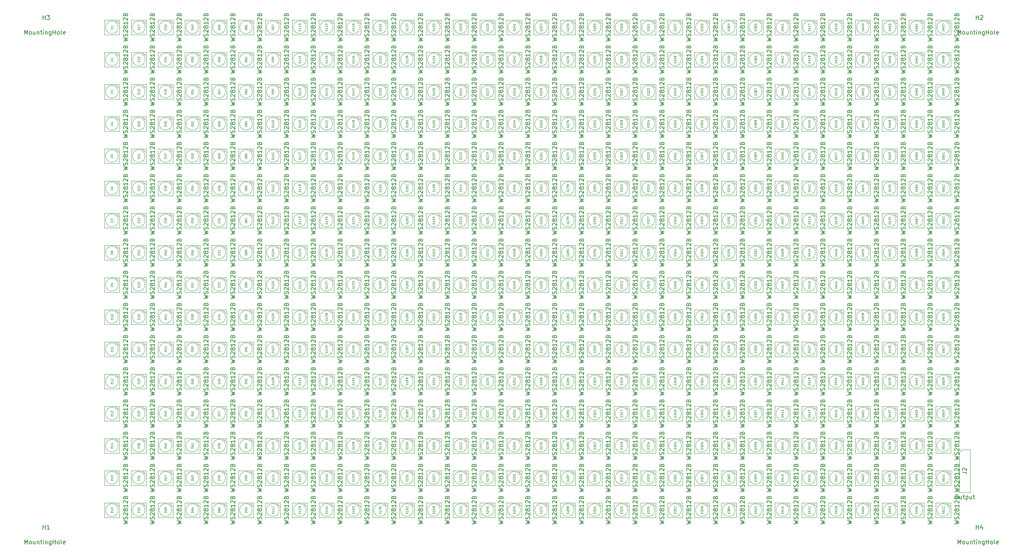
<source format=gbr>
G04 #@! TF.GenerationSoftware,KiCad,Pcbnew,(5.1.5-0-10_14)*
G04 #@! TF.CreationDate,2020-02-16T18:48:00-08:00*
G04 #@! TF.ProjectId,SpectrumAnayzerMini32,53706563-7472-4756-9d41-6e61797a6572,rev?*
G04 #@! TF.SameCoordinates,Original*
G04 #@! TF.FileFunction,Other,Fab,Top*
%FSLAX46Y46*%
G04 Gerber Fmt 4.6, Leading zero omitted, Abs format (unit mm)*
G04 Created by KiCad (PCBNEW (5.1.5-0-10_14)) date 2020-02-16 18:48:00*
%MOMM*%
%LPD*%
G04 APERTURE LIST*
%ADD10C,0.100000*%
%ADD11C,0.150000*%
G04 APERTURE END LIST*
D10*
X240665000Y-133350000D02*
X241300000Y-132715000D01*
X240665000Y-142875000D02*
X240665000Y-133350000D01*
X243205000Y-142875000D02*
X240665000Y-142875000D01*
X243205000Y-132715000D02*
X243205000Y-142875000D01*
X241300000Y-132715000D02*
X243205000Y-132715000D01*
X238355000Y-147066000D02*
G75*
G03X238355000Y-147066000I-1500000J0D01*
G01*
X235105000Y-145316000D02*
X235105000Y-148816000D01*
X238605000Y-145316000D02*
X235105000Y-145316000D01*
X238605000Y-148816000D02*
X238605000Y-145316000D01*
X235105000Y-148816000D02*
X238605000Y-148816000D01*
X237605000Y-145316000D02*
X238605000Y-146316000D01*
X238355000Y-139446000D02*
G75*
G03X238355000Y-139446000I-1500000J0D01*
G01*
X235105000Y-137696000D02*
X235105000Y-141196000D01*
X238605000Y-137696000D02*
X235105000Y-137696000D01*
X238605000Y-141196000D02*
X238605000Y-137696000D01*
X235105000Y-141196000D02*
X238605000Y-141196000D01*
X237605000Y-137696000D02*
X238605000Y-138696000D01*
X238355000Y-131826000D02*
G75*
G03X238355000Y-131826000I-1500000J0D01*
G01*
X235105000Y-130076000D02*
X235105000Y-133576000D01*
X238605000Y-130076000D02*
X235105000Y-130076000D01*
X238605000Y-133576000D02*
X238605000Y-130076000D01*
X235105000Y-133576000D02*
X238605000Y-133576000D01*
X237605000Y-130076000D02*
X238605000Y-131076000D01*
X238355000Y-124206000D02*
G75*
G03X238355000Y-124206000I-1500000J0D01*
G01*
X235105000Y-122456000D02*
X235105000Y-125956000D01*
X238605000Y-122456000D02*
X235105000Y-122456000D01*
X238605000Y-125956000D02*
X238605000Y-122456000D01*
X235105000Y-125956000D02*
X238605000Y-125956000D01*
X237605000Y-122456000D02*
X238605000Y-123456000D01*
X238355000Y-116586000D02*
G75*
G03X238355000Y-116586000I-1500000J0D01*
G01*
X235105000Y-114836000D02*
X235105000Y-118336000D01*
X238605000Y-114836000D02*
X235105000Y-114836000D01*
X238605000Y-118336000D02*
X238605000Y-114836000D01*
X235105000Y-118336000D02*
X238605000Y-118336000D01*
X237605000Y-114836000D02*
X238605000Y-115836000D01*
X238355000Y-108966000D02*
G75*
G03X238355000Y-108966000I-1500000J0D01*
G01*
X235105000Y-107216000D02*
X235105000Y-110716000D01*
X238605000Y-107216000D02*
X235105000Y-107216000D01*
X238605000Y-110716000D02*
X238605000Y-107216000D01*
X235105000Y-110716000D02*
X238605000Y-110716000D01*
X237605000Y-107216000D02*
X238605000Y-108216000D01*
X238355000Y-101346000D02*
G75*
G03X238355000Y-101346000I-1500000J0D01*
G01*
X235105000Y-99596000D02*
X235105000Y-103096000D01*
X238605000Y-99596000D02*
X235105000Y-99596000D01*
X238605000Y-103096000D02*
X238605000Y-99596000D01*
X235105000Y-103096000D02*
X238605000Y-103096000D01*
X237605000Y-99596000D02*
X238605000Y-100596000D01*
X238355000Y-93726000D02*
G75*
G03X238355000Y-93726000I-1500000J0D01*
G01*
X235105000Y-91976000D02*
X235105000Y-95476000D01*
X238605000Y-91976000D02*
X235105000Y-91976000D01*
X238605000Y-95476000D02*
X238605000Y-91976000D01*
X235105000Y-95476000D02*
X238605000Y-95476000D01*
X237605000Y-91976000D02*
X238605000Y-92976000D01*
X238355000Y-86106000D02*
G75*
G03X238355000Y-86106000I-1500000J0D01*
G01*
X235105000Y-84356000D02*
X235105000Y-87856000D01*
X238605000Y-84356000D02*
X235105000Y-84356000D01*
X238605000Y-87856000D02*
X238605000Y-84356000D01*
X235105000Y-87856000D02*
X238605000Y-87856000D01*
X237605000Y-84356000D02*
X238605000Y-85356000D01*
X238355000Y-78486000D02*
G75*
G03X238355000Y-78486000I-1500000J0D01*
G01*
X235105000Y-76736000D02*
X235105000Y-80236000D01*
X238605000Y-76736000D02*
X235105000Y-76736000D01*
X238605000Y-80236000D02*
X238605000Y-76736000D01*
X235105000Y-80236000D02*
X238605000Y-80236000D01*
X237605000Y-76736000D02*
X238605000Y-77736000D01*
X238355000Y-70866000D02*
G75*
G03X238355000Y-70866000I-1500000J0D01*
G01*
X235105000Y-69116000D02*
X235105000Y-72616000D01*
X238605000Y-69116000D02*
X235105000Y-69116000D01*
X238605000Y-72616000D02*
X238605000Y-69116000D01*
X235105000Y-72616000D02*
X238605000Y-72616000D01*
X237605000Y-69116000D02*
X238605000Y-70116000D01*
X238355000Y-63246000D02*
G75*
G03X238355000Y-63246000I-1500000J0D01*
G01*
X235105000Y-61496000D02*
X235105000Y-64996000D01*
X238605000Y-61496000D02*
X235105000Y-61496000D01*
X238605000Y-64996000D02*
X238605000Y-61496000D01*
X235105000Y-64996000D02*
X238605000Y-64996000D01*
X237605000Y-61496000D02*
X238605000Y-62496000D01*
X238355000Y-55626000D02*
G75*
G03X238355000Y-55626000I-1500000J0D01*
G01*
X235105000Y-53876000D02*
X235105000Y-57376000D01*
X238605000Y-53876000D02*
X235105000Y-53876000D01*
X238605000Y-57376000D02*
X238605000Y-53876000D01*
X235105000Y-57376000D02*
X238605000Y-57376000D01*
X237605000Y-53876000D02*
X238605000Y-54876000D01*
X238355000Y-48006000D02*
G75*
G03X238355000Y-48006000I-1500000J0D01*
G01*
X235105000Y-46256000D02*
X235105000Y-49756000D01*
X238605000Y-46256000D02*
X235105000Y-46256000D01*
X238605000Y-49756000D02*
X238605000Y-46256000D01*
X235105000Y-49756000D02*
X238605000Y-49756000D01*
X237605000Y-46256000D02*
X238605000Y-47256000D01*
X238355000Y-40386000D02*
G75*
G03X238355000Y-40386000I-1500000J0D01*
G01*
X235105000Y-38636000D02*
X235105000Y-42136000D01*
X238605000Y-38636000D02*
X235105000Y-38636000D01*
X238605000Y-42136000D02*
X238605000Y-38636000D01*
X235105000Y-42136000D02*
X238605000Y-42136000D01*
X237605000Y-38636000D02*
X238605000Y-39636000D01*
X238355000Y-32766000D02*
G75*
G03X238355000Y-32766000I-1500000J0D01*
G01*
X235105000Y-31016000D02*
X235105000Y-34516000D01*
X238605000Y-31016000D02*
X235105000Y-31016000D01*
X238605000Y-34516000D02*
X238605000Y-31016000D01*
X235105000Y-34516000D02*
X238605000Y-34516000D01*
X237605000Y-31016000D02*
X238605000Y-32016000D01*
X232005000Y-147066000D02*
G75*
G03X232005000Y-147066000I-1500000J0D01*
G01*
X228755000Y-145316000D02*
X228755000Y-148816000D01*
X232255000Y-145316000D02*
X228755000Y-145316000D01*
X232255000Y-148816000D02*
X232255000Y-145316000D01*
X228755000Y-148816000D02*
X232255000Y-148816000D01*
X231255000Y-145316000D02*
X232255000Y-146316000D01*
X232005000Y-139446000D02*
G75*
G03X232005000Y-139446000I-1500000J0D01*
G01*
X228755000Y-137696000D02*
X228755000Y-141196000D01*
X232255000Y-137696000D02*
X228755000Y-137696000D01*
X232255000Y-141196000D02*
X232255000Y-137696000D01*
X228755000Y-141196000D02*
X232255000Y-141196000D01*
X231255000Y-137696000D02*
X232255000Y-138696000D01*
X232005000Y-131826000D02*
G75*
G03X232005000Y-131826000I-1500000J0D01*
G01*
X228755000Y-130076000D02*
X228755000Y-133576000D01*
X232255000Y-130076000D02*
X228755000Y-130076000D01*
X232255000Y-133576000D02*
X232255000Y-130076000D01*
X228755000Y-133576000D02*
X232255000Y-133576000D01*
X231255000Y-130076000D02*
X232255000Y-131076000D01*
X232005000Y-124206000D02*
G75*
G03X232005000Y-124206000I-1500000J0D01*
G01*
X228755000Y-122456000D02*
X228755000Y-125956000D01*
X232255000Y-122456000D02*
X228755000Y-122456000D01*
X232255000Y-125956000D02*
X232255000Y-122456000D01*
X228755000Y-125956000D02*
X232255000Y-125956000D01*
X231255000Y-122456000D02*
X232255000Y-123456000D01*
X232005000Y-116586000D02*
G75*
G03X232005000Y-116586000I-1500000J0D01*
G01*
X228755000Y-114836000D02*
X228755000Y-118336000D01*
X232255000Y-114836000D02*
X228755000Y-114836000D01*
X232255000Y-118336000D02*
X232255000Y-114836000D01*
X228755000Y-118336000D02*
X232255000Y-118336000D01*
X231255000Y-114836000D02*
X232255000Y-115836000D01*
X232005000Y-108966000D02*
G75*
G03X232005000Y-108966000I-1500000J0D01*
G01*
X228755000Y-107216000D02*
X228755000Y-110716000D01*
X232255000Y-107216000D02*
X228755000Y-107216000D01*
X232255000Y-110716000D02*
X232255000Y-107216000D01*
X228755000Y-110716000D02*
X232255000Y-110716000D01*
X231255000Y-107216000D02*
X232255000Y-108216000D01*
X232005000Y-101346000D02*
G75*
G03X232005000Y-101346000I-1500000J0D01*
G01*
X228755000Y-99596000D02*
X228755000Y-103096000D01*
X232255000Y-99596000D02*
X228755000Y-99596000D01*
X232255000Y-103096000D02*
X232255000Y-99596000D01*
X228755000Y-103096000D02*
X232255000Y-103096000D01*
X231255000Y-99596000D02*
X232255000Y-100596000D01*
X232005000Y-93726000D02*
G75*
G03X232005000Y-93726000I-1500000J0D01*
G01*
X228755000Y-91976000D02*
X228755000Y-95476000D01*
X232255000Y-91976000D02*
X228755000Y-91976000D01*
X232255000Y-95476000D02*
X232255000Y-91976000D01*
X228755000Y-95476000D02*
X232255000Y-95476000D01*
X231255000Y-91976000D02*
X232255000Y-92976000D01*
X232005000Y-86106000D02*
G75*
G03X232005000Y-86106000I-1500000J0D01*
G01*
X228755000Y-84356000D02*
X228755000Y-87856000D01*
X232255000Y-84356000D02*
X228755000Y-84356000D01*
X232255000Y-87856000D02*
X232255000Y-84356000D01*
X228755000Y-87856000D02*
X232255000Y-87856000D01*
X231255000Y-84356000D02*
X232255000Y-85356000D01*
X232005000Y-78486000D02*
G75*
G03X232005000Y-78486000I-1500000J0D01*
G01*
X228755000Y-76736000D02*
X228755000Y-80236000D01*
X232255000Y-76736000D02*
X228755000Y-76736000D01*
X232255000Y-80236000D02*
X232255000Y-76736000D01*
X228755000Y-80236000D02*
X232255000Y-80236000D01*
X231255000Y-76736000D02*
X232255000Y-77736000D01*
X232005000Y-70866000D02*
G75*
G03X232005000Y-70866000I-1500000J0D01*
G01*
X228755000Y-69116000D02*
X228755000Y-72616000D01*
X232255000Y-69116000D02*
X228755000Y-69116000D01*
X232255000Y-72616000D02*
X232255000Y-69116000D01*
X228755000Y-72616000D02*
X232255000Y-72616000D01*
X231255000Y-69116000D02*
X232255000Y-70116000D01*
X232005000Y-63246000D02*
G75*
G03X232005000Y-63246000I-1500000J0D01*
G01*
X228755000Y-61496000D02*
X228755000Y-64996000D01*
X232255000Y-61496000D02*
X228755000Y-61496000D01*
X232255000Y-64996000D02*
X232255000Y-61496000D01*
X228755000Y-64996000D02*
X232255000Y-64996000D01*
X231255000Y-61496000D02*
X232255000Y-62496000D01*
X232005000Y-55626000D02*
G75*
G03X232005000Y-55626000I-1500000J0D01*
G01*
X228755000Y-53876000D02*
X228755000Y-57376000D01*
X232255000Y-53876000D02*
X228755000Y-53876000D01*
X232255000Y-57376000D02*
X232255000Y-53876000D01*
X228755000Y-57376000D02*
X232255000Y-57376000D01*
X231255000Y-53876000D02*
X232255000Y-54876000D01*
X232005000Y-48006000D02*
G75*
G03X232005000Y-48006000I-1500000J0D01*
G01*
X228755000Y-46256000D02*
X228755000Y-49756000D01*
X232255000Y-46256000D02*
X228755000Y-46256000D01*
X232255000Y-49756000D02*
X232255000Y-46256000D01*
X228755000Y-49756000D02*
X232255000Y-49756000D01*
X231255000Y-46256000D02*
X232255000Y-47256000D01*
X232005000Y-40386000D02*
G75*
G03X232005000Y-40386000I-1500000J0D01*
G01*
X228755000Y-38636000D02*
X228755000Y-42136000D01*
X232255000Y-38636000D02*
X228755000Y-38636000D01*
X232255000Y-42136000D02*
X232255000Y-38636000D01*
X228755000Y-42136000D02*
X232255000Y-42136000D01*
X231255000Y-38636000D02*
X232255000Y-39636000D01*
X232005000Y-32766000D02*
G75*
G03X232005000Y-32766000I-1500000J0D01*
G01*
X228755000Y-31016000D02*
X228755000Y-34516000D01*
X232255000Y-31016000D02*
X228755000Y-31016000D01*
X232255000Y-34516000D02*
X232255000Y-31016000D01*
X228755000Y-34516000D02*
X232255000Y-34516000D01*
X231255000Y-31016000D02*
X232255000Y-32016000D01*
X225655000Y-147066000D02*
G75*
G03X225655000Y-147066000I-1500000J0D01*
G01*
X222405000Y-145316000D02*
X222405000Y-148816000D01*
X225905000Y-145316000D02*
X222405000Y-145316000D01*
X225905000Y-148816000D02*
X225905000Y-145316000D01*
X222405000Y-148816000D02*
X225905000Y-148816000D01*
X224905000Y-145316000D02*
X225905000Y-146316000D01*
X225655000Y-139446000D02*
G75*
G03X225655000Y-139446000I-1500000J0D01*
G01*
X222405000Y-137696000D02*
X222405000Y-141196000D01*
X225905000Y-137696000D02*
X222405000Y-137696000D01*
X225905000Y-141196000D02*
X225905000Y-137696000D01*
X222405000Y-141196000D02*
X225905000Y-141196000D01*
X224905000Y-137696000D02*
X225905000Y-138696000D01*
X225655000Y-131826000D02*
G75*
G03X225655000Y-131826000I-1500000J0D01*
G01*
X222405000Y-130076000D02*
X222405000Y-133576000D01*
X225905000Y-130076000D02*
X222405000Y-130076000D01*
X225905000Y-133576000D02*
X225905000Y-130076000D01*
X222405000Y-133576000D02*
X225905000Y-133576000D01*
X224905000Y-130076000D02*
X225905000Y-131076000D01*
X225655000Y-124206000D02*
G75*
G03X225655000Y-124206000I-1500000J0D01*
G01*
X222405000Y-122456000D02*
X222405000Y-125956000D01*
X225905000Y-122456000D02*
X222405000Y-122456000D01*
X225905000Y-125956000D02*
X225905000Y-122456000D01*
X222405000Y-125956000D02*
X225905000Y-125956000D01*
X224905000Y-122456000D02*
X225905000Y-123456000D01*
X225655000Y-116586000D02*
G75*
G03X225655000Y-116586000I-1500000J0D01*
G01*
X222405000Y-114836000D02*
X222405000Y-118336000D01*
X225905000Y-114836000D02*
X222405000Y-114836000D01*
X225905000Y-118336000D02*
X225905000Y-114836000D01*
X222405000Y-118336000D02*
X225905000Y-118336000D01*
X224905000Y-114836000D02*
X225905000Y-115836000D01*
X225655000Y-108966000D02*
G75*
G03X225655000Y-108966000I-1500000J0D01*
G01*
X222405000Y-107216000D02*
X222405000Y-110716000D01*
X225905000Y-107216000D02*
X222405000Y-107216000D01*
X225905000Y-110716000D02*
X225905000Y-107216000D01*
X222405000Y-110716000D02*
X225905000Y-110716000D01*
X224905000Y-107216000D02*
X225905000Y-108216000D01*
X225655000Y-101346000D02*
G75*
G03X225655000Y-101346000I-1500000J0D01*
G01*
X222405000Y-99596000D02*
X222405000Y-103096000D01*
X225905000Y-99596000D02*
X222405000Y-99596000D01*
X225905000Y-103096000D02*
X225905000Y-99596000D01*
X222405000Y-103096000D02*
X225905000Y-103096000D01*
X224905000Y-99596000D02*
X225905000Y-100596000D01*
X225655000Y-93726000D02*
G75*
G03X225655000Y-93726000I-1500000J0D01*
G01*
X222405000Y-91976000D02*
X222405000Y-95476000D01*
X225905000Y-91976000D02*
X222405000Y-91976000D01*
X225905000Y-95476000D02*
X225905000Y-91976000D01*
X222405000Y-95476000D02*
X225905000Y-95476000D01*
X224905000Y-91976000D02*
X225905000Y-92976000D01*
X225655000Y-86106000D02*
G75*
G03X225655000Y-86106000I-1500000J0D01*
G01*
X222405000Y-84356000D02*
X222405000Y-87856000D01*
X225905000Y-84356000D02*
X222405000Y-84356000D01*
X225905000Y-87856000D02*
X225905000Y-84356000D01*
X222405000Y-87856000D02*
X225905000Y-87856000D01*
X224905000Y-84356000D02*
X225905000Y-85356000D01*
X225655000Y-78486000D02*
G75*
G03X225655000Y-78486000I-1500000J0D01*
G01*
X222405000Y-76736000D02*
X222405000Y-80236000D01*
X225905000Y-76736000D02*
X222405000Y-76736000D01*
X225905000Y-80236000D02*
X225905000Y-76736000D01*
X222405000Y-80236000D02*
X225905000Y-80236000D01*
X224905000Y-76736000D02*
X225905000Y-77736000D01*
X225655000Y-70866000D02*
G75*
G03X225655000Y-70866000I-1500000J0D01*
G01*
X222405000Y-69116000D02*
X222405000Y-72616000D01*
X225905000Y-69116000D02*
X222405000Y-69116000D01*
X225905000Y-72616000D02*
X225905000Y-69116000D01*
X222405000Y-72616000D02*
X225905000Y-72616000D01*
X224905000Y-69116000D02*
X225905000Y-70116000D01*
X225655000Y-63246000D02*
G75*
G03X225655000Y-63246000I-1500000J0D01*
G01*
X222405000Y-61496000D02*
X222405000Y-64996000D01*
X225905000Y-61496000D02*
X222405000Y-61496000D01*
X225905000Y-64996000D02*
X225905000Y-61496000D01*
X222405000Y-64996000D02*
X225905000Y-64996000D01*
X224905000Y-61496000D02*
X225905000Y-62496000D01*
X225655000Y-55626000D02*
G75*
G03X225655000Y-55626000I-1500000J0D01*
G01*
X222405000Y-53876000D02*
X222405000Y-57376000D01*
X225905000Y-53876000D02*
X222405000Y-53876000D01*
X225905000Y-57376000D02*
X225905000Y-53876000D01*
X222405000Y-57376000D02*
X225905000Y-57376000D01*
X224905000Y-53876000D02*
X225905000Y-54876000D01*
X225655000Y-48006000D02*
G75*
G03X225655000Y-48006000I-1500000J0D01*
G01*
X222405000Y-46256000D02*
X222405000Y-49756000D01*
X225905000Y-46256000D02*
X222405000Y-46256000D01*
X225905000Y-49756000D02*
X225905000Y-46256000D01*
X222405000Y-49756000D02*
X225905000Y-49756000D01*
X224905000Y-46256000D02*
X225905000Y-47256000D01*
X225655000Y-40386000D02*
G75*
G03X225655000Y-40386000I-1500000J0D01*
G01*
X222405000Y-38636000D02*
X222405000Y-42136000D01*
X225905000Y-38636000D02*
X222405000Y-38636000D01*
X225905000Y-42136000D02*
X225905000Y-38636000D01*
X222405000Y-42136000D02*
X225905000Y-42136000D01*
X224905000Y-38636000D02*
X225905000Y-39636000D01*
X225655000Y-32766000D02*
G75*
G03X225655000Y-32766000I-1500000J0D01*
G01*
X222405000Y-31016000D02*
X222405000Y-34516000D01*
X225905000Y-31016000D02*
X222405000Y-31016000D01*
X225905000Y-34516000D02*
X225905000Y-31016000D01*
X222405000Y-34516000D02*
X225905000Y-34516000D01*
X224905000Y-31016000D02*
X225905000Y-32016000D01*
X219305000Y-147066000D02*
G75*
G03X219305000Y-147066000I-1500000J0D01*
G01*
X216055000Y-145316000D02*
X216055000Y-148816000D01*
X219555000Y-145316000D02*
X216055000Y-145316000D01*
X219555000Y-148816000D02*
X219555000Y-145316000D01*
X216055000Y-148816000D02*
X219555000Y-148816000D01*
X218555000Y-145316000D02*
X219555000Y-146316000D01*
X219305000Y-139446000D02*
G75*
G03X219305000Y-139446000I-1500000J0D01*
G01*
X216055000Y-137696000D02*
X216055000Y-141196000D01*
X219555000Y-137696000D02*
X216055000Y-137696000D01*
X219555000Y-141196000D02*
X219555000Y-137696000D01*
X216055000Y-141196000D02*
X219555000Y-141196000D01*
X218555000Y-137696000D02*
X219555000Y-138696000D01*
X219305000Y-131826000D02*
G75*
G03X219305000Y-131826000I-1500000J0D01*
G01*
X216055000Y-130076000D02*
X216055000Y-133576000D01*
X219555000Y-130076000D02*
X216055000Y-130076000D01*
X219555000Y-133576000D02*
X219555000Y-130076000D01*
X216055000Y-133576000D02*
X219555000Y-133576000D01*
X218555000Y-130076000D02*
X219555000Y-131076000D01*
X219305000Y-124206000D02*
G75*
G03X219305000Y-124206000I-1500000J0D01*
G01*
X216055000Y-122456000D02*
X216055000Y-125956000D01*
X219555000Y-122456000D02*
X216055000Y-122456000D01*
X219555000Y-125956000D02*
X219555000Y-122456000D01*
X216055000Y-125956000D02*
X219555000Y-125956000D01*
X218555000Y-122456000D02*
X219555000Y-123456000D01*
X219305000Y-116586000D02*
G75*
G03X219305000Y-116586000I-1500000J0D01*
G01*
X216055000Y-114836000D02*
X216055000Y-118336000D01*
X219555000Y-114836000D02*
X216055000Y-114836000D01*
X219555000Y-118336000D02*
X219555000Y-114836000D01*
X216055000Y-118336000D02*
X219555000Y-118336000D01*
X218555000Y-114836000D02*
X219555000Y-115836000D01*
X219305000Y-108966000D02*
G75*
G03X219305000Y-108966000I-1500000J0D01*
G01*
X216055000Y-107216000D02*
X216055000Y-110716000D01*
X219555000Y-107216000D02*
X216055000Y-107216000D01*
X219555000Y-110716000D02*
X219555000Y-107216000D01*
X216055000Y-110716000D02*
X219555000Y-110716000D01*
X218555000Y-107216000D02*
X219555000Y-108216000D01*
X219305000Y-101346000D02*
G75*
G03X219305000Y-101346000I-1500000J0D01*
G01*
X216055000Y-99596000D02*
X216055000Y-103096000D01*
X219555000Y-99596000D02*
X216055000Y-99596000D01*
X219555000Y-103096000D02*
X219555000Y-99596000D01*
X216055000Y-103096000D02*
X219555000Y-103096000D01*
X218555000Y-99596000D02*
X219555000Y-100596000D01*
X219305000Y-93726000D02*
G75*
G03X219305000Y-93726000I-1500000J0D01*
G01*
X216055000Y-91976000D02*
X216055000Y-95476000D01*
X219555000Y-91976000D02*
X216055000Y-91976000D01*
X219555000Y-95476000D02*
X219555000Y-91976000D01*
X216055000Y-95476000D02*
X219555000Y-95476000D01*
X218555000Y-91976000D02*
X219555000Y-92976000D01*
X219305000Y-86106000D02*
G75*
G03X219305000Y-86106000I-1500000J0D01*
G01*
X216055000Y-84356000D02*
X216055000Y-87856000D01*
X219555000Y-84356000D02*
X216055000Y-84356000D01*
X219555000Y-87856000D02*
X219555000Y-84356000D01*
X216055000Y-87856000D02*
X219555000Y-87856000D01*
X218555000Y-84356000D02*
X219555000Y-85356000D01*
X219305000Y-78486000D02*
G75*
G03X219305000Y-78486000I-1500000J0D01*
G01*
X216055000Y-76736000D02*
X216055000Y-80236000D01*
X219555000Y-76736000D02*
X216055000Y-76736000D01*
X219555000Y-80236000D02*
X219555000Y-76736000D01*
X216055000Y-80236000D02*
X219555000Y-80236000D01*
X218555000Y-76736000D02*
X219555000Y-77736000D01*
X219305000Y-70866000D02*
G75*
G03X219305000Y-70866000I-1500000J0D01*
G01*
X216055000Y-69116000D02*
X216055000Y-72616000D01*
X219555000Y-69116000D02*
X216055000Y-69116000D01*
X219555000Y-72616000D02*
X219555000Y-69116000D01*
X216055000Y-72616000D02*
X219555000Y-72616000D01*
X218555000Y-69116000D02*
X219555000Y-70116000D01*
X219305000Y-63246000D02*
G75*
G03X219305000Y-63246000I-1500000J0D01*
G01*
X216055000Y-61496000D02*
X216055000Y-64996000D01*
X219555000Y-61496000D02*
X216055000Y-61496000D01*
X219555000Y-64996000D02*
X219555000Y-61496000D01*
X216055000Y-64996000D02*
X219555000Y-64996000D01*
X218555000Y-61496000D02*
X219555000Y-62496000D01*
X219305000Y-55626000D02*
G75*
G03X219305000Y-55626000I-1500000J0D01*
G01*
X216055000Y-53876000D02*
X216055000Y-57376000D01*
X219555000Y-53876000D02*
X216055000Y-53876000D01*
X219555000Y-57376000D02*
X219555000Y-53876000D01*
X216055000Y-57376000D02*
X219555000Y-57376000D01*
X218555000Y-53876000D02*
X219555000Y-54876000D01*
X219305000Y-48006000D02*
G75*
G03X219305000Y-48006000I-1500000J0D01*
G01*
X216055000Y-46256000D02*
X216055000Y-49756000D01*
X219555000Y-46256000D02*
X216055000Y-46256000D01*
X219555000Y-49756000D02*
X219555000Y-46256000D01*
X216055000Y-49756000D02*
X219555000Y-49756000D01*
X218555000Y-46256000D02*
X219555000Y-47256000D01*
X219305000Y-40386000D02*
G75*
G03X219305000Y-40386000I-1500000J0D01*
G01*
X216055000Y-38636000D02*
X216055000Y-42136000D01*
X219555000Y-38636000D02*
X216055000Y-38636000D01*
X219555000Y-42136000D02*
X219555000Y-38636000D01*
X216055000Y-42136000D02*
X219555000Y-42136000D01*
X218555000Y-38636000D02*
X219555000Y-39636000D01*
X219305000Y-32766000D02*
G75*
G03X219305000Y-32766000I-1500000J0D01*
G01*
X216055000Y-31016000D02*
X216055000Y-34516000D01*
X219555000Y-31016000D02*
X216055000Y-31016000D01*
X219555000Y-34516000D02*
X219555000Y-31016000D01*
X216055000Y-34516000D02*
X219555000Y-34516000D01*
X218555000Y-31016000D02*
X219555000Y-32016000D01*
X212955000Y-147066000D02*
G75*
G03X212955000Y-147066000I-1500000J0D01*
G01*
X209705000Y-145316000D02*
X209705000Y-148816000D01*
X213205000Y-145316000D02*
X209705000Y-145316000D01*
X213205000Y-148816000D02*
X213205000Y-145316000D01*
X209705000Y-148816000D02*
X213205000Y-148816000D01*
X212205000Y-145316000D02*
X213205000Y-146316000D01*
X212955000Y-139446000D02*
G75*
G03X212955000Y-139446000I-1500000J0D01*
G01*
X209705000Y-137696000D02*
X209705000Y-141196000D01*
X213205000Y-137696000D02*
X209705000Y-137696000D01*
X213205000Y-141196000D02*
X213205000Y-137696000D01*
X209705000Y-141196000D02*
X213205000Y-141196000D01*
X212205000Y-137696000D02*
X213205000Y-138696000D01*
X212955000Y-131826000D02*
G75*
G03X212955000Y-131826000I-1500000J0D01*
G01*
X209705000Y-130076000D02*
X209705000Y-133576000D01*
X213205000Y-130076000D02*
X209705000Y-130076000D01*
X213205000Y-133576000D02*
X213205000Y-130076000D01*
X209705000Y-133576000D02*
X213205000Y-133576000D01*
X212205000Y-130076000D02*
X213205000Y-131076000D01*
X212955000Y-124206000D02*
G75*
G03X212955000Y-124206000I-1500000J0D01*
G01*
X209705000Y-122456000D02*
X209705000Y-125956000D01*
X213205000Y-122456000D02*
X209705000Y-122456000D01*
X213205000Y-125956000D02*
X213205000Y-122456000D01*
X209705000Y-125956000D02*
X213205000Y-125956000D01*
X212205000Y-122456000D02*
X213205000Y-123456000D01*
X212895000Y-116586000D02*
G75*
G03X212895000Y-116586000I-1500000J0D01*
G01*
X209645000Y-114836000D02*
X209645000Y-118336000D01*
X213145000Y-114836000D02*
X209645000Y-114836000D01*
X213145000Y-118336000D02*
X213145000Y-114836000D01*
X209645000Y-118336000D02*
X213145000Y-118336000D01*
X212145000Y-114836000D02*
X213145000Y-115836000D01*
X212955000Y-108966000D02*
G75*
G03X212955000Y-108966000I-1500000J0D01*
G01*
X209705000Y-107216000D02*
X209705000Y-110716000D01*
X213205000Y-107216000D02*
X209705000Y-107216000D01*
X213205000Y-110716000D02*
X213205000Y-107216000D01*
X209705000Y-110716000D02*
X213205000Y-110716000D01*
X212205000Y-107216000D02*
X213205000Y-108216000D01*
X212955000Y-101346000D02*
G75*
G03X212955000Y-101346000I-1500000J0D01*
G01*
X209705000Y-99596000D02*
X209705000Y-103096000D01*
X213205000Y-99596000D02*
X209705000Y-99596000D01*
X213205000Y-103096000D02*
X213205000Y-99596000D01*
X209705000Y-103096000D02*
X213205000Y-103096000D01*
X212205000Y-99596000D02*
X213205000Y-100596000D01*
X212955000Y-93726000D02*
G75*
G03X212955000Y-93726000I-1500000J0D01*
G01*
X209705000Y-91976000D02*
X209705000Y-95476000D01*
X213205000Y-91976000D02*
X209705000Y-91976000D01*
X213205000Y-95476000D02*
X213205000Y-91976000D01*
X209705000Y-95476000D02*
X213205000Y-95476000D01*
X212205000Y-91976000D02*
X213205000Y-92976000D01*
X212955000Y-86106000D02*
G75*
G03X212955000Y-86106000I-1500000J0D01*
G01*
X209705000Y-84356000D02*
X209705000Y-87856000D01*
X213205000Y-84356000D02*
X209705000Y-84356000D01*
X213205000Y-87856000D02*
X213205000Y-84356000D01*
X209705000Y-87856000D02*
X213205000Y-87856000D01*
X212205000Y-84356000D02*
X213205000Y-85356000D01*
X212955000Y-78486000D02*
G75*
G03X212955000Y-78486000I-1500000J0D01*
G01*
X209705000Y-76736000D02*
X209705000Y-80236000D01*
X213205000Y-76736000D02*
X209705000Y-76736000D01*
X213205000Y-80236000D02*
X213205000Y-76736000D01*
X209705000Y-80236000D02*
X213205000Y-80236000D01*
X212205000Y-76736000D02*
X213205000Y-77736000D01*
X212955000Y-70866000D02*
G75*
G03X212955000Y-70866000I-1500000J0D01*
G01*
X209705000Y-69116000D02*
X209705000Y-72616000D01*
X213205000Y-69116000D02*
X209705000Y-69116000D01*
X213205000Y-72616000D02*
X213205000Y-69116000D01*
X209705000Y-72616000D02*
X213205000Y-72616000D01*
X212205000Y-69116000D02*
X213205000Y-70116000D01*
X212955000Y-63246000D02*
G75*
G03X212955000Y-63246000I-1500000J0D01*
G01*
X209705000Y-61496000D02*
X209705000Y-64996000D01*
X213205000Y-61496000D02*
X209705000Y-61496000D01*
X213205000Y-64996000D02*
X213205000Y-61496000D01*
X209705000Y-64996000D02*
X213205000Y-64996000D01*
X212205000Y-61496000D02*
X213205000Y-62496000D01*
X212955000Y-55626000D02*
G75*
G03X212955000Y-55626000I-1500000J0D01*
G01*
X209705000Y-53876000D02*
X209705000Y-57376000D01*
X213205000Y-53876000D02*
X209705000Y-53876000D01*
X213205000Y-57376000D02*
X213205000Y-53876000D01*
X209705000Y-57376000D02*
X213205000Y-57376000D01*
X212205000Y-53876000D02*
X213205000Y-54876000D01*
X212955000Y-48006000D02*
G75*
G03X212955000Y-48006000I-1500000J0D01*
G01*
X209705000Y-46256000D02*
X209705000Y-49756000D01*
X213205000Y-46256000D02*
X209705000Y-46256000D01*
X213205000Y-49756000D02*
X213205000Y-46256000D01*
X209705000Y-49756000D02*
X213205000Y-49756000D01*
X212205000Y-46256000D02*
X213205000Y-47256000D01*
X212955000Y-40386000D02*
G75*
G03X212955000Y-40386000I-1500000J0D01*
G01*
X209705000Y-38636000D02*
X209705000Y-42136000D01*
X213205000Y-38636000D02*
X209705000Y-38636000D01*
X213205000Y-42136000D02*
X213205000Y-38636000D01*
X209705000Y-42136000D02*
X213205000Y-42136000D01*
X212205000Y-38636000D02*
X213205000Y-39636000D01*
X212955000Y-32766000D02*
G75*
G03X212955000Y-32766000I-1500000J0D01*
G01*
X209705000Y-31016000D02*
X209705000Y-34516000D01*
X213205000Y-31016000D02*
X209705000Y-31016000D01*
X213205000Y-34516000D02*
X213205000Y-31016000D01*
X209705000Y-34516000D02*
X213205000Y-34516000D01*
X212205000Y-31016000D02*
X213205000Y-32016000D01*
X206605000Y-147066000D02*
G75*
G03X206605000Y-147066000I-1500000J0D01*
G01*
X203355000Y-145316000D02*
X203355000Y-148816000D01*
X206855000Y-145316000D02*
X203355000Y-145316000D01*
X206855000Y-148816000D02*
X206855000Y-145316000D01*
X203355000Y-148816000D02*
X206855000Y-148816000D01*
X205855000Y-145316000D02*
X206855000Y-146316000D01*
X206605000Y-139446000D02*
G75*
G03X206605000Y-139446000I-1500000J0D01*
G01*
X203355000Y-137696000D02*
X203355000Y-141196000D01*
X206855000Y-137696000D02*
X203355000Y-137696000D01*
X206855000Y-141196000D02*
X206855000Y-137696000D01*
X203355000Y-141196000D02*
X206855000Y-141196000D01*
X205855000Y-137696000D02*
X206855000Y-138696000D01*
X206605000Y-131826000D02*
G75*
G03X206605000Y-131826000I-1500000J0D01*
G01*
X203355000Y-130076000D02*
X203355000Y-133576000D01*
X206855000Y-130076000D02*
X203355000Y-130076000D01*
X206855000Y-133576000D02*
X206855000Y-130076000D01*
X203355000Y-133576000D02*
X206855000Y-133576000D01*
X205855000Y-130076000D02*
X206855000Y-131076000D01*
X206605000Y-124206000D02*
G75*
G03X206605000Y-124206000I-1500000J0D01*
G01*
X203355000Y-122456000D02*
X203355000Y-125956000D01*
X206855000Y-122456000D02*
X203355000Y-122456000D01*
X206855000Y-125956000D02*
X206855000Y-122456000D01*
X203355000Y-125956000D02*
X206855000Y-125956000D01*
X205855000Y-122456000D02*
X206855000Y-123456000D01*
X206605000Y-116586000D02*
G75*
G03X206605000Y-116586000I-1500000J0D01*
G01*
X203355000Y-114836000D02*
X203355000Y-118336000D01*
X206855000Y-114836000D02*
X203355000Y-114836000D01*
X206855000Y-118336000D02*
X206855000Y-114836000D01*
X203355000Y-118336000D02*
X206855000Y-118336000D01*
X205855000Y-114836000D02*
X206855000Y-115836000D01*
X206605000Y-108966000D02*
G75*
G03X206605000Y-108966000I-1500000J0D01*
G01*
X203355000Y-107216000D02*
X203355000Y-110716000D01*
X206855000Y-107216000D02*
X203355000Y-107216000D01*
X206855000Y-110716000D02*
X206855000Y-107216000D01*
X203355000Y-110716000D02*
X206855000Y-110716000D01*
X205855000Y-107216000D02*
X206855000Y-108216000D01*
X206605000Y-101346000D02*
G75*
G03X206605000Y-101346000I-1500000J0D01*
G01*
X203355000Y-99596000D02*
X203355000Y-103096000D01*
X206855000Y-99596000D02*
X203355000Y-99596000D01*
X206855000Y-103096000D02*
X206855000Y-99596000D01*
X203355000Y-103096000D02*
X206855000Y-103096000D01*
X205855000Y-99596000D02*
X206855000Y-100596000D01*
X206605000Y-93726000D02*
G75*
G03X206605000Y-93726000I-1500000J0D01*
G01*
X203355000Y-91976000D02*
X203355000Y-95476000D01*
X206855000Y-91976000D02*
X203355000Y-91976000D01*
X206855000Y-95476000D02*
X206855000Y-91976000D01*
X203355000Y-95476000D02*
X206855000Y-95476000D01*
X205855000Y-91976000D02*
X206855000Y-92976000D01*
X206605000Y-86106000D02*
G75*
G03X206605000Y-86106000I-1500000J0D01*
G01*
X203355000Y-84356000D02*
X203355000Y-87856000D01*
X206855000Y-84356000D02*
X203355000Y-84356000D01*
X206855000Y-87856000D02*
X206855000Y-84356000D01*
X203355000Y-87856000D02*
X206855000Y-87856000D01*
X205855000Y-84356000D02*
X206855000Y-85356000D01*
X206605000Y-78486000D02*
G75*
G03X206605000Y-78486000I-1500000J0D01*
G01*
X203355000Y-76736000D02*
X203355000Y-80236000D01*
X206855000Y-76736000D02*
X203355000Y-76736000D01*
X206855000Y-80236000D02*
X206855000Y-76736000D01*
X203355000Y-80236000D02*
X206855000Y-80236000D01*
X205855000Y-76736000D02*
X206855000Y-77736000D01*
X206605000Y-70866000D02*
G75*
G03X206605000Y-70866000I-1500000J0D01*
G01*
X203355000Y-69116000D02*
X203355000Y-72616000D01*
X206855000Y-69116000D02*
X203355000Y-69116000D01*
X206855000Y-72616000D02*
X206855000Y-69116000D01*
X203355000Y-72616000D02*
X206855000Y-72616000D01*
X205855000Y-69116000D02*
X206855000Y-70116000D01*
X206605000Y-63246000D02*
G75*
G03X206605000Y-63246000I-1500000J0D01*
G01*
X203355000Y-61496000D02*
X203355000Y-64996000D01*
X206855000Y-61496000D02*
X203355000Y-61496000D01*
X206855000Y-64996000D02*
X206855000Y-61496000D01*
X203355000Y-64996000D02*
X206855000Y-64996000D01*
X205855000Y-61496000D02*
X206855000Y-62496000D01*
X206605000Y-55626000D02*
G75*
G03X206605000Y-55626000I-1500000J0D01*
G01*
X203355000Y-53876000D02*
X203355000Y-57376000D01*
X206855000Y-53876000D02*
X203355000Y-53876000D01*
X206855000Y-57376000D02*
X206855000Y-53876000D01*
X203355000Y-57376000D02*
X206855000Y-57376000D01*
X205855000Y-53876000D02*
X206855000Y-54876000D01*
X206605000Y-48006000D02*
G75*
G03X206605000Y-48006000I-1500000J0D01*
G01*
X203355000Y-46256000D02*
X203355000Y-49756000D01*
X206855000Y-46256000D02*
X203355000Y-46256000D01*
X206855000Y-49756000D02*
X206855000Y-46256000D01*
X203355000Y-49756000D02*
X206855000Y-49756000D01*
X205855000Y-46256000D02*
X206855000Y-47256000D01*
X206605000Y-40386000D02*
G75*
G03X206605000Y-40386000I-1500000J0D01*
G01*
X203355000Y-38636000D02*
X203355000Y-42136000D01*
X206855000Y-38636000D02*
X203355000Y-38636000D01*
X206855000Y-42136000D02*
X206855000Y-38636000D01*
X203355000Y-42136000D02*
X206855000Y-42136000D01*
X205855000Y-38636000D02*
X206855000Y-39636000D01*
X206605000Y-32766000D02*
G75*
G03X206605000Y-32766000I-1500000J0D01*
G01*
X203355000Y-31016000D02*
X203355000Y-34516000D01*
X206855000Y-31016000D02*
X203355000Y-31016000D01*
X206855000Y-34516000D02*
X206855000Y-31016000D01*
X203355000Y-34516000D02*
X206855000Y-34516000D01*
X205855000Y-31016000D02*
X206855000Y-32016000D01*
X200255000Y-147066000D02*
G75*
G03X200255000Y-147066000I-1500000J0D01*
G01*
X197005000Y-145316000D02*
X197005000Y-148816000D01*
X200505000Y-145316000D02*
X197005000Y-145316000D01*
X200505000Y-148816000D02*
X200505000Y-145316000D01*
X197005000Y-148816000D02*
X200505000Y-148816000D01*
X199505000Y-145316000D02*
X200505000Y-146316000D01*
X200255000Y-139446000D02*
G75*
G03X200255000Y-139446000I-1500000J0D01*
G01*
X197005000Y-137696000D02*
X197005000Y-141196000D01*
X200505000Y-137696000D02*
X197005000Y-137696000D01*
X200505000Y-141196000D02*
X200505000Y-137696000D01*
X197005000Y-141196000D02*
X200505000Y-141196000D01*
X199505000Y-137696000D02*
X200505000Y-138696000D01*
X200255000Y-131826000D02*
G75*
G03X200255000Y-131826000I-1500000J0D01*
G01*
X197005000Y-130076000D02*
X197005000Y-133576000D01*
X200505000Y-130076000D02*
X197005000Y-130076000D01*
X200505000Y-133576000D02*
X200505000Y-130076000D01*
X197005000Y-133576000D02*
X200505000Y-133576000D01*
X199505000Y-130076000D02*
X200505000Y-131076000D01*
X200255000Y-124206000D02*
G75*
G03X200255000Y-124206000I-1500000J0D01*
G01*
X197005000Y-122456000D02*
X197005000Y-125956000D01*
X200505000Y-122456000D02*
X197005000Y-122456000D01*
X200505000Y-125956000D02*
X200505000Y-122456000D01*
X197005000Y-125956000D02*
X200505000Y-125956000D01*
X199505000Y-122456000D02*
X200505000Y-123456000D01*
X200255000Y-116586000D02*
G75*
G03X200255000Y-116586000I-1500000J0D01*
G01*
X197005000Y-114836000D02*
X197005000Y-118336000D01*
X200505000Y-114836000D02*
X197005000Y-114836000D01*
X200505000Y-118336000D02*
X200505000Y-114836000D01*
X197005000Y-118336000D02*
X200505000Y-118336000D01*
X199505000Y-114836000D02*
X200505000Y-115836000D01*
X200255000Y-108966000D02*
G75*
G03X200255000Y-108966000I-1500000J0D01*
G01*
X197005000Y-107216000D02*
X197005000Y-110716000D01*
X200505000Y-107216000D02*
X197005000Y-107216000D01*
X200505000Y-110716000D02*
X200505000Y-107216000D01*
X197005000Y-110716000D02*
X200505000Y-110716000D01*
X199505000Y-107216000D02*
X200505000Y-108216000D01*
X200255000Y-101346000D02*
G75*
G03X200255000Y-101346000I-1500000J0D01*
G01*
X197005000Y-99596000D02*
X197005000Y-103096000D01*
X200505000Y-99596000D02*
X197005000Y-99596000D01*
X200505000Y-103096000D02*
X200505000Y-99596000D01*
X197005000Y-103096000D02*
X200505000Y-103096000D01*
X199505000Y-99596000D02*
X200505000Y-100596000D01*
X200255000Y-93726000D02*
G75*
G03X200255000Y-93726000I-1500000J0D01*
G01*
X197005000Y-91976000D02*
X197005000Y-95476000D01*
X200505000Y-91976000D02*
X197005000Y-91976000D01*
X200505000Y-95476000D02*
X200505000Y-91976000D01*
X197005000Y-95476000D02*
X200505000Y-95476000D01*
X199505000Y-91976000D02*
X200505000Y-92976000D01*
X200255000Y-86106000D02*
G75*
G03X200255000Y-86106000I-1500000J0D01*
G01*
X197005000Y-84356000D02*
X197005000Y-87856000D01*
X200505000Y-84356000D02*
X197005000Y-84356000D01*
X200505000Y-87856000D02*
X200505000Y-84356000D01*
X197005000Y-87856000D02*
X200505000Y-87856000D01*
X199505000Y-84356000D02*
X200505000Y-85356000D01*
X200255000Y-78486000D02*
G75*
G03X200255000Y-78486000I-1500000J0D01*
G01*
X197005000Y-76736000D02*
X197005000Y-80236000D01*
X200505000Y-76736000D02*
X197005000Y-76736000D01*
X200505000Y-80236000D02*
X200505000Y-76736000D01*
X197005000Y-80236000D02*
X200505000Y-80236000D01*
X199505000Y-76736000D02*
X200505000Y-77736000D01*
X200255000Y-70866000D02*
G75*
G03X200255000Y-70866000I-1500000J0D01*
G01*
X197005000Y-69116000D02*
X197005000Y-72616000D01*
X200505000Y-69116000D02*
X197005000Y-69116000D01*
X200505000Y-72616000D02*
X200505000Y-69116000D01*
X197005000Y-72616000D02*
X200505000Y-72616000D01*
X199505000Y-69116000D02*
X200505000Y-70116000D01*
X200255000Y-63246000D02*
G75*
G03X200255000Y-63246000I-1500000J0D01*
G01*
X197005000Y-61496000D02*
X197005000Y-64996000D01*
X200505000Y-61496000D02*
X197005000Y-61496000D01*
X200505000Y-64996000D02*
X200505000Y-61496000D01*
X197005000Y-64996000D02*
X200505000Y-64996000D01*
X199505000Y-61496000D02*
X200505000Y-62496000D01*
X200255000Y-55626000D02*
G75*
G03X200255000Y-55626000I-1500000J0D01*
G01*
X197005000Y-53876000D02*
X197005000Y-57376000D01*
X200505000Y-53876000D02*
X197005000Y-53876000D01*
X200505000Y-57376000D02*
X200505000Y-53876000D01*
X197005000Y-57376000D02*
X200505000Y-57376000D01*
X199505000Y-53876000D02*
X200505000Y-54876000D01*
X200255000Y-48006000D02*
G75*
G03X200255000Y-48006000I-1500000J0D01*
G01*
X197005000Y-46256000D02*
X197005000Y-49756000D01*
X200505000Y-46256000D02*
X197005000Y-46256000D01*
X200505000Y-49756000D02*
X200505000Y-46256000D01*
X197005000Y-49756000D02*
X200505000Y-49756000D01*
X199505000Y-46256000D02*
X200505000Y-47256000D01*
X200255000Y-40386000D02*
G75*
G03X200255000Y-40386000I-1500000J0D01*
G01*
X197005000Y-38636000D02*
X197005000Y-42136000D01*
X200505000Y-38636000D02*
X197005000Y-38636000D01*
X200505000Y-42136000D02*
X200505000Y-38636000D01*
X197005000Y-42136000D02*
X200505000Y-42136000D01*
X199505000Y-38636000D02*
X200505000Y-39636000D01*
X200255000Y-32766000D02*
G75*
G03X200255000Y-32766000I-1500000J0D01*
G01*
X197005000Y-31016000D02*
X197005000Y-34516000D01*
X200505000Y-31016000D02*
X197005000Y-31016000D01*
X200505000Y-34516000D02*
X200505000Y-31016000D01*
X197005000Y-34516000D02*
X200505000Y-34516000D01*
X199505000Y-31016000D02*
X200505000Y-32016000D01*
X193905000Y-147066000D02*
G75*
G03X193905000Y-147066000I-1500000J0D01*
G01*
X190655000Y-145316000D02*
X190655000Y-148816000D01*
X194155000Y-145316000D02*
X190655000Y-145316000D01*
X194155000Y-148816000D02*
X194155000Y-145316000D01*
X190655000Y-148816000D02*
X194155000Y-148816000D01*
X193155000Y-145316000D02*
X194155000Y-146316000D01*
X193905000Y-139446000D02*
G75*
G03X193905000Y-139446000I-1500000J0D01*
G01*
X190655000Y-137696000D02*
X190655000Y-141196000D01*
X194155000Y-137696000D02*
X190655000Y-137696000D01*
X194155000Y-141196000D02*
X194155000Y-137696000D01*
X190655000Y-141196000D02*
X194155000Y-141196000D01*
X193155000Y-137696000D02*
X194155000Y-138696000D01*
X193905000Y-131826000D02*
G75*
G03X193905000Y-131826000I-1500000J0D01*
G01*
X190655000Y-130076000D02*
X190655000Y-133576000D01*
X194155000Y-130076000D02*
X190655000Y-130076000D01*
X194155000Y-133576000D02*
X194155000Y-130076000D01*
X190655000Y-133576000D02*
X194155000Y-133576000D01*
X193155000Y-130076000D02*
X194155000Y-131076000D01*
X193905000Y-124206000D02*
G75*
G03X193905000Y-124206000I-1500000J0D01*
G01*
X190655000Y-122456000D02*
X190655000Y-125956000D01*
X194155000Y-122456000D02*
X190655000Y-122456000D01*
X194155000Y-125956000D02*
X194155000Y-122456000D01*
X190655000Y-125956000D02*
X194155000Y-125956000D01*
X193155000Y-122456000D02*
X194155000Y-123456000D01*
X193905000Y-116586000D02*
G75*
G03X193905000Y-116586000I-1500000J0D01*
G01*
X190655000Y-114836000D02*
X190655000Y-118336000D01*
X194155000Y-114836000D02*
X190655000Y-114836000D01*
X194155000Y-118336000D02*
X194155000Y-114836000D01*
X190655000Y-118336000D02*
X194155000Y-118336000D01*
X193155000Y-114836000D02*
X194155000Y-115836000D01*
X193905000Y-108966000D02*
G75*
G03X193905000Y-108966000I-1500000J0D01*
G01*
X190655000Y-107216000D02*
X190655000Y-110716000D01*
X194155000Y-107216000D02*
X190655000Y-107216000D01*
X194155000Y-110716000D02*
X194155000Y-107216000D01*
X190655000Y-110716000D02*
X194155000Y-110716000D01*
X193155000Y-107216000D02*
X194155000Y-108216000D01*
X193905000Y-101346000D02*
G75*
G03X193905000Y-101346000I-1500000J0D01*
G01*
X190655000Y-99596000D02*
X190655000Y-103096000D01*
X194155000Y-99596000D02*
X190655000Y-99596000D01*
X194155000Y-103096000D02*
X194155000Y-99596000D01*
X190655000Y-103096000D02*
X194155000Y-103096000D01*
X193155000Y-99596000D02*
X194155000Y-100596000D01*
X193905000Y-93726000D02*
G75*
G03X193905000Y-93726000I-1500000J0D01*
G01*
X190655000Y-91976000D02*
X190655000Y-95476000D01*
X194155000Y-91976000D02*
X190655000Y-91976000D01*
X194155000Y-95476000D02*
X194155000Y-91976000D01*
X190655000Y-95476000D02*
X194155000Y-95476000D01*
X193155000Y-91976000D02*
X194155000Y-92976000D01*
X193905000Y-86106000D02*
G75*
G03X193905000Y-86106000I-1500000J0D01*
G01*
X190655000Y-84356000D02*
X190655000Y-87856000D01*
X194155000Y-84356000D02*
X190655000Y-84356000D01*
X194155000Y-87856000D02*
X194155000Y-84356000D01*
X190655000Y-87856000D02*
X194155000Y-87856000D01*
X193155000Y-84356000D02*
X194155000Y-85356000D01*
X193905000Y-78486000D02*
G75*
G03X193905000Y-78486000I-1500000J0D01*
G01*
X190655000Y-76736000D02*
X190655000Y-80236000D01*
X194155000Y-76736000D02*
X190655000Y-76736000D01*
X194155000Y-80236000D02*
X194155000Y-76736000D01*
X190655000Y-80236000D02*
X194155000Y-80236000D01*
X193155000Y-76736000D02*
X194155000Y-77736000D01*
X193905000Y-70866000D02*
G75*
G03X193905000Y-70866000I-1500000J0D01*
G01*
X190655000Y-69116000D02*
X190655000Y-72616000D01*
X194155000Y-69116000D02*
X190655000Y-69116000D01*
X194155000Y-72616000D02*
X194155000Y-69116000D01*
X190655000Y-72616000D02*
X194155000Y-72616000D01*
X193155000Y-69116000D02*
X194155000Y-70116000D01*
X193905000Y-63246000D02*
G75*
G03X193905000Y-63246000I-1500000J0D01*
G01*
X190655000Y-61496000D02*
X190655000Y-64996000D01*
X194155000Y-61496000D02*
X190655000Y-61496000D01*
X194155000Y-64996000D02*
X194155000Y-61496000D01*
X190655000Y-64996000D02*
X194155000Y-64996000D01*
X193155000Y-61496000D02*
X194155000Y-62496000D01*
X193905000Y-55626000D02*
G75*
G03X193905000Y-55626000I-1500000J0D01*
G01*
X190655000Y-53876000D02*
X190655000Y-57376000D01*
X194155000Y-53876000D02*
X190655000Y-53876000D01*
X194155000Y-57376000D02*
X194155000Y-53876000D01*
X190655000Y-57376000D02*
X194155000Y-57376000D01*
X193155000Y-53876000D02*
X194155000Y-54876000D01*
X193905000Y-48006000D02*
G75*
G03X193905000Y-48006000I-1500000J0D01*
G01*
X190655000Y-46256000D02*
X190655000Y-49756000D01*
X194155000Y-46256000D02*
X190655000Y-46256000D01*
X194155000Y-49756000D02*
X194155000Y-46256000D01*
X190655000Y-49756000D02*
X194155000Y-49756000D01*
X193155000Y-46256000D02*
X194155000Y-47256000D01*
X193905000Y-40386000D02*
G75*
G03X193905000Y-40386000I-1500000J0D01*
G01*
X190655000Y-38636000D02*
X190655000Y-42136000D01*
X194155000Y-38636000D02*
X190655000Y-38636000D01*
X194155000Y-42136000D02*
X194155000Y-38636000D01*
X190655000Y-42136000D02*
X194155000Y-42136000D01*
X193155000Y-38636000D02*
X194155000Y-39636000D01*
X193905000Y-32766000D02*
G75*
G03X193905000Y-32766000I-1500000J0D01*
G01*
X190655000Y-31016000D02*
X190655000Y-34516000D01*
X194155000Y-31016000D02*
X190655000Y-31016000D01*
X194155000Y-34516000D02*
X194155000Y-31016000D01*
X190655000Y-34516000D02*
X194155000Y-34516000D01*
X193155000Y-31016000D02*
X194155000Y-32016000D01*
X187555000Y-147066000D02*
G75*
G03X187555000Y-147066000I-1500000J0D01*
G01*
X184305000Y-145316000D02*
X184305000Y-148816000D01*
X187805000Y-145316000D02*
X184305000Y-145316000D01*
X187805000Y-148816000D02*
X187805000Y-145316000D01*
X184305000Y-148816000D02*
X187805000Y-148816000D01*
X186805000Y-145316000D02*
X187805000Y-146316000D01*
X187555000Y-139446000D02*
G75*
G03X187555000Y-139446000I-1500000J0D01*
G01*
X184305000Y-137696000D02*
X184305000Y-141196000D01*
X187805000Y-137696000D02*
X184305000Y-137696000D01*
X187805000Y-141196000D02*
X187805000Y-137696000D01*
X184305000Y-141196000D02*
X187805000Y-141196000D01*
X186805000Y-137696000D02*
X187805000Y-138696000D01*
X187555000Y-131826000D02*
G75*
G03X187555000Y-131826000I-1500000J0D01*
G01*
X184305000Y-130076000D02*
X184305000Y-133576000D01*
X187805000Y-130076000D02*
X184305000Y-130076000D01*
X187805000Y-133576000D02*
X187805000Y-130076000D01*
X184305000Y-133576000D02*
X187805000Y-133576000D01*
X186805000Y-130076000D02*
X187805000Y-131076000D01*
X187555000Y-124206000D02*
G75*
G03X187555000Y-124206000I-1500000J0D01*
G01*
X184305000Y-122456000D02*
X184305000Y-125956000D01*
X187805000Y-122456000D02*
X184305000Y-122456000D01*
X187805000Y-125956000D02*
X187805000Y-122456000D01*
X184305000Y-125956000D02*
X187805000Y-125956000D01*
X186805000Y-122456000D02*
X187805000Y-123456000D01*
X187555000Y-116586000D02*
G75*
G03X187555000Y-116586000I-1500000J0D01*
G01*
X184305000Y-114836000D02*
X184305000Y-118336000D01*
X187805000Y-114836000D02*
X184305000Y-114836000D01*
X187805000Y-118336000D02*
X187805000Y-114836000D01*
X184305000Y-118336000D02*
X187805000Y-118336000D01*
X186805000Y-114836000D02*
X187805000Y-115836000D01*
X187555000Y-108966000D02*
G75*
G03X187555000Y-108966000I-1500000J0D01*
G01*
X184305000Y-107216000D02*
X184305000Y-110716000D01*
X187805000Y-107216000D02*
X184305000Y-107216000D01*
X187805000Y-110716000D02*
X187805000Y-107216000D01*
X184305000Y-110716000D02*
X187805000Y-110716000D01*
X186805000Y-107216000D02*
X187805000Y-108216000D01*
X187555000Y-101346000D02*
G75*
G03X187555000Y-101346000I-1500000J0D01*
G01*
X184305000Y-99596000D02*
X184305000Y-103096000D01*
X187805000Y-99596000D02*
X184305000Y-99596000D01*
X187805000Y-103096000D02*
X187805000Y-99596000D01*
X184305000Y-103096000D02*
X187805000Y-103096000D01*
X186805000Y-99596000D02*
X187805000Y-100596000D01*
X187555000Y-93726000D02*
G75*
G03X187555000Y-93726000I-1500000J0D01*
G01*
X184305000Y-91976000D02*
X184305000Y-95476000D01*
X187805000Y-91976000D02*
X184305000Y-91976000D01*
X187805000Y-95476000D02*
X187805000Y-91976000D01*
X184305000Y-95476000D02*
X187805000Y-95476000D01*
X186805000Y-91976000D02*
X187805000Y-92976000D01*
X187555000Y-86106000D02*
G75*
G03X187555000Y-86106000I-1500000J0D01*
G01*
X184305000Y-84356000D02*
X184305000Y-87856000D01*
X187805000Y-84356000D02*
X184305000Y-84356000D01*
X187805000Y-87856000D02*
X187805000Y-84356000D01*
X184305000Y-87856000D02*
X187805000Y-87856000D01*
X186805000Y-84356000D02*
X187805000Y-85356000D01*
X187555000Y-78486000D02*
G75*
G03X187555000Y-78486000I-1500000J0D01*
G01*
X184305000Y-76736000D02*
X184305000Y-80236000D01*
X187805000Y-76736000D02*
X184305000Y-76736000D01*
X187805000Y-80236000D02*
X187805000Y-76736000D01*
X184305000Y-80236000D02*
X187805000Y-80236000D01*
X186805000Y-76736000D02*
X187805000Y-77736000D01*
X187555000Y-70866000D02*
G75*
G03X187555000Y-70866000I-1500000J0D01*
G01*
X184305000Y-69116000D02*
X184305000Y-72616000D01*
X187805000Y-69116000D02*
X184305000Y-69116000D01*
X187805000Y-72616000D02*
X187805000Y-69116000D01*
X184305000Y-72616000D02*
X187805000Y-72616000D01*
X186805000Y-69116000D02*
X187805000Y-70116000D01*
X187555000Y-63246000D02*
G75*
G03X187555000Y-63246000I-1500000J0D01*
G01*
X184305000Y-61496000D02*
X184305000Y-64996000D01*
X187805000Y-61496000D02*
X184305000Y-61496000D01*
X187805000Y-64996000D02*
X187805000Y-61496000D01*
X184305000Y-64996000D02*
X187805000Y-64996000D01*
X186805000Y-61496000D02*
X187805000Y-62496000D01*
X187555000Y-55626000D02*
G75*
G03X187555000Y-55626000I-1500000J0D01*
G01*
X184305000Y-53876000D02*
X184305000Y-57376000D01*
X187805000Y-53876000D02*
X184305000Y-53876000D01*
X187805000Y-57376000D02*
X187805000Y-53876000D01*
X184305000Y-57376000D02*
X187805000Y-57376000D01*
X186805000Y-53876000D02*
X187805000Y-54876000D01*
X187555000Y-48006000D02*
G75*
G03X187555000Y-48006000I-1500000J0D01*
G01*
X184305000Y-46256000D02*
X184305000Y-49756000D01*
X187805000Y-46256000D02*
X184305000Y-46256000D01*
X187805000Y-49756000D02*
X187805000Y-46256000D01*
X184305000Y-49756000D02*
X187805000Y-49756000D01*
X186805000Y-46256000D02*
X187805000Y-47256000D01*
X187555000Y-40386000D02*
G75*
G03X187555000Y-40386000I-1500000J0D01*
G01*
X184305000Y-38636000D02*
X184305000Y-42136000D01*
X187805000Y-38636000D02*
X184305000Y-38636000D01*
X187805000Y-42136000D02*
X187805000Y-38636000D01*
X184305000Y-42136000D02*
X187805000Y-42136000D01*
X186805000Y-38636000D02*
X187805000Y-39636000D01*
X187555000Y-32766000D02*
G75*
G03X187555000Y-32766000I-1500000J0D01*
G01*
X184305000Y-31016000D02*
X184305000Y-34516000D01*
X187805000Y-31016000D02*
X184305000Y-31016000D01*
X187805000Y-34516000D02*
X187805000Y-31016000D01*
X184305000Y-34516000D02*
X187805000Y-34516000D01*
X186805000Y-31016000D02*
X187805000Y-32016000D01*
X181205000Y-147066000D02*
G75*
G03X181205000Y-147066000I-1500000J0D01*
G01*
X177955000Y-145316000D02*
X177955000Y-148816000D01*
X181455000Y-145316000D02*
X177955000Y-145316000D01*
X181455000Y-148816000D02*
X181455000Y-145316000D01*
X177955000Y-148816000D02*
X181455000Y-148816000D01*
X180455000Y-145316000D02*
X181455000Y-146316000D01*
X181205000Y-139446000D02*
G75*
G03X181205000Y-139446000I-1500000J0D01*
G01*
X177955000Y-137696000D02*
X177955000Y-141196000D01*
X181455000Y-137696000D02*
X177955000Y-137696000D01*
X181455000Y-141196000D02*
X181455000Y-137696000D01*
X177955000Y-141196000D02*
X181455000Y-141196000D01*
X180455000Y-137696000D02*
X181455000Y-138696000D01*
X181205000Y-131826000D02*
G75*
G03X181205000Y-131826000I-1500000J0D01*
G01*
X177955000Y-130076000D02*
X177955000Y-133576000D01*
X181455000Y-130076000D02*
X177955000Y-130076000D01*
X181455000Y-133576000D02*
X181455000Y-130076000D01*
X177955000Y-133576000D02*
X181455000Y-133576000D01*
X180455000Y-130076000D02*
X181455000Y-131076000D01*
X181205000Y-124206000D02*
G75*
G03X181205000Y-124206000I-1500000J0D01*
G01*
X177955000Y-122456000D02*
X177955000Y-125956000D01*
X181455000Y-122456000D02*
X177955000Y-122456000D01*
X181455000Y-125956000D02*
X181455000Y-122456000D01*
X177955000Y-125956000D02*
X181455000Y-125956000D01*
X180455000Y-122456000D02*
X181455000Y-123456000D01*
X181205000Y-116586000D02*
G75*
G03X181205000Y-116586000I-1500000J0D01*
G01*
X177955000Y-114836000D02*
X177955000Y-118336000D01*
X181455000Y-114836000D02*
X177955000Y-114836000D01*
X181455000Y-118336000D02*
X181455000Y-114836000D01*
X177955000Y-118336000D02*
X181455000Y-118336000D01*
X180455000Y-114836000D02*
X181455000Y-115836000D01*
X181205000Y-108966000D02*
G75*
G03X181205000Y-108966000I-1500000J0D01*
G01*
X177955000Y-107216000D02*
X177955000Y-110716000D01*
X181455000Y-107216000D02*
X177955000Y-107216000D01*
X181455000Y-110716000D02*
X181455000Y-107216000D01*
X177955000Y-110716000D02*
X181455000Y-110716000D01*
X180455000Y-107216000D02*
X181455000Y-108216000D01*
X181205000Y-101346000D02*
G75*
G03X181205000Y-101346000I-1500000J0D01*
G01*
X177955000Y-99596000D02*
X177955000Y-103096000D01*
X181455000Y-99596000D02*
X177955000Y-99596000D01*
X181455000Y-103096000D02*
X181455000Y-99596000D01*
X177955000Y-103096000D02*
X181455000Y-103096000D01*
X180455000Y-99596000D02*
X181455000Y-100596000D01*
X181205000Y-93726000D02*
G75*
G03X181205000Y-93726000I-1500000J0D01*
G01*
X177955000Y-91976000D02*
X177955000Y-95476000D01*
X181455000Y-91976000D02*
X177955000Y-91976000D01*
X181455000Y-95476000D02*
X181455000Y-91976000D01*
X177955000Y-95476000D02*
X181455000Y-95476000D01*
X180455000Y-91976000D02*
X181455000Y-92976000D01*
X181205000Y-86106000D02*
G75*
G03X181205000Y-86106000I-1500000J0D01*
G01*
X177955000Y-84356000D02*
X177955000Y-87856000D01*
X181455000Y-84356000D02*
X177955000Y-84356000D01*
X181455000Y-87856000D02*
X181455000Y-84356000D01*
X177955000Y-87856000D02*
X181455000Y-87856000D01*
X180455000Y-84356000D02*
X181455000Y-85356000D01*
X181205000Y-78486000D02*
G75*
G03X181205000Y-78486000I-1500000J0D01*
G01*
X177955000Y-76736000D02*
X177955000Y-80236000D01*
X181455000Y-76736000D02*
X177955000Y-76736000D01*
X181455000Y-80236000D02*
X181455000Y-76736000D01*
X177955000Y-80236000D02*
X181455000Y-80236000D01*
X180455000Y-76736000D02*
X181455000Y-77736000D01*
X181205000Y-70866000D02*
G75*
G03X181205000Y-70866000I-1500000J0D01*
G01*
X177955000Y-69116000D02*
X177955000Y-72616000D01*
X181455000Y-69116000D02*
X177955000Y-69116000D01*
X181455000Y-72616000D02*
X181455000Y-69116000D01*
X177955000Y-72616000D02*
X181455000Y-72616000D01*
X180455000Y-69116000D02*
X181455000Y-70116000D01*
X181205000Y-63246000D02*
G75*
G03X181205000Y-63246000I-1500000J0D01*
G01*
X177955000Y-61496000D02*
X177955000Y-64996000D01*
X181455000Y-61496000D02*
X177955000Y-61496000D01*
X181455000Y-64996000D02*
X181455000Y-61496000D01*
X177955000Y-64996000D02*
X181455000Y-64996000D01*
X180455000Y-61496000D02*
X181455000Y-62496000D01*
X181205000Y-55626000D02*
G75*
G03X181205000Y-55626000I-1500000J0D01*
G01*
X177955000Y-53876000D02*
X177955000Y-57376000D01*
X181455000Y-53876000D02*
X177955000Y-53876000D01*
X181455000Y-57376000D02*
X181455000Y-53876000D01*
X177955000Y-57376000D02*
X181455000Y-57376000D01*
X180455000Y-53876000D02*
X181455000Y-54876000D01*
X181205000Y-48006000D02*
G75*
G03X181205000Y-48006000I-1500000J0D01*
G01*
X177955000Y-46256000D02*
X177955000Y-49756000D01*
X181455000Y-46256000D02*
X177955000Y-46256000D01*
X181455000Y-49756000D02*
X181455000Y-46256000D01*
X177955000Y-49756000D02*
X181455000Y-49756000D01*
X180455000Y-46256000D02*
X181455000Y-47256000D01*
X181205000Y-40386000D02*
G75*
G03X181205000Y-40386000I-1500000J0D01*
G01*
X177955000Y-38636000D02*
X177955000Y-42136000D01*
X181455000Y-38636000D02*
X177955000Y-38636000D01*
X181455000Y-42136000D02*
X181455000Y-38636000D01*
X177955000Y-42136000D02*
X181455000Y-42136000D01*
X180455000Y-38636000D02*
X181455000Y-39636000D01*
X181205000Y-32766000D02*
G75*
G03X181205000Y-32766000I-1500000J0D01*
G01*
X177955000Y-31016000D02*
X177955000Y-34516000D01*
X181455000Y-31016000D02*
X177955000Y-31016000D01*
X181455000Y-34516000D02*
X181455000Y-31016000D01*
X177955000Y-34516000D02*
X181455000Y-34516000D01*
X180455000Y-31016000D02*
X181455000Y-32016000D01*
X174855000Y-147066000D02*
G75*
G03X174855000Y-147066000I-1500000J0D01*
G01*
X171605000Y-145316000D02*
X171605000Y-148816000D01*
X175105000Y-145316000D02*
X171605000Y-145316000D01*
X175105000Y-148816000D02*
X175105000Y-145316000D01*
X171605000Y-148816000D02*
X175105000Y-148816000D01*
X174105000Y-145316000D02*
X175105000Y-146316000D01*
X174855000Y-139446000D02*
G75*
G03X174855000Y-139446000I-1500000J0D01*
G01*
X171605000Y-137696000D02*
X171605000Y-141196000D01*
X175105000Y-137696000D02*
X171605000Y-137696000D01*
X175105000Y-141196000D02*
X175105000Y-137696000D01*
X171605000Y-141196000D02*
X175105000Y-141196000D01*
X174105000Y-137696000D02*
X175105000Y-138696000D01*
X174855000Y-131826000D02*
G75*
G03X174855000Y-131826000I-1500000J0D01*
G01*
X171605000Y-130076000D02*
X171605000Y-133576000D01*
X175105000Y-130076000D02*
X171605000Y-130076000D01*
X175105000Y-133576000D02*
X175105000Y-130076000D01*
X171605000Y-133576000D02*
X175105000Y-133576000D01*
X174105000Y-130076000D02*
X175105000Y-131076000D01*
X174855000Y-124206000D02*
G75*
G03X174855000Y-124206000I-1500000J0D01*
G01*
X171605000Y-122456000D02*
X171605000Y-125956000D01*
X175105000Y-122456000D02*
X171605000Y-122456000D01*
X175105000Y-125956000D02*
X175105000Y-122456000D01*
X171605000Y-125956000D02*
X175105000Y-125956000D01*
X174105000Y-122456000D02*
X175105000Y-123456000D01*
X174855000Y-116586000D02*
G75*
G03X174855000Y-116586000I-1500000J0D01*
G01*
X171605000Y-114836000D02*
X171605000Y-118336000D01*
X175105000Y-114836000D02*
X171605000Y-114836000D01*
X175105000Y-118336000D02*
X175105000Y-114836000D01*
X171605000Y-118336000D02*
X175105000Y-118336000D01*
X174105000Y-114836000D02*
X175105000Y-115836000D01*
X174855000Y-108966000D02*
G75*
G03X174855000Y-108966000I-1500000J0D01*
G01*
X171605000Y-107216000D02*
X171605000Y-110716000D01*
X175105000Y-107216000D02*
X171605000Y-107216000D01*
X175105000Y-110716000D02*
X175105000Y-107216000D01*
X171605000Y-110716000D02*
X175105000Y-110716000D01*
X174105000Y-107216000D02*
X175105000Y-108216000D01*
X174855000Y-101346000D02*
G75*
G03X174855000Y-101346000I-1500000J0D01*
G01*
X171605000Y-99596000D02*
X171605000Y-103096000D01*
X175105000Y-99596000D02*
X171605000Y-99596000D01*
X175105000Y-103096000D02*
X175105000Y-99596000D01*
X171605000Y-103096000D02*
X175105000Y-103096000D01*
X174105000Y-99596000D02*
X175105000Y-100596000D01*
X174855000Y-93726000D02*
G75*
G03X174855000Y-93726000I-1500000J0D01*
G01*
X171605000Y-91976000D02*
X171605000Y-95476000D01*
X175105000Y-91976000D02*
X171605000Y-91976000D01*
X175105000Y-95476000D02*
X175105000Y-91976000D01*
X171605000Y-95476000D02*
X175105000Y-95476000D01*
X174105000Y-91976000D02*
X175105000Y-92976000D01*
X174855000Y-86106000D02*
G75*
G03X174855000Y-86106000I-1500000J0D01*
G01*
X171605000Y-84356000D02*
X171605000Y-87856000D01*
X175105000Y-84356000D02*
X171605000Y-84356000D01*
X175105000Y-87856000D02*
X175105000Y-84356000D01*
X171605000Y-87856000D02*
X175105000Y-87856000D01*
X174105000Y-84356000D02*
X175105000Y-85356000D01*
X174855000Y-78486000D02*
G75*
G03X174855000Y-78486000I-1500000J0D01*
G01*
X171605000Y-76736000D02*
X171605000Y-80236000D01*
X175105000Y-76736000D02*
X171605000Y-76736000D01*
X175105000Y-80236000D02*
X175105000Y-76736000D01*
X171605000Y-80236000D02*
X175105000Y-80236000D01*
X174105000Y-76736000D02*
X175105000Y-77736000D01*
X174855000Y-70866000D02*
G75*
G03X174855000Y-70866000I-1500000J0D01*
G01*
X171605000Y-69116000D02*
X171605000Y-72616000D01*
X175105000Y-69116000D02*
X171605000Y-69116000D01*
X175105000Y-72616000D02*
X175105000Y-69116000D01*
X171605000Y-72616000D02*
X175105000Y-72616000D01*
X174105000Y-69116000D02*
X175105000Y-70116000D01*
X174855000Y-63246000D02*
G75*
G03X174855000Y-63246000I-1500000J0D01*
G01*
X171605000Y-61496000D02*
X171605000Y-64996000D01*
X175105000Y-61496000D02*
X171605000Y-61496000D01*
X175105000Y-64996000D02*
X175105000Y-61496000D01*
X171605000Y-64996000D02*
X175105000Y-64996000D01*
X174105000Y-61496000D02*
X175105000Y-62496000D01*
X174855000Y-55626000D02*
G75*
G03X174855000Y-55626000I-1500000J0D01*
G01*
X171605000Y-53876000D02*
X171605000Y-57376000D01*
X175105000Y-53876000D02*
X171605000Y-53876000D01*
X175105000Y-57376000D02*
X175105000Y-53876000D01*
X171605000Y-57376000D02*
X175105000Y-57376000D01*
X174105000Y-53876000D02*
X175105000Y-54876000D01*
X174855000Y-48006000D02*
G75*
G03X174855000Y-48006000I-1500000J0D01*
G01*
X171605000Y-46256000D02*
X171605000Y-49756000D01*
X175105000Y-46256000D02*
X171605000Y-46256000D01*
X175105000Y-49756000D02*
X175105000Y-46256000D01*
X171605000Y-49756000D02*
X175105000Y-49756000D01*
X174105000Y-46256000D02*
X175105000Y-47256000D01*
X174855000Y-40386000D02*
G75*
G03X174855000Y-40386000I-1500000J0D01*
G01*
X171605000Y-38636000D02*
X171605000Y-42136000D01*
X175105000Y-38636000D02*
X171605000Y-38636000D01*
X175105000Y-42136000D02*
X175105000Y-38636000D01*
X171605000Y-42136000D02*
X175105000Y-42136000D01*
X174105000Y-38636000D02*
X175105000Y-39636000D01*
X174855000Y-32766000D02*
G75*
G03X174855000Y-32766000I-1500000J0D01*
G01*
X171605000Y-31016000D02*
X171605000Y-34516000D01*
X175105000Y-31016000D02*
X171605000Y-31016000D01*
X175105000Y-34516000D02*
X175105000Y-31016000D01*
X171605000Y-34516000D02*
X175105000Y-34516000D01*
X174105000Y-31016000D02*
X175105000Y-32016000D01*
X168505000Y-147066000D02*
G75*
G03X168505000Y-147066000I-1500000J0D01*
G01*
X165255000Y-145316000D02*
X165255000Y-148816000D01*
X168755000Y-145316000D02*
X165255000Y-145316000D01*
X168755000Y-148816000D02*
X168755000Y-145316000D01*
X165255000Y-148816000D02*
X168755000Y-148816000D01*
X167755000Y-145316000D02*
X168755000Y-146316000D01*
X168505000Y-139446000D02*
G75*
G03X168505000Y-139446000I-1500000J0D01*
G01*
X165255000Y-137696000D02*
X165255000Y-141196000D01*
X168755000Y-137696000D02*
X165255000Y-137696000D01*
X168755000Y-141196000D02*
X168755000Y-137696000D01*
X165255000Y-141196000D02*
X168755000Y-141196000D01*
X167755000Y-137696000D02*
X168755000Y-138696000D01*
X168505000Y-131826000D02*
G75*
G03X168505000Y-131826000I-1500000J0D01*
G01*
X165255000Y-130076000D02*
X165255000Y-133576000D01*
X168755000Y-130076000D02*
X165255000Y-130076000D01*
X168755000Y-133576000D02*
X168755000Y-130076000D01*
X165255000Y-133576000D02*
X168755000Y-133576000D01*
X167755000Y-130076000D02*
X168755000Y-131076000D01*
X168505000Y-124206000D02*
G75*
G03X168505000Y-124206000I-1500000J0D01*
G01*
X165255000Y-122456000D02*
X165255000Y-125956000D01*
X168755000Y-122456000D02*
X165255000Y-122456000D01*
X168755000Y-125956000D02*
X168755000Y-122456000D01*
X165255000Y-125956000D02*
X168755000Y-125956000D01*
X167755000Y-122456000D02*
X168755000Y-123456000D01*
X168505000Y-116586000D02*
G75*
G03X168505000Y-116586000I-1500000J0D01*
G01*
X165255000Y-114836000D02*
X165255000Y-118336000D01*
X168755000Y-114836000D02*
X165255000Y-114836000D01*
X168755000Y-118336000D02*
X168755000Y-114836000D01*
X165255000Y-118336000D02*
X168755000Y-118336000D01*
X167755000Y-114836000D02*
X168755000Y-115836000D01*
X168505000Y-108966000D02*
G75*
G03X168505000Y-108966000I-1500000J0D01*
G01*
X165255000Y-107216000D02*
X165255000Y-110716000D01*
X168755000Y-107216000D02*
X165255000Y-107216000D01*
X168755000Y-110716000D02*
X168755000Y-107216000D01*
X165255000Y-110716000D02*
X168755000Y-110716000D01*
X167755000Y-107216000D02*
X168755000Y-108216000D01*
X168505000Y-101346000D02*
G75*
G03X168505000Y-101346000I-1500000J0D01*
G01*
X165255000Y-99596000D02*
X165255000Y-103096000D01*
X168755000Y-99596000D02*
X165255000Y-99596000D01*
X168755000Y-103096000D02*
X168755000Y-99596000D01*
X165255000Y-103096000D02*
X168755000Y-103096000D01*
X167755000Y-99596000D02*
X168755000Y-100596000D01*
X168505000Y-93726000D02*
G75*
G03X168505000Y-93726000I-1500000J0D01*
G01*
X165255000Y-91976000D02*
X165255000Y-95476000D01*
X168755000Y-91976000D02*
X165255000Y-91976000D01*
X168755000Y-95476000D02*
X168755000Y-91976000D01*
X165255000Y-95476000D02*
X168755000Y-95476000D01*
X167755000Y-91976000D02*
X168755000Y-92976000D01*
X168505000Y-86106000D02*
G75*
G03X168505000Y-86106000I-1500000J0D01*
G01*
X165255000Y-84356000D02*
X165255000Y-87856000D01*
X168755000Y-84356000D02*
X165255000Y-84356000D01*
X168755000Y-87856000D02*
X168755000Y-84356000D01*
X165255000Y-87856000D02*
X168755000Y-87856000D01*
X167755000Y-84356000D02*
X168755000Y-85356000D01*
X168505000Y-78486000D02*
G75*
G03X168505000Y-78486000I-1500000J0D01*
G01*
X165255000Y-76736000D02*
X165255000Y-80236000D01*
X168755000Y-76736000D02*
X165255000Y-76736000D01*
X168755000Y-80236000D02*
X168755000Y-76736000D01*
X165255000Y-80236000D02*
X168755000Y-80236000D01*
X167755000Y-76736000D02*
X168755000Y-77736000D01*
X168505000Y-70866000D02*
G75*
G03X168505000Y-70866000I-1500000J0D01*
G01*
X165255000Y-69116000D02*
X165255000Y-72616000D01*
X168755000Y-69116000D02*
X165255000Y-69116000D01*
X168755000Y-72616000D02*
X168755000Y-69116000D01*
X165255000Y-72616000D02*
X168755000Y-72616000D01*
X167755000Y-69116000D02*
X168755000Y-70116000D01*
X168505000Y-63246000D02*
G75*
G03X168505000Y-63246000I-1500000J0D01*
G01*
X165255000Y-61496000D02*
X165255000Y-64996000D01*
X168755000Y-61496000D02*
X165255000Y-61496000D01*
X168755000Y-64996000D02*
X168755000Y-61496000D01*
X165255000Y-64996000D02*
X168755000Y-64996000D01*
X167755000Y-61496000D02*
X168755000Y-62496000D01*
X168505000Y-55626000D02*
G75*
G03X168505000Y-55626000I-1500000J0D01*
G01*
X165255000Y-53876000D02*
X165255000Y-57376000D01*
X168755000Y-53876000D02*
X165255000Y-53876000D01*
X168755000Y-57376000D02*
X168755000Y-53876000D01*
X165255000Y-57376000D02*
X168755000Y-57376000D01*
X167755000Y-53876000D02*
X168755000Y-54876000D01*
X168505000Y-48006000D02*
G75*
G03X168505000Y-48006000I-1500000J0D01*
G01*
X165255000Y-46256000D02*
X165255000Y-49756000D01*
X168755000Y-46256000D02*
X165255000Y-46256000D01*
X168755000Y-49756000D02*
X168755000Y-46256000D01*
X165255000Y-49756000D02*
X168755000Y-49756000D01*
X167755000Y-46256000D02*
X168755000Y-47256000D01*
X168505000Y-40386000D02*
G75*
G03X168505000Y-40386000I-1500000J0D01*
G01*
X165255000Y-38636000D02*
X165255000Y-42136000D01*
X168755000Y-38636000D02*
X165255000Y-38636000D01*
X168755000Y-42136000D02*
X168755000Y-38636000D01*
X165255000Y-42136000D02*
X168755000Y-42136000D01*
X167755000Y-38636000D02*
X168755000Y-39636000D01*
X168505000Y-32766000D02*
G75*
G03X168505000Y-32766000I-1500000J0D01*
G01*
X165255000Y-31016000D02*
X165255000Y-34516000D01*
X168755000Y-31016000D02*
X165255000Y-31016000D01*
X168755000Y-34516000D02*
X168755000Y-31016000D01*
X165255000Y-34516000D02*
X168755000Y-34516000D01*
X167755000Y-31016000D02*
X168755000Y-32016000D01*
X162155000Y-147066000D02*
G75*
G03X162155000Y-147066000I-1500000J0D01*
G01*
X158905000Y-145316000D02*
X158905000Y-148816000D01*
X162405000Y-145316000D02*
X158905000Y-145316000D01*
X162405000Y-148816000D02*
X162405000Y-145316000D01*
X158905000Y-148816000D02*
X162405000Y-148816000D01*
X161405000Y-145316000D02*
X162405000Y-146316000D01*
X162155000Y-139446000D02*
G75*
G03X162155000Y-139446000I-1500000J0D01*
G01*
X158905000Y-137696000D02*
X158905000Y-141196000D01*
X162405000Y-137696000D02*
X158905000Y-137696000D01*
X162405000Y-141196000D02*
X162405000Y-137696000D01*
X158905000Y-141196000D02*
X162405000Y-141196000D01*
X161405000Y-137696000D02*
X162405000Y-138696000D01*
X162155000Y-131826000D02*
G75*
G03X162155000Y-131826000I-1500000J0D01*
G01*
X158905000Y-130076000D02*
X158905000Y-133576000D01*
X162405000Y-130076000D02*
X158905000Y-130076000D01*
X162405000Y-133576000D02*
X162405000Y-130076000D01*
X158905000Y-133576000D02*
X162405000Y-133576000D01*
X161405000Y-130076000D02*
X162405000Y-131076000D01*
X162155000Y-124206000D02*
G75*
G03X162155000Y-124206000I-1500000J0D01*
G01*
X158905000Y-122456000D02*
X158905000Y-125956000D01*
X162405000Y-122456000D02*
X158905000Y-122456000D01*
X162405000Y-125956000D02*
X162405000Y-122456000D01*
X158905000Y-125956000D02*
X162405000Y-125956000D01*
X161405000Y-122456000D02*
X162405000Y-123456000D01*
X162155000Y-116586000D02*
G75*
G03X162155000Y-116586000I-1500000J0D01*
G01*
X158905000Y-114836000D02*
X158905000Y-118336000D01*
X162405000Y-114836000D02*
X158905000Y-114836000D01*
X162405000Y-118336000D02*
X162405000Y-114836000D01*
X158905000Y-118336000D02*
X162405000Y-118336000D01*
X161405000Y-114836000D02*
X162405000Y-115836000D01*
X162155000Y-108966000D02*
G75*
G03X162155000Y-108966000I-1500000J0D01*
G01*
X158905000Y-107216000D02*
X158905000Y-110716000D01*
X162405000Y-107216000D02*
X158905000Y-107216000D01*
X162405000Y-110716000D02*
X162405000Y-107216000D01*
X158905000Y-110716000D02*
X162405000Y-110716000D01*
X161405000Y-107216000D02*
X162405000Y-108216000D01*
X162155000Y-101346000D02*
G75*
G03X162155000Y-101346000I-1500000J0D01*
G01*
X158905000Y-99596000D02*
X158905000Y-103096000D01*
X162405000Y-99596000D02*
X158905000Y-99596000D01*
X162405000Y-103096000D02*
X162405000Y-99596000D01*
X158905000Y-103096000D02*
X162405000Y-103096000D01*
X161405000Y-99596000D02*
X162405000Y-100596000D01*
X162155000Y-93726000D02*
G75*
G03X162155000Y-93726000I-1500000J0D01*
G01*
X158905000Y-91976000D02*
X158905000Y-95476000D01*
X162405000Y-91976000D02*
X158905000Y-91976000D01*
X162405000Y-95476000D02*
X162405000Y-91976000D01*
X158905000Y-95476000D02*
X162405000Y-95476000D01*
X161405000Y-91976000D02*
X162405000Y-92976000D01*
X162155000Y-86106000D02*
G75*
G03X162155000Y-86106000I-1500000J0D01*
G01*
X158905000Y-84356000D02*
X158905000Y-87856000D01*
X162405000Y-84356000D02*
X158905000Y-84356000D01*
X162405000Y-87856000D02*
X162405000Y-84356000D01*
X158905000Y-87856000D02*
X162405000Y-87856000D01*
X161405000Y-84356000D02*
X162405000Y-85356000D01*
X162155000Y-78486000D02*
G75*
G03X162155000Y-78486000I-1500000J0D01*
G01*
X158905000Y-76736000D02*
X158905000Y-80236000D01*
X162405000Y-76736000D02*
X158905000Y-76736000D01*
X162405000Y-80236000D02*
X162405000Y-76736000D01*
X158905000Y-80236000D02*
X162405000Y-80236000D01*
X161405000Y-76736000D02*
X162405000Y-77736000D01*
X162155000Y-70866000D02*
G75*
G03X162155000Y-70866000I-1500000J0D01*
G01*
X158905000Y-69116000D02*
X158905000Y-72616000D01*
X162405000Y-69116000D02*
X158905000Y-69116000D01*
X162405000Y-72616000D02*
X162405000Y-69116000D01*
X158905000Y-72616000D02*
X162405000Y-72616000D01*
X161405000Y-69116000D02*
X162405000Y-70116000D01*
X162155000Y-63246000D02*
G75*
G03X162155000Y-63246000I-1500000J0D01*
G01*
X158905000Y-61496000D02*
X158905000Y-64996000D01*
X162405000Y-61496000D02*
X158905000Y-61496000D01*
X162405000Y-64996000D02*
X162405000Y-61496000D01*
X158905000Y-64996000D02*
X162405000Y-64996000D01*
X161405000Y-61496000D02*
X162405000Y-62496000D01*
X162155000Y-55626000D02*
G75*
G03X162155000Y-55626000I-1500000J0D01*
G01*
X158905000Y-53876000D02*
X158905000Y-57376000D01*
X162405000Y-53876000D02*
X158905000Y-53876000D01*
X162405000Y-57376000D02*
X162405000Y-53876000D01*
X158905000Y-57376000D02*
X162405000Y-57376000D01*
X161405000Y-53876000D02*
X162405000Y-54876000D01*
X162155000Y-48006000D02*
G75*
G03X162155000Y-48006000I-1500000J0D01*
G01*
X158905000Y-46256000D02*
X158905000Y-49756000D01*
X162405000Y-46256000D02*
X158905000Y-46256000D01*
X162405000Y-49756000D02*
X162405000Y-46256000D01*
X158905000Y-49756000D02*
X162405000Y-49756000D01*
X161405000Y-46256000D02*
X162405000Y-47256000D01*
X162155000Y-40386000D02*
G75*
G03X162155000Y-40386000I-1500000J0D01*
G01*
X158905000Y-38636000D02*
X158905000Y-42136000D01*
X162405000Y-38636000D02*
X158905000Y-38636000D01*
X162405000Y-42136000D02*
X162405000Y-38636000D01*
X158905000Y-42136000D02*
X162405000Y-42136000D01*
X161405000Y-38636000D02*
X162405000Y-39636000D01*
X162155000Y-32766000D02*
G75*
G03X162155000Y-32766000I-1500000J0D01*
G01*
X158905000Y-31016000D02*
X158905000Y-34516000D01*
X162405000Y-31016000D02*
X158905000Y-31016000D01*
X162405000Y-34516000D02*
X162405000Y-31016000D01*
X158905000Y-34516000D02*
X162405000Y-34516000D01*
X161405000Y-31016000D02*
X162405000Y-32016000D01*
X155805000Y-147066000D02*
G75*
G03X155805000Y-147066000I-1500000J0D01*
G01*
X152555000Y-145316000D02*
X152555000Y-148816000D01*
X156055000Y-145316000D02*
X152555000Y-145316000D01*
X156055000Y-148816000D02*
X156055000Y-145316000D01*
X152555000Y-148816000D02*
X156055000Y-148816000D01*
X155055000Y-145316000D02*
X156055000Y-146316000D01*
X155805000Y-139446000D02*
G75*
G03X155805000Y-139446000I-1500000J0D01*
G01*
X152555000Y-137696000D02*
X152555000Y-141196000D01*
X156055000Y-137696000D02*
X152555000Y-137696000D01*
X156055000Y-141196000D02*
X156055000Y-137696000D01*
X152555000Y-141196000D02*
X156055000Y-141196000D01*
X155055000Y-137696000D02*
X156055000Y-138696000D01*
X155805000Y-131826000D02*
G75*
G03X155805000Y-131826000I-1500000J0D01*
G01*
X152555000Y-130076000D02*
X152555000Y-133576000D01*
X156055000Y-130076000D02*
X152555000Y-130076000D01*
X156055000Y-133576000D02*
X156055000Y-130076000D01*
X152555000Y-133576000D02*
X156055000Y-133576000D01*
X155055000Y-130076000D02*
X156055000Y-131076000D01*
X155805000Y-124206000D02*
G75*
G03X155805000Y-124206000I-1500000J0D01*
G01*
X152555000Y-122456000D02*
X152555000Y-125956000D01*
X156055000Y-122456000D02*
X152555000Y-122456000D01*
X156055000Y-125956000D02*
X156055000Y-122456000D01*
X152555000Y-125956000D02*
X156055000Y-125956000D01*
X155055000Y-122456000D02*
X156055000Y-123456000D01*
X155805000Y-116586000D02*
G75*
G03X155805000Y-116586000I-1500000J0D01*
G01*
X152555000Y-114836000D02*
X152555000Y-118336000D01*
X156055000Y-114836000D02*
X152555000Y-114836000D01*
X156055000Y-118336000D02*
X156055000Y-114836000D01*
X152555000Y-118336000D02*
X156055000Y-118336000D01*
X155055000Y-114836000D02*
X156055000Y-115836000D01*
X155805000Y-108966000D02*
G75*
G03X155805000Y-108966000I-1500000J0D01*
G01*
X152555000Y-107216000D02*
X152555000Y-110716000D01*
X156055000Y-107216000D02*
X152555000Y-107216000D01*
X156055000Y-110716000D02*
X156055000Y-107216000D01*
X152555000Y-110716000D02*
X156055000Y-110716000D01*
X155055000Y-107216000D02*
X156055000Y-108216000D01*
X155805000Y-101346000D02*
G75*
G03X155805000Y-101346000I-1500000J0D01*
G01*
X152555000Y-99596000D02*
X152555000Y-103096000D01*
X156055000Y-99596000D02*
X152555000Y-99596000D01*
X156055000Y-103096000D02*
X156055000Y-99596000D01*
X152555000Y-103096000D02*
X156055000Y-103096000D01*
X155055000Y-99596000D02*
X156055000Y-100596000D01*
X155805000Y-93726000D02*
G75*
G03X155805000Y-93726000I-1500000J0D01*
G01*
X152555000Y-91976000D02*
X152555000Y-95476000D01*
X156055000Y-91976000D02*
X152555000Y-91976000D01*
X156055000Y-95476000D02*
X156055000Y-91976000D01*
X152555000Y-95476000D02*
X156055000Y-95476000D01*
X155055000Y-91976000D02*
X156055000Y-92976000D01*
X155805000Y-86106000D02*
G75*
G03X155805000Y-86106000I-1500000J0D01*
G01*
X152555000Y-84356000D02*
X152555000Y-87856000D01*
X156055000Y-84356000D02*
X152555000Y-84356000D01*
X156055000Y-87856000D02*
X156055000Y-84356000D01*
X152555000Y-87856000D02*
X156055000Y-87856000D01*
X155055000Y-84356000D02*
X156055000Y-85356000D01*
X155805000Y-78486000D02*
G75*
G03X155805000Y-78486000I-1500000J0D01*
G01*
X152555000Y-76736000D02*
X152555000Y-80236000D01*
X156055000Y-76736000D02*
X152555000Y-76736000D01*
X156055000Y-80236000D02*
X156055000Y-76736000D01*
X152555000Y-80236000D02*
X156055000Y-80236000D01*
X155055000Y-76736000D02*
X156055000Y-77736000D01*
X155805000Y-70866000D02*
G75*
G03X155805000Y-70866000I-1500000J0D01*
G01*
X152555000Y-69116000D02*
X152555000Y-72616000D01*
X156055000Y-69116000D02*
X152555000Y-69116000D01*
X156055000Y-72616000D02*
X156055000Y-69116000D01*
X152555000Y-72616000D02*
X156055000Y-72616000D01*
X155055000Y-69116000D02*
X156055000Y-70116000D01*
X155805000Y-63246000D02*
G75*
G03X155805000Y-63246000I-1500000J0D01*
G01*
X152555000Y-61496000D02*
X152555000Y-64996000D01*
X156055000Y-61496000D02*
X152555000Y-61496000D01*
X156055000Y-64996000D02*
X156055000Y-61496000D01*
X152555000Y-64996000D02*
X156055000Y-64996000D01*
X155055000Y-61496000D02*
X156055000Y-62496000D01*
X155805000Y-55626000D02*
G75*
G03X155805000Y-55626000I-1500000J0D01*
G01*
X152555000Y-53876000D02*
X152555000Y-57376000D01*
X156055000Y-53876000D02*
X152555000Y-53876000D01*
X156055000Y-57376000D02*
X156055000Y-53876000D01*
X152555000Y-57376000D02*
X156055000Y-57376000D01*
X155055000Y-53876000D02*
X156055000Y-54876000D01*
X155805000Y-48006000D02*
G75*
G03X155805000Y-48006000I-1500000J0D01*
G01*
X152555000Y-46256000D02*
X152555000Y-49756000D01*
X156055000Y-46256000D02*
X152555000Y-46256000D01*
X156055000Y-49756000D02*
X156055000Y-46256000D01*
X152555000Y-49756000D02*
X156055000Y-49756000D01*
X155055000Y-46256000D02*
X156055000Y-47256000D01*
X155805000Y-40386000D02*
G75*
G03X155805000Y-40386000I-1500000J0D01*
G01*
X152555000Y-38636000D02*
X152555000Y-42136000D01*
X156055000Y-38636000D02*
X152555000Y-38636000D01*
X156055000Y-42136000D02*
X156055000Y-38636000D01*
X152555000Y-42136000D02*
X156055000Y-42136000D01*
X155055000Y-38636000D02*
X156055000Y-39636000D01*
X155805000Y-32766000D02*
G75*
G03X155805000Y-32766000I-1500000J0D01*
G01*
X152555000Y-31016000D02*
X152555000Y-34516000D01*
X156055000Y-31016000D02*
X152555000Y-31016000D01*
X156055000Y-34516000D02*
X156055000Y-31016000D01*
X152555000Y-34516000D02*
X156055000Y-34516000D01*
X155055000Y-31016000D02*
X156055000Y-32016000D01*
X149455000Y-147066000D02*
G75*
G03X149455000Y-147066000I-1500000J0D01*
G01*
X146205000Y-145316000D02*
X146205000Y-148816000D01*
X149705000Y-145316000D02*
X146205000Y-145316000D01*
X149705000Y-148816000D02*
X149705000Y-145316000D01*
X146205000Y-148816000D02*
X149705000Y-148816000D01*
X148705000Y-145316000D02*
X149705000Y-146316000D01*
X149455000Y-139446000D02*
G75*
G03X149455000Y-139446000I-1500000J0D01*
G01*
X146205000Y-137696000D02*
X146205000Y-141196000D01*
X149705000Y-137696000D02*
X146205000Y-137696000D01*
X149705000Y-141196000D02*
X149705000Y-137696000D01*
X146205000Y-141196000D02*
X149705000Y-141196000D01*
X148705000Y-137696000D02*
X149705000Y-138696000D01*
X149455000Y-131826000D02*
G75*
G03X149455000Y-131826000I-1500000J0D01*
G01*
X146205000Y-130076000D02*
X146205000Y-133576000D01*
X149705000Y-130076000D02*
X146205000Y-130076000D01*
X149705000Y-133576000D02*
X149705000Y-130076000D01*
X146205000Y-133576000D02*
X149705000Y-133576000D01*
X148705000Y-130076000D02*
X149705000Y-131076000D01*
X149455000Y-124206000D02*
G75*
G03X149455000Y-124206000I-1500000J0D01*
G01*
X146205000Y-122456000D02*
X146205000Y-125956000D01*
X149705000Y-122456000D02*
X146205000Y-122456000D01*
X149705000Y-125956000D02*
X149705000Y-122456000D01*
X146205000Y-125956000D02*
X149705000Y-125956000D01*
X148705000Y-122456000D02*
X149705000Y-123456000D01*
X149455000Y-116586000D02*
G75*
G03X149455000Y-116586000I-1500000J0D01*
G01*
X146205000Y-114836000D02*
X146205000Y-118336000D01*
X149705000Y-114836000D02*
X146205000Y-114836000D01*
X149705000Y-118336000D02*
X149705000Y-114836000D01*
X146205000Y-118336000D02*
X149705000Y-118336000D01*
X148705000Y-114836000D02*
X149705000Y-115836000D01*
X149455000Y-108966000D02*
G75*
G03X149455000Y-108966000I-1500000J0D01*
G01*
X146205000Y-107216000D02*
X146205000Y-110716000D01*
X149705000Y-107216000D02*
X146205000Y-107216000D01*
X149705000Y-110716000D02*
X149705000Y-107216000D01*
X146205000Y-110716000D02*
X149705000Y-110716000D01*
X148705000Y-107216000D02*
X149705000Y-108216000D01*
X149455000Y-101346000D02*
G75*
G03X149455000Y-101346000I-1500000J0D01*
G01*
X146205000Y-99596000D02*
X146205000Y-103096000D01*
X149705000Y-99596000D02*
X146205000Y-99596000D01*
X149705000Y-103096000D02*
X149705000Y-99596000D01*
X146205000Y-103096000D02*
X149705000Y-103096000D01*
X148705000Y-99596000D02*
X149705000Y-100596000D01*
X149455000Y-93726000D02*
G75*
G03X149455000Y-93726000I-1500000J0D01*
G01*
X146205000Y-91976000D02*
X146205000Y-95476000D01*
X149705000Y-91976000D02*
X146205000Y-91976000D01*
X149705000Y-95476000D02*
X149705000Y-91976000D01*
X146205000Y-95476000D02*
X149705000Y-95476000D01*
X148705000Y-91976000D02*
X149705000Y-92976000D01*
X149455000Y-86106000D02*
G75*
G03X149455000Y-86106000I-1500000J0D01*
G01*
X146205000Y-84356000D02*
X146205000Y-87856000D01*
X149705000Y-84356000D02*
X146205000Y-84356000D01*
X149705000Y-87856000D02*
X149705000Y-84356000D01*
X146205000Y-87856000D02*
X149705000Y-87856000D01*
X148705000Y-84356000D02*
X149705000Y-85356000D01*
X149455000Y-78486000D02*
G75*
G03X149455000Y-78486000I-1500000J0D01*
G01*
X146205000Y-76736000D02*
X146205000Y-80236000D01*
X149705000Y-76736000D02*
X146205000Y-76736000D01*
X149705000Y-80236000D02*
X149705000Y-76736000D01*
X146205000Y-80236000D02*
X149705000Y-80236000D01*
X148705000Y-76736000D02*
X149705000Y-77736000D01*
X149455000Y-70866000D02*
G75*
G03X149455000Y-70866000I-1500000J0D01*
G01*
X146205000Y-69116000D02*
X146205000Y-72616000D01*
X149705000Y-69116000D02*
X146205000Y-69116000D01*
X149705000Y-72616000D02*
X149705000Y-69116000D01*
X146205000Y-72616000D02*
X149705000Y-72616000D01*
X148705000Y-69116000D02*
X149705000Y-70116000D01*
X149455000Y-63246000D02*
G75*
G03X149455000Y-63246000I-1500000J0D01*
G01*
X146205000Y-61496000D02*
X146205000Y-64996000D01*
X149705000Y-61496000D02*
X146205000Y-61496000D01*
X149705000Y-64996000D02*
X149705000Y-61496000D01*
X146205000Y-64996000D02*
X149705000Y-64996000D01*
X148705000Y-61496000D02*
X149705000Y-62496000D01*
X149455000Y-55626000D02*
G75*
G03X149455000Y-55626000I-1500000J0D01*
G01*
X146205000Y-53876000D02*
X146205000Y-57376000D01*
X149705000Y-53876000D02*
X146205000Y-53876000D01*
X149705000Y-57376000D02*
X149705000Y-53876000D01*
X146205000Y-57376000D02*
X149705000Y-57376000D01*
X148705000Y-53876000D02*
X149705000Y-54876000D01*
X149455000Y-48006000D02*
G75*
G03X149455000Y-48006000I-1500000J0D01*
G01*
X146205000Y-46256000D02*
X146205000Y-49756000D01*
X149705000Y-46256000D02*
X146205000Y-46256000D01*
X149705000Y-49756000D02*
X149705000Y-46256000D01*
X146205000Y-49756000D02*
X149705000Y-49756000D01*
X148705000Y-46256000D02*
X149705000Y-47256000D01*
X149455000Y-40386000D02*
G75*
G03X149455000Y-40386000I-1500000J0D01*
G01*
X146205000Y-38636000D02*
X146205000Y-42136000D01*
X149705000Y-38636000D02*
X146205000Y-38636000D01*
X149705000Y-42136000D02*
X149705000Y-38636000D01*
X146205000Y-42136000D02*
X149705000Y-42136000D01*
X148705000Y-38636000D02*
X149705000Y-39636000D01*
X149455000Y-32766000D02*
G75*
G03X149455000Y-32766000I-1500000J0D01*
G01*
X146205000Y-31016000D02*
X146205000Y-34516000D01*
X149705000Y-31016000D02*
X146205000Y-31016000D01*
X149705000Y-34516000D02*
X149705000Y-31016000D01*
X146205000Y-34516000D02*
X149705000Y-34516000D01*
X148705000Y-31016000D02*
X149705000Y-32016000D01*
X143105000Y-147066000D02*
G75*
G03X143105000Y-147066000I-1500000J0D01*
G01*
X139855000Y-145316000D02*
X139855000Y-148816000D01*
X143355000Y-145316000D02*
X139855000Y-145316000D01*
X143355000Y-148816000D02*
X143355000Y-145316000D01*
X139855000Y-148816000D02*
X143355000Y-148816000D01*
X142355000Y-145316000D02*
X143355000Y-146316000D01*
X143105000Y-139446000D02*
G75*
G03X143105000Y-139446000I-1500000J0D01*
G01*
X139855000Y-137696000D02*
X139855000Y-141196000D01*
X143355000Y-137696000D02*
X139855000Y-137696000D01*
X143355000Y-141196000D02*
X143355000Y-137696000D01*
X139855000Y-141196000D02*
X143355000Y-141196000D01*
X142355000Y-137696000D02*
X143355000Y-138696000D01*
X143105000Y-131826000D02*
G75*
G03X143105000Y-131826000I-1500000J0D01*
G01*
X139855000Y-130076000D02*
X139855000Y-133576000D01*
X143355000Y-130076000D02*
X139855000Y-130076000D01*
X143355000Y-133576000D02*
X143355000Y-130076000D01*
X139855000Y-133576000D02*
X143355000Y-133576000D01*
X142355000Y-130076000D02*
X143355000Y-131076000D01*
X143105000Y-124206000D02*
G75*
G03X143105000Y-124206000I-1500000J0D01*
G01*
X139855000Y-122456000D02*
X139855000Y-125956000D01*
X143355000Y-122456000D02*
X139855000Y-122456000D01*
X143355000Y-125956000D02*
X143355000Y-122456000D01*
X139855000Y-125956000D02*
X143355000Y-125956000D01*
X142355000Y-122456000D02*
X143355000Y-123456000D01*
X143105000Y-116586000D02*
G75*
G03X143105000Y-116586000I-1500000J0D01*
G01*
X139855000Y-114836000D02*
X139855000Y-118336000D01*
X143355000Y-114836000D02*
X139855000Y-114836000D01*
X143355000Y-118336000D02*
X143355000Y-114836000D01*
X139855000Y-118336000D02*
X143355000Y-118336000D01*
X142355000Y-114836000D02*
X143355000Y-115836000D01*
X143105000Y-108966000D02*
G75*
G03X143105000Y-108966000I-1500000J0D01*
G01*
X139855000Y-107216000D02*
X139855000Y-110716000D01*
X143355000Y-107216000D02*
X139855000Y-107216000D01*
X143355000Y-110716000D02*
X143355000Y-107216000D01*
X139855000Y-110716000D02*
X143355000Y-110716000D01*
X142355000Y-107216000D02*
X143355000Y-108216000D01*
X143105000Y-101346000D02*
G75*
G03X143105000Y-101346000I-1500000J0D01*
G01*
X139855000Y-99596000D02*
X139855000Y-103096000D01*
X143355000Y-99596000D02*
X139855000Y-99596000D01*
X143355000Y-103096000D02*
X143355000Y-99596000D01*
X139855000Y-103096000D02*
X143355000Y-103096000D01*
X142355000Y-99596000D02*
X143355000Y-100596000D01*
X143105000Y-93726000D02*
G75*
G03X143105000Y-93726000I-1500000J0D01*
G01*
X139855000Y-91976000D02*
X139855000Y-95476000D01*
X143355000Y-91976000D02*
X139855000Y-91976000D01*
X143355000Y-95476000D02*
X143355000Y-91976000D01*
X139855000Y-95476000D02*
X143355000Y-95476000D01*
X142355000Y-91976000D02*
X143355000Y-92976000D01*
X143105000Y-86106000D02*
G75*
G03X143105000Y-86106000I-1500000J0D01*
G01*
X139855000Y-84356000D02*
X139855000Y-87856000D01*
X143355000Y-84356000D02*
X139855000Y-84356000D01*
X143355000Y-87856000D02*
X143355000Y-84356000D01*
X139855000Y-87856000D02*
X143355000Y-87856000D01*
X142355000Y-84356000D02*
X143355000Y-85356000D01*
X143105000Y-78486000D02*
G75*
G03X143105000Y-78486000I-1500000J0D01*
G01*
X139855000Y-76736000D02*
X139855000Y-80236000D01*
X143355000Y-76736000D02*
X139855000Y-76736000D01*
X143355000Y-80236000D02*
X143355000Y-76736000D01*
X139855000Y-80236000D02*
X143355000Y-80236000D01*
X142355000Y-76736000D02*
X143355000Y-77736000D01*
X143105000Y-70866000D02*
G75*
G03X143105000Y-70866000I-1500000J0D01*
G01*
X139855000Y-69116000D02*
X139855000Y-72616000D01*
X143355000Y-69116000D02*
X139855000Y-69116000D01*
X143355000Y-72616000D02*
X143355000Y-69116000D01*
X139855000Y-72616000D02*
X143355000Y-72616000D01*
X142355000Y-69116000D02*
X143355000Y-70116000D01*
X143105000Y-63246000D02*
G75*
G03X143105000Y-63246000I-1500000J0D01*
G01*
X139855000Y-61496000D02*
X139855000Y-64996000D01*
X143355000Y-61496000D02*
X139855000Y-61496000D01*
X143355000Y-64996000D02*
X143355000Y-61496000D01*
X139855000Y-64996000D02*
X143355000Y-64996000D01*
X142355000Y-61496000D02*
X143355000Y-62496000D01*
X143105000Y-55626000D02*
G75*
G03X143105000Y-55626000I-1500000J0D01*
G01*
X139855000Y-53876000D02*
X139855000Y-57376000D01*
X143355000Y-53876000D02*
X139855000Y-53876000D01*
X143355000Y-57376000D02*
X143355000Y-53876000D01*
X139855000Y-57376000D02*
X143355000Y-57376000D01*
X142355000Y-53876000D02*
X143355000Y-54876000D01*
X143105000Y-48006000D02*
G75*
G03X143105000Y-48006000I-1500000J0D01*
G01*
X139855000Y-46256000D02*
X139855000Y-49756000D01*
X143355000Y-46256000D02*
X139855000Y-46256000D01*
X143355000Y-49756000D02*
X143355000Y-46256000D01*
X139855000Y-49756000D02*
X143355000Y-49756000D01*
X142355000Y-46256000D02*
X143355000Y-47256000D01*
X143105000Y-40386000D02*
G75*
G03X143105000Y-40386000I-1500000J0D01*
G01*
X139855000Y-38636000D02*
X139855000Y-42136000D01*
X143355000Y-38636000D02*
X139855000Y-38636000D01*
X143355000Y-42136000D02*
X143355000Y-38636000D01*
X139855000Y-42136000D02*
X143355000Y-42136000D01*
X142355000Y-38636000D02*
X143355000Y-39636000D01*
X143105000Y-32766000D02*
G75*
G03X143105000Y-32766000I-1500000J0D01*
G01*
X139855000Y-31016000D02*
X139855000Y-34516000D01*
X143355000Y-31016000D02*
X139855000Y-31016000D01*
X143355000Y-34516000D02*
X143355000Y-31016000D01*
X139855000Y-34516000D02*
X143355000Y-34516000D01*
X142355000Y-31016000D02*
X143355000Y-32016000D01*
X136755000Y-147066000D02*
G75*
G03X136755000Y-147066000I-1500000J0D01*
G01*
X133505000Y-145316000D02*
X133505000Y-148816000D01*
X137005000Y-145316000D02*
X133505000Y-145316000D01*
X137005000Y-148816000D02*
X137005000Y-145316000D01*
X133505000Y-148816000D02*
X137005000Y-148816000D01*
X136005000Y-145316000D02*
X137005000Y-146316000D01*
X136755000Y-139446000D02*
G75*
G03X136755000Y-139446000I-1500000J0D01*
G01*
X133505000Y-137696000D02*
X133505000Y-141196000D01*
X137005000Y-137696000D02*
X133505000Y-137696000D01*
X137005000Y-141196000D02*
X137005000Y-137696000D01*
X133505000Y-141196000D02*
X137005000Y-141196000D01*
X136005000Y-137696000D02*
X137005000Y-138696000D01*
X136755000Y-131826000D02*
G75*
G03X136755000Y-131826000I-1500000J0D01*
G01*
X133505000Y-130076000D02*
X133505000Y-133576000D01*
X137005000Y-130076000D02*
X133505000Y-130076000D01*
X137005000Y-133576000D02*
X137005000Y-130076000D01*
X133505000Y-133576000D02*
X137005000Y-133576000D01*
X136005000Y-130076000D02*
X137005000Y-131076000D01*
X136755000Y-124206000D02*
G75*
G03X136755000Y-124206000I-1500000J0D01*
G01*
X133505000Y-122456000D02*
X133505000Y-125956000D01*
X137005000Y-122456000D02*
X133505000Y-122456000D01*
X137005000Y-125956000D02*
X137005000Y-122456000D01*
X133505000Y-125956000D02*
X137005000Y-125956000D01*
X136005000Y-122456000D02*
X137005000Y-123456000D01*
X136755000Y-116586000D02*
G75*
G03X136755000Y-116586000I-1500000J0D01*
G01*
X133505000Y-114836000D02*
X133505000Y-118336000D01*
X137005000Y-114836000D02*
X133505000Y-114836000D01*
X137005000Y-118336000D02*
X137005000Y-114836000D01*
X133505000Y-118336000D02*
X137005000Y-118336000D01*
X136005000Y-114836000D02*
X137005000Y-115836000D01*
X136755000Y-108966000D02*
G75*
G03X136755000Y-108966000I-1500000J0D01*
G01*
X133505000Y-107216000D02*
X133505000Y-110716000D01*
X137005000Y-107216000D02*
X133505000Y-107216000D01*
X137005000Y-110716000D02*
X137005000Y-107216000D01*
X133505000Y-110716000D02*
X137005000Y-110716000D01*
X136005000Y-107216000D02*
X137005000Y-108216000D01*
X136755000Y-101346000D02*
G75*
G03X136755000Y-101346000I-1500000J0D01*
G01*
X133505000Y-99596000D02*
X133505000Y-103096000D01*
X137005000Y-99596000D02*
X133505000Y-99596000D01*
X137005000Y-103096000D02*
X137005000Y-99596000D01*
X133505000Y-103096000D02*
X137005000Y-103096000D01*
X136005000Y-99596000D02*
X137005000Y-100596000D01*
X136755000Y-93726000D02*
G75*
G03X136755000Y-93726000I-1500000J0D01*
G01*
X133505000Y-91976000D02*
X133505000Y-95476000D01*
X137005000Y-91976000D02*
X133505000Y-91976000D01*
X137005000Y-95476000D02*
X137005000Y-91976000D01*
X133505000Y-95476000D02*
X137005000Y-95476000D01*
X136005000Y-91976000D02*
X137005000Y-92976000D01*
X136755000Y-86106000D02*
G75*
G03X136755000Y-86106000I-1500000J0D01*
G01*
X133505000Y-84356000D02*
X133505000Y-87856000D01*
X137005000Y-84356000D02*
X133505000Y-84356000D01*
X137005000Y-87856000D02*
X137005000Y-84356000D01*
X133505000Y-87856000D02*
X137005000Y-87856000D01*
X136005000Y-84356000D02*
X137005000Y-85356000D01*
X136755000Y-78486000D02*
G75*
G03X136755000Y-78486000I-1500000J0D01*
G01*
X133505000Y-76736000D02*
X133505000Y-80236000D01*
X137005000Y-76736000D02*
X133505000Y-76736000D01*
X137005000Y-80236000D02*
X137005000Y-76736000D01*
X133505000Y-80236000D02*
X137005000Y-80236000D01*
X136005000Y-76736000D02*
X137005000Y-77736000D01*
X136755000Y-70866000D02*
G75*
G03X136755000Y-70866000I-1500000J0D01*
G01*
X133505000Y-69116000D02*
X133505000Y-72616000D01*
X137005000Y-69116000D02*
X133505000Y-69116000D01*
X137005000Y-72616000D02*
X137005000Y-69116000D01*
X133505000Y-72616000D02*
X137005000Y-72616000D01*
X136005000Y-69116000D02*
X137005000Y-70116000D01*
X136755000Y-63246000D02*
G75*
G03X136755000Y-63246000I-1500000J0D01*
G01*
X133505000Y-61496000D02*
X133505000Y-64996000D01*
X137005000Y-61496000D02*
X133505000Y-61496000D01*
X137005000Y-64996000D02*
X137005000Y-61496000D01*
X133505000Y-64996000D02*
X137005000Y-64996000D01*
X136005000Y-61496000D02*
X137005000Y-62496000D01*
X136755000Y-55626000D02*
G75*
G03X136755000Y-55626000I-1500000J0D01*
G01*
X133505000Y-53876000D02*
X133505000Y-57376000D01*
X137005000Y-53876000D02*
X133505000Y-53876000D01*
X137005000Y-57376000D02*
X137005000Y-53876000D01*
X133505000Y-57376000D02*
X137005000Y-57376000D01*
X136005000Y-53876000D02*
X137005000Y-54876000D01*
X136755000Y-48006000D02*
G75*
G03X136755000Y-48006000I-1500000J0D01*
G01*
X133505000Y-46256000D02*
X133505000Y-49756000D01*
X137005000Y-46256000D02*
X133505000Y-46256000D01*
X137005000Y-49756000D02*
X137005000Y-46256000D01*
X133505000Y-49756000D02*
X137005000Y-49756000D01*
X136005000Y-46256000D02*
X137005000Y-47256000D01*
X136755000Y-40386000D02*
G75*
G03X136755000Y-40386000I-1500000J0D01*
G01*
X133505000Y-38636000D02*
X133505000Y-42136000D01*
X137005000Y-38636000D02*
X133505000Y-38636000D01*
X137005000Y-42136000D02*
X137005000Y-38636000D01*
X133505000Y-42136000D02*
X137005000Y-42136000D01*
X136005000Y-38636000D02*
X137005000Y-39636000D01*
X136755000Y-32766000D02*
G75*
G03X136755000Y-32766000I-1500000J0D01*
G01*
X133505000Y-31016000D02*
X133505000Y-34516000D01*
X137005000Y-31016000D02*
X133505000Y-31016000D01*
X137005000Y-34516000D02*
X137005000Y-31016000D01*
X133505000Y-34516000D02*
X137005000Y-34516000D01*
X136005000Y-31016000D02*
X137005000Y-32016000D01*
X130405000Y-147066000D02*
G75*
G03X130405000Y-147066000I-1500000J0D01*
G01*
X127155000Y-145316000D02*
X127155000Y-148816000D01*
X130655000Y-145316000D02*
X127155000Y-145316000D01*
X130655000Y-148816000D02*
X130655000Y-145316000D01*
X127155000Y-148816000D02*
X130655000Y-148816000D01*
X129655000Y-145316000D02*
X130655000Y-146316000D01*
X130405000Y-139446000D02*
G75*
G03X130405000Y-139446000I-1500000J0D01*
G01*
X127155000Y-137696000D02*
X127155000Y-141196000D01*
X130655000Y-137696000D02*
X127155000Y-137696000D01*
X130655000Y-141196000D02*
X130655000Y-137696000D01*
X127155000Y-141196000D02*
X130655000Y-141196000D01*
X129655000Y-137696000D02*
X130655000Y-138696000D01*
X130405000Y-131826000D02*
G75*
G03X130405000Y-131826000I-1500000J0D01*
G01*
X127155000Y-130076000D02*
X127155000Y-133576000D01*
X130655000Y-130076000D02*
X127155000Y-130076000D01*
X130655000Y-133576000D02*
X130655000Y-130076000D01*
X127155000Y-133576000D02*
X130655000Y-133576000D01*
X129655000Y-130076000D02*
X130655000Y-131076000D01*
X130405000Y-124206000D02*
G75*
G03X130405000Y-124206000I-1500000J0D01*
G01*
X127155000Y-122456000D02*
X127155000Y-125956000D01*
X130655000Y-122456000D02*
X127155000Y-122456000D01*
X130655000Y-125956000D02*
X130655000Y-122456000D01*
X127155000Y-125956000D02*
X130655000Y-125956000D01*
X129655000Y-122456000D02*
X130655000Y-123456000D01*
X130405000Y-116586000D02*
G75*
G03X130405000Y-116586000I-1500000J0D01*
G01*
X127155000Y-114836000D02*
X127155000Y-118336000D01*
X130655000Y-114836000D02*
X127155000Y-114836000D01*
X130655000Y-118336000D02*
X130655000Y-114836000D01*
X127155000Y-118336000D02*
X130655000Y-118336000D01*
X129655000Y-114836000D02*
X130655000Y-115836000D01*
X130405000Y-108966000D02*
G75*
G03X130405000Y-108966000I-1500000J0D01*
G01*
X127155000Y-107216000D02*
X127155000Y-110716000D01*
X130655000Y-107216000D02*
X127155000Y-107216000D01*
X130655000Y-110716000D02*
X130655000Y-107216000D01*
X127155000Y-110716000D02*
X130655000Y-110716000D01*
X129655000Y-107216000D02*
X130655000Y-108216000D01*
X130405000Y-101346000D02*
G75*
G03X130405000Y-101346000I-1500000J0D01*
G01*
X127155000Y-99596000D02*
X127155000Y-103096000D01*
X130655000Y-99596000D02*
X127155000Y-99596000D01*
X130655000Y-103096000D02*
X130655000Y-99596000D01*
X127155000Y-103096000D02*
X130655000Y-103096000D01*
X129655000Y-99596000D02*
X130655000Y-100596000D01*
X130405000Y-93726000D02*
G75*
G03X130405000Y-93726000I-1500000J0D01*
G01*
X127155000Y-91976000D02*
X127155000Y-95476000D01*
X130655000Y-91976000D02*
X127155000Y-91976000D01*
X130655000Y-95476000D02*
X130655000Y-91976000D01*
X127155000Y-95476000D02*
X130655000Y-95476000D01*
X129655000Y-91976000D02*
X130655000Y-92976000D01*
X130405000Y-86106000D02*
G75*
G03X130405000Y-86106000I-1500000J0D01*
G01*
X127155000Y-84356000D02*
X127155000Y-87856000D01*
X130655000Y-84356000D02*
X127155000Y-84356000D01*
X130655000Y-87856000D02*
X130655000Y-84356000D01*
X127155000Y-87856000D02*
X130655000Y-87856000D01*
X129655000Y-84356000D02*
X130655000Y-85356000D01*
X130405000Y-78486000D02*
G75*
G03X130405000Y-78486000I-1500000J0D01*
G01*
X127155000Y-76736000D02*
X127155000Y-80236000D01*
X130655000Y-76736000D02*
X127155000Y-76736000D01*
X130655000Y-80236000D02*
X130655000Y-76736000D01*
X127155000Y-80236000D02*
X130655000Y-80236000D01*
X129655000Y-76736000D02*
X130655000Y-77736000D01*
X130405000Y-70866000D02*
G75*
G03X130405000Y-70866000I-1500000J0D01*
G01*
X127155000Y-69116000D02*
X127155000Y-72616000D01*
X130655000Y-69116000D02*
X127155000Y-69116000D01*
X130655000Y-72616000D02*
X130655000Y-69116000D01*
X127155000Y-72616000D02*
X130655000Y-72616000D01*
X129655000Y-69116000D02*
X130655000Y-70116000D01*
X130405000Y-63246000D02*
G75*
G03X130405000Y-63246000I-1500000J0D01*
G01*
X127155000Y-61496000D02*
X127155000Y-64996000D01*
X130655000Y-61496000D02*
X127155000Y-61496000D01*
X130655000Y-64996000D02*
X130655000Y-61496000D01*
X127155000Y-64996000D02*
X130655000Y-64996000D01*
X129655000Y-61496000D02*
X130655000Y-62496000D01*
X130405000Y-55626000D02*
G75*
G03X130405000Y-55626000I-1500000J0D01*
G01*
X127155000Y-53876000D02*
X127155000Y-57376000D01*
X130655000Y-53876000D02*
X127155000Y-53876000D01*
X130655000Y-57376000D02*
X130655000Y-53876000D01*
X127155000Y-57376000D02*
X130655000Y-57376000D01*
X129655000Y-53876000D02*
X130655000Y-54876000D01*
X130405000Y-48006000D02*
G75*
G03X130405000Y-48006000I-1500000J0D01*
G01*
X127155000Y-46256000D02*
X127155000Y-49756000D01*
X130655000Y-46256000D02*
X127155000Y-46256000D01*
X130655000Y-49756000D02*
X130655000Y-46256000D01*
X127155000Y-49756000D02*
X130655000Y-49756000D01*
X129655000Y-46256000D02*
X130655000Y-47256000D01*
X130405000Y-40386000D02*
G75*
G03X130405000Y-40386000I-1500000J0D01*
G01*
X127155000Y-38636000D02*
X127155000Y-42136000D01*
X130655000Y-38636000D02*
X127155000Y-38636000D01*
X130655000Y-42136000D02*
X130655000Y-38636000D01*
X127155000Y-42136000D02*
X130655000Y-42136000D01*
X129655000Y-38636000D02*
X130655000Y-39636000D01*
X130405000Y-32766000D02*
G75*
G03X130405000Y-32766000I-1500000J0D01*
G01*
X127155000Y-31016000D02*
X127155000Y-34516000D01*
X130655000Y-31016000D02*
X127155000Y-31016000D01*
X130655000Y-34516000D02*
X130655000Y-31016000D01*
X127155000Y-34516000D02*
X130655000Y-34516000D01*
X129655000Y-31016000D02*
X130655000Y-32016000D01*
X124055000Y-147066000D02*
G75*
G03X124055000Y-147066000I-1500000J0D01*
G01*
X120805000Y-145316000D02*
X120805000Y-148816000D01*
X124305000Y-145316000D02*
X120805000Y-145316000D01*
X124305000Y-148816000D02*
X124305000Y-145316000D01*
X120805000Y-148816000D02*
X124305000Y-148816000D01*
X123305000Y-145316000D02*
X124305000Y-146316000D01*
X124055000Y-139446000D02*
G75*
G03X124055000Y-139446000I-1500000J0D01*
G01*
X120805000Y-137696000D02*
X120805000Y-141196000D01*
X124305000Y-137696000D02*
X120805000Y-137696000D01*
X124305000Y-141196000D02*
X124305000Y-137696000D01*
X120805000Y-141196000D02*
X124305000Y-141196000D01*
X123305000Y-137696000D02*
X124305000Y-138696000D01*
X124055000Y-131826000D02*
G75*
G03X124055000Y-131826000I-1500000J0D01*
G01*
X120805000Y-130076000D02*
X120805000Y-133576000D01*
X124305000Y-130076000D02*
X120805000Y-130076000D01*
X124305000Y-133576000D02*
X124305000Y-130076000D01*
X120805000Y-133576000D02*
X124305000Y-133576000D01*
X123305000Y-130076000D02*
X124305000Y-131076000D01*
X124055000Y-124206000D02*
G75*
G03X124055000Y-124206000I-1500000J0D01*
G01*
X120805000Y-122456000D02*
X120805000Y-125956000D01*
X124305000Y-122456000D02*
X120805000Y-122456000D01*
X124305000Y-125956000D02*
X124305000Y-122456000D01*
X120805000Y-125956000D02*
X124305000Y-125956000D01*
X123305000Y-122456000D02*
X124305000Y-123456000D01*
X124055000Y-116586000D02*
G75*
G03X124055000Y-116586000I-1500000J0D01*
G01*
X120805000Y-114836000D02*
X120805000Y-118336000D01*
X124305000Y-114836000D02*
X120805000Y-114836000D01*
X124305000Y-118336000D02*
X124305000Y-114836000D01*
X120805000Y-118336000D02*
X124305000Y-118336000D01*
X123305000Y-114836000D02*
X124305000Y-115836000D01*
X124055000Y-108966000D02*
G75*
G03X124055000Y-108966000I-1500000J0D01*
G01*
X120805000Y-107216000D02*
X120805000Y-110716000D01*
X124305000Y-107216000D02*
X120805000Y-107216000D01*
X124305000Y-110716000D02*
X124305000Y-107216000D01*
X120805000Y-110716000D02*
X124305000Y-110716000D01*
X123305000Y-107216000D02*
X124305000Y-108216000D01*
X124055000Y-101346000D02*
G75*
G03X124055000Y-101346000I-1500000J0D01*
G01*
X120805000Y-99596000D02*
X120805000Y-103096000D01*
X124305000Y-99596000D02*
X120805000Y-99596000D01*
X124305000Y-103096000D02*
X124305000Y-99596000D01*
X120805000Y-103096000D02*
X124305000Y-103096000D01*
X123305000Y-99596000D02*
X124305000Y-100596000D01*
X124055000Y-93726000D02*
G75*
G03X124055000Y-93726000I-1500000J0D01*
G01*
X120805000Y-91976000D02*
X120805000Y-95476000D01*
X124305000Y-91976000D02*
X120805000Y-91976000D01*
X124305000Y-95476000D02*
X124305000Y-91976000D01*
X120805000Y-95476000D02*
X124305000Y-95476000D01*
X123305000Y-91976000D02*
X124305000Y-92976000D01*
X124055000Y-86106000D02*
G75*
G03X124055000Y-86106000I-1500000J0D01*
G01*
X120805000Y-84356000D02*
X120805000Y-87856000D01*
X124305000Y-84356000D02*
X120805000Y-84356000D01*
X124305000Y-87856000D02*
X124305000Y-84356000D01*
X120805000Y-87856000D02*
X124305000Y-87856000D01*
X123305000Y-84356000D02*
X124305000Y-85356000D01*
X124055000Y-78486000D02*
G75*
G03X124055000Y-78486000I-1500000J0D01*
G01*
X120805000Y-76736000D02*
X120805000Y-80236000D01*
X124305000Y-76736000D02*
X120805000Y-76736000D01*
X124305000Y-80236000D02*
X124305000Y-76736000D01*
X120805000Y-80236000D02*
X124305000Y-80236000D01*
X123305000Y-76736000D02*
X124305000Y-77736000D01*
X124055000Y-70866000D02*
G75*
G03X124055000Y-70866000I-1500000J0D01*
G01*
X120805000Y-69116000D02*
X120805000Y-72616000D01*
X124305000Y-69116000D02*
X120805000Y-69116000D01*
X124305000Y-72616000D02*
X124305000Y-69116000D01*
X120805000Y-72616000D02*
X124305000Y-72616000D01*
X123305000Y-69116000D02*
X124305000Y-70116000D01*
X124055000Y-63246000D02*
G75*
G03X124055000Y-63246000I-1500000J0D01*
G01*
X120805000Y-61496000D02*
X120805000Y-64996000D01*
X124305000Y-61496000D02*
X120805000Y-61496000D01*
X124305000Y-64996000D02*
X124305000Y-61496000D01*
X120805000Y-64996000D02*
X124305000Y-64996000D01*
X123305000Y-61496000D02*
X124305000Y-62496000D01*
X124055000Y-55626000D02*
G75*
G03X124055000Y-55626000I-1500000J0D01*
G01*
X120805000Y-53876000D02*
X120805000Y-57376000D01*
X124305000Y-53876000D02*
X120805000Y-53876000D01*
X124305000Y-57376000D02*
X124305000Y-53876000D01*
X120805000Y-57376000D02*
X124305000Y-57376000D01*
X123305000Y-53876000D02*
X124305000Y-54876000D01*
X124055000Y-48006000D02*
G75*
G03X124055000Y-48006000I-1500000J0D01*
G01*
X120805000Y-46256000D02*
X120805000Y-49756000D01*
X124305000Y-46256000D02*
X120805000Y-46256000D01*
X124305000Y-49756000D02*
X124305000Y-46256000D01*
X120805000Y-49756000D02*
X124305000Y-49756000D01*
X123305000Y-46256000D02*
X124305000Y-47256000D01*
X124055000Y-40386000D02*
G75*
G03X124055000Y-40386000I-1500000J0D01*
G01*
X120805000Y-38636000D02*
X120805000Y-42136000D01*
X124305000Y-38636000D02*
X120805000Y-38636000D01*
X124305000Y-42136000D02*
X124305000Y-38636000D01*
X120805000Y-42136000D02*
X124305000Y-42136000D01*
X123305000Y-38636000D02*
X124305000Y-39636000D01*
X124055000Y-32766000D02*
G75*
G03X124055000Y-32766000I-1500000J0D01*
G01*
X120805000Y-31016000D02*
X120805000Y-34516000D01*
X124305000Y-31016000D02*
X120805000Y-31016000D01*
X124305000Y-34516000D02*
X124305000Y-31016000D01*
X120805000Y-34516000D02*
X124305000Y-34516000D01*
X123305000Y-31016000D02*
X124305000Y-32016000D01*
X117705000Y-147066000D02*
G75*
G03X117705000Y-147066000I-1500000J0D01*
G01*
X114455000Y-145316000D02*
X114455000Y-148816000D01*
X117955000Y-145316000D02*
X114455000Y-145316000D01*
X117955000Y-148816000D02*
X117955000Y-145316000D01*
X114455000Y-148816000D02*
X117955000Y-148816000D01*
X116955000Y-145316000D02*
X117955000Y-146316000D01*
X117705000Y-139446000D02*
G75*
G03X117705000Y-139446000I-1500000J0D01*
G01*
X114455000Y-137696000D02*
X114455000Y-141196000D01*
X117955000Y-137696000D02*
X114455000Y-137696000D01*
X117955000Y-141196000D02*
X117955000Y-137696000D01*
X114455000Y-141196000D02*
X117955000Y-141196000D01*
X116955000Y-137696000D02*
X117955000Y-138696000D01*
X117705000Y-131826000D02*
G75*
G03X117705000Y-131826000I-1500000J0D01*
G01*
X114455000Y-130076000D02*
X114455000Y-133576000D01*
X117955000Y-130076000D02*
X114455000Y-130076000D01*
X117955000Y-133576000D02*
X117955000Y-130076000D01*
X114455000Y-133576000D02*
X117955000Y-133576000D01*
X116955000Y-130076000D02*
X117955000Y-131076000D01*
X117705000Y-124206000D02*
G75*
G03X117705000Y-124206000I-1500000J0D01*
G01*
X114455000Y-122456000D02*
X114455000Y-125956000D01*
X117955000Y-122456000D02*
X114455000Y-122456000D01*
X117955000Y-125956000D02*
X117955000Y-122456000D01*
X114455000Y-125956000D02*
X117955000Y-125956000D01*
X116955000Y-122456000D02*
X117955000Y-123456000D01*
X117705000Y-116586000D02*
G75*
G03X117705000Y-116586000I-1500000J0D01*
G01*
X114455000Y-114836000D02*
X114455000Y-118336000D01*
X117955000Y-114836000D02*
X114455000Y-114836000D01*
X117955000Y-118336000D02*
X117955000Y-114836000D01*
X114455000Y-118336000D02*
X117955000Y-118336000D01*
X116955000Y-114836000D02*
X117955000Y-115836000D01*
X117705000Y-108966000D02*
G75*
G03X117705000Y-108966000I-1500000J0D01*
G01*
X114455000Y-107216000D02*
X114455000Y-110716000D01*
X117955000Y-107216000D02*
X114455000Y-107216000D01*
X117955000Y-110716000D02*
X117955000Y-107216000D01*
X114455000Y-110716000D02*
X117955000Y-110716000D01*
X116955000Y-107216000D02*
X117955000Y-108216000D01*
X117705000Y-101346000D02*
G75*
G03X117705000Y-101346000I-1500000J0D01*
G01*
X114455000Y-99596000D02*
X114455000Y-103096000D01*
X117955000Y-99596000D02*
X114455000Y-99596000D01*
X117955000Y-103096000D02*
X117955000Y-99596000D01*
X114455000Y-103096000D02*
X117955000Y-103096000D01*
X116955000Y-99596000D02*
X117955000Y-100596000D01*
X117705000Y-93726000D02*
G75*
G03X117705000Y-93726000I-1500000J0D01*
G01*
X114455000Y-91976000D02*
X114455000Y-95476000D01*
X117955000Y-91976000D02*
X114455000Y-91976000D01*
X117955000Y-95476000D02*
X117955000Y-91976000D01*
X114455000Y-95476000D02*
X117955000Y-95476000D01*
X116955000Y-91976000D02*
X117955000Y-92976000D01*
X117705000Y-86106000D02*
G75*
G03X117705000Y-86106000I-1500000J0D01*
G01*
X114455000Y-84356000D02*
X114455000Y-87856000D01*
X117955000Y-84356000D02*
X114455000Y-84356000D01*
X117955000Y-87856000D02*
X117955000Y-84356000D01*
X114455000Y-87856000D02*
X117955000Y-87856000D01*
X116955000Y-84356000D02*
X117955000Y-85356000D01*
X117705000Y-78486000D02*
G75*
G03X117705000Y-78486000I-1500000J0D01*
G01*
X114455000Y-76736000D02*
X114455000Y-80236000D01*
X117955000Y-76736000D02*
X114455000Y-76736000D01*
X117955000Y-80236000D02*
X117955000Y-76736000D01*
X114455000Y-80236000D02*
X117955000Y-80236000D01*
X116955000Y-76736000D02*
X117955000Y-77736000D01*
X117705000Y-70866000D02*
G75*
G03X117705000Y-70866000I-1500000J0D01*
G01*
X114455000Y-69116000D02*
X114455000Y-72616000D01*
X117955000Y-69116000D02*
X114455000Y-69116000D01*
X117955000Y-72616000D02*
X117955000Y-69116000D01*
X114455000Y-72616000D02*
X117955000Y-72616000D01*
X116955000Y-69116000D02*
X117955000Y-70116000D01*
X117705000Y-63246000D02*
G75*
G03X117705000Y-63246000I-1500000J0D01*
G01*
X114455000Y-61496000D02*
X114455000Y-64996000D01*
X117955000Y-61496000D02*
X114455000Y-61496000D01*
X117955000Y-64996000D02*
X117955000Y-61496000D01*
X114455000Y-64996000D02*
X117955000Y-64996000D01*
X116955000Y-61496000D02*
X117955000Y-62496000D01*
X117705000Y-55626000D02*
G75*
G03X117705000Y-55626000I-1500000J0D01*
G01*
X114455000Y-53876000D02*
X114455000Y-57376000D01*
X117955000Y-53876000D02*
X114455000Y-53876000D01*
X117955000Y-57376000D02*
X117955000Y-53876000D01*
X114455000Y-57376000D02*
X117955000Y-57376000D01*
X116955000Y-53876000D02*
X117955000Y-54876000D01*
X117705000Y-48006000D02*
G75*
G03X117705000Y-48006000I-1500000J0D01*
G01*
X114455000Y-46256000D02*
X114455000Y-49756000D01*
X117955000Y-46256000D02*
X114455000Y-46256000D01*
X117955000Y-49756000D02*
X117955000Y-46256000D01*
X114455000Y-49756000D02*
X117955000Y-49756000D01*
X116955000Y-46256000D02*
X117955000Y-47256000D01*
X117705000Y-40386000D02*
G75*
G03X117705000Y-40386000I-1500000J0D01*
G01*
X114455000Y-38636000D02*
X114455000Y-42136000D01*
X117955000Y-38636000D02*
X114455000Y-38636000D01*
X117955000Y-42136000D02*
X117955000Y-38636000D01*
X114455000Y-42136000D02*
X117955000Y-42136000D01*
X116955000Y-38636000D02*
X117955000Y-39636000D01*
X117705000Y-32766000D02*
G75*
G03X117705000Y-32766000I-1500000J0D01*
G01*
X114455000Y-31016000D02*
X114455000Y-34516000D01*
X117955000Y-31016000D02*
X114455000Y-31016000D01*
X117955000Y-34516000D02*
X117955000Y-31016000D01*
X114455000Y-34516000D02*
X117955000Y-34516000D01*
X116955000Y-31016000D02*
X117955000Y-32016000D01*
X111355000Y-147066000D02*
G75*
G03X111355000Y-147066000I-1500000J0D01*
G01*
X108105000Y-145316000D02*
X108105000Y-148816000D01*
X111605000Y-145316000D02*
X108105000Y-145316000D01*
X111605000Y-148816000D02*
X111605000Y-145316000D01*
X108105000Y-148816000D02*
X111605000Y-148816000D01*
X110605000Y-145316000D02*
X111605000Y-146316000D01*
X111355000Y-139446000D02*
G75*
G03X111355000Y-139446000I-1500000J0D01*
G01*
X108105000Y-137696000D02*
X108105000Y-141196000D01*
X111605000Y-137696000D02*
X108105000Y-137696000D01*
X111605000Y-141196000D02*
X111605000Y-137696000D01*
X108105000Y-141196000D02*
X111605000Y-141196000D01*
X110605000Y-137696000D02*
X111605000Y-138696000D01*
X111355000Y-131826000D02*
G75*
G03X111355000Y-131826000I-1500000J0D01*
G01*
X108105000Y-130076000D02*
X108105000Y-133576000D01*
X111605000Y-130076000D02*
X108105000Y-130076000D01*
X111605000Y-133576000D02*
X111605000Y-130076000D01*
X108105000Y-133576000D02*
X111605000Y-133576000D01*
X110605000Y-130076000D02*
X111605000Y-131076000D01*
X111355000Y-124206000D02*
G75*
G03X111355000Y-124206000I-1500000J0D01*
G01*
X108105000Y-122456000D02*
X108105000Y-125956000D01*
X111605000Y-122456000D02*
X108105000Y-122456000D01*
X111605000Y-125956000D02*
X111605000Y-122456000D01*
X108105000Y-125956000D02*
X111605000Y-125956000D01*
X110605000Y-122456000D02*
X111605000Y-123456000D01*
X111355000Y-116586000D02*
G75*
G03X111355000Y-116586000I-1500000J0D01*
G01*
X108105000Y-114836000D02*
X108105000Y-118336000D01*
X111605000Y-114836000D02*
X108105000Y-114836000D01*
X111605000Y-118336000D02*
X111605000Y-114836000D01*
X108105000Y-118336000D02*
X111605000Y-118336000D01*
X110605000Y-114836000D02*
X111605000Y-115836000D01*
X111355000Y-108966000D02*
G75*
G03X111355000Y-108966000I-1500000J0D01*
G01*
X108105000Y-107216000D02*
X108105000Y-110716000D01*
X111605000Y-107216000D02*
X108105000Y-107216000D01*
X111605000Y-110716000D02*
X111605000Y-107216000D01*
X108105000Y-110716000D02*
X111605000Y-110716000D01*
X110605000Y-107216000D02*
X111605000Y-108216000D01*
X111355000Y-101346000D02*
G75*
G03X111355000Y-101346000I-1500000J0D01*
G01*
X108105000Y-99596000D02*
X108105000Y-103096000D01*
X111605000Y-99596000D02*
X108105000Y-99596000D01*
X111605000Y-103096000D02*
X111605000Y-99596000D01*
X108105000Y-103096000D02*
X111605000Y-103096000D01*
X110605000Y-99596000D02*
X111605000Y-100596000D01*
X111355000Y-93726000D02*
G75*
G03X111355000Y-93726000I-1500000J0D01*
G01*
X108105000Y-91976000D02*
X108105000Y-95476000D01*
X111605000Y-91976000D02*
X108105000Y-91976000D01*
X111605000Y-95476000D02*
X111605000Y-91976000D01*
X108105000Y-95476000D02*
X111605000Y-95476000D01*
X110605000Y-91976000D02*
X111605000Y-92976000D01*
X111355000Y-86106000D02*
G75*
G03X111355000Y-86106000I-1500000J0D01*
G01*
X108105000Y-84356000D02*
X108105000Y-87856000D01*
X111605000Y-84356000D02*
X108105000Y-84356000D01*
X111605000Y-87856000D02*
X111605000Y-84356000D01*
X108105000Y-87856000D02*
X111605000Y-87856000D01*
X110605000Y-84356000D02*
X111605000Y-85356000D01*
X111355000Y-78486000D02*
G75*
G03X111355000Y-78486000I-1500000J0D01*
G01*
X108105000Y-76736000D02*
X108105000Y-80236000D01*
X111605000Y-76736000D02*
X108105000Y-76736000D01*
X111605000Y-80236000D02*
X111605000Y-76736000D01*
X108105000Y-80236000D02*
X111605000Y-80236000D01*
X110605000Y-76736000D02*
X111605000Y-77736000D01*
X111355000Y-70866000D02*
G75*
G03X111355000Y-70866000I-1500000J0D01*
G01*
X108105000Y-69116000D02*
X108105000Y-72616000D01*
X111605000Y-69116000D02*
X108105000Y-69116000D01*
X111605000Y-72616000D02*
X111605000Y-69116000D01*
X108105000Y-72616000D02*
X111605000Y-72616000D01*
X110605000Y-69116000D02*
X111605000Y-70116000D01*
X111355000Y-63246000D02*
G75*
G03X111355000Y-63246000I-1500000J0D01*
G01*
X108105000Y-61496000D02*
X108105000Y-64996000D01*
X111605000Y-61496000D02*
X108105000Y-61496000D01*
X111605000Y-64996000D02*
X111605000Y-61496000D01*
X108105000Y-64996000D02*
X111605000Y-64996000D01*
X110605000Y-61496000D02*
X111605000Y-62496000D01*
X111355000Y-55626000D02*
G75*
G03X111355000Y-55626000I-1500000J0D01*
G01*
X108105000Y-53876000D02*
X108105000Y-57376000D01*
X111605000Y-53876000D02*
X108105000Y-53876000D01*
X111605000Y-57376000D02*
X111605000Y-53876000D01*
X108105000Y-57376000D02*
X111605000Y-57376000D01*
X110605000Y-53876000D02*
X111605000Y-54876000D01*
X111355000Y-48006000D02*
G75*
G03X111355000Y-48006000I-1500000J0D01*
G01*
X108105000Y-46256000D02*
X108105000Y-49756000D01*
X111605000Y-46256000D02*
X108105000Y-46256000D01*
X111605000Y-49756000D02*
X111605000Y-46256000D01*
X108105000Y-49756000D02*
X111605000Y-49756000D01*
X110605000Y-46256000D02*
X111605000Y-47256000D01*
X111355000Y-40386000D02*
G75*
G03X111355000Y-40386000I-1500000J0D01*
G01*
X108105000Y-38636000D02*
X108105000Y-42136000D01*
X111605000Y-38636000D02*
X108105000Y-38636000D01*
X111605000Y-42136000D02*
X111605000Y-38636000D01*
X108105000Y-42136000D02*
X111605000Y-42136000D01*
X110605000Y-38636000D02*
X111605000Y-39636000D01*
X111355000Y-32766000D02*
G75*
G03X111355000Y-32766000I-1500000J0D01*
G01*
X108105000Y-31016000D02*
X108105000Y-34516000D01*
X111605000Y-31016000D02*
X108105000Y-31016000D01*
X111605000Y-34516000D02*
X111605000Y-31016000D01*
X108105000Y-34516000D02*
X111605000Y-34516000D01*
X110605000Y-31016000D02*
X111605000Y-32016000D01*
X105005000Y-147066000D02*
G75*
G03X105005000Y-147066000I-1500000J0D01*
G01*
X101755000Y-145316000D02*
X101755000Y-148816000D01*
X105255000Y-145316000D02*
X101755000Y-145316000D01*
X105255000Y-148816000D02*
X105255000Y-145316000D01*
X101755000Y-148816000D02*
X105255000Y-148816000D01*
X104255000Y-145316000D02*
X105255000Y-146316000D01*
X105005000Y-139446000D02*
G75*
G03X105005000Y-139446000I-1500000J0D01*
G01*
X101755000Y-137696000D02*
X101755000Y-141196000D01*
X105255000Y-137696000D02*
X101755000Y-137696000D01*
X105255000Y-141196000D02*
X105255000Y-137696000D01*
X101755000Y-141196000D02*
X105255000Y-141196000D01*
X104255000Y-137696000D02*
X105255000Y-138696000D01*
X105005000Y-131826000D02*
G75*
G03X105005000Y-131826000I-1500000J0D01*
G01*
X101755000Y-130076000D02*
X101755000Y-133576000D01*
X105255000Y-130076000D02*
X101755000Y-130076000D01*
X105255000Y-133576000D02*
X105255000Y-130076000D01*
X101755000Y-133576000D02*
X105255000Y-133576000D01*
X104255000Y-130076000D02*
X105255000Y-131076000D01*
X105005000Y-124206000D02*
G75*
G03X105005000Y-124206000I-1500000J0D01*
G01*
X101755000Y-122456000D02*
X101755000Y-125956000D01*
X105255000Y-122456000D02*
X101755000Y-122456000D01*
X105255000Y-125956000D02*
X105255000Y-122456000D01*
X101755000Y-125956000D02*
X105255000Y-125956000D01*
X104255000Y-122456000D02*
X105255000Y-123456000D01*
X105005000Y-116586000D02*
G75*
G03X105005000Y-116586000I-1500000J0D01*
G01*
X101755000Y-114836000D02*
X101755000Y-118336000D01*
X105255000Y-114836000D02*
X101755000Y-114836000D01*
X105255000Y-118336000D02*
X105255000Y-114836000D01*
X101755000Y-118336000D02*
X105255000Y-118336000D01*
X104255000Y-114836000D02*
X105255000Y-115836000D01*
X105005000Y-108966000D02*
G75*
G03X105005000Y-108966000I-1500000J0D01*
G01*
X101755000Y-107216000D02*
X101755000Y-110716000D01*
X105255000Y-107216000D02*
X101755000Y-107216000D01*
X105255000Y-110716000D02*
X105255000Y-107216000D01*
X101755000Y-110716000D02*
X105255000Y-110716000D01*
X104255000Y-107216000D02*
X105255000Y-108216000D01*
X105005000Y-101346000D02*
G75*
G03X105005000Y-101346000I-1500000J0D01*
G01*
X101755000Y-99596000D02*
X101755000Y-103096000D01*
X105255000Y-99596000D02*
X101755000Y-99596000D01*
X105255000Y-103096000D02*
X105255000Y-99596000D01*
X101755000Y-103096000D02*
X105255000Y-103096000D01*
X104255000Y-99596000D02*
X105255000Y-100596000D01*
X105005000Y-93726000D02*
G75*
G03X105005000Y-93726000I-1500000J0D01*
G01*
X101755000Y-91976000D02*
X101755000Y-95476000D01*
X105255000Y-91976000D02*
X101755000Y-91976000D01*
X105255000Y-95476000D02*
X105255000Y-91976000D01*
X101755000Y-95476000D02*
X105255000Y-95476000D01*
X104255000Y-91976000D02*
X105255000Y-92976000D01*
X105005000Y-86106000D02*
G75*
G03X105005000Y-86106000I-1500000J0D01*
G01*
X101755000Y-84356000D02*
X101755000Y-87856000D01*
X105255000Y-84356000D02*
X101755000Y-84356000D01*
X105255000Y-87856000D02*
X105255000Y-84356000D01*
X101755000Y-87856000D02*
X105255000Y-87856000D01*
X104255000Y-84356000D02*
X105255000Y-85356000D01*
X105005000Y-78486000D02*
G75*
G03X105005000Y-78486000I-1500000J0D01*
G01*
X101755000Y-76736000D02*
X101755000Y-80236000D01*
X105255000Y-76736000D02*
X101755000Y-76736000D01*
X105255000Y-80236000D02*
X105255000Y-76736000D01*
X101755000Y-80236000D02*
X105255000Y-80236000D01*
X104255000Y-76736000D02*
X105255000Y-77736000D01*
X105005000Y-70866000D02*
G75*
G03X105005000Y-70866000I-1500000J0D01*
G01*
X101755000Y-69116000D02*
X101755000Y-72616000D01*
X105255000Y-69116000D02*
X101755000Y-69116000D01*
X105255000Y-72616000D02*
X105255000Y-69116000D01*
X101755000Y-72616000D02*
X105255000Y-72616000D01*
X104255000Y-69116000D02*
X105255000Y-70116000D01*
X105005000Y-63246000D02*
G75*
G03X105005000Y-63246000I-1500000J0D01*
G01*
X101755000Y-61496000D02*
X101755000Y-64996000D01*
X105255000Y-61496000D02*
X101755000Y-61496000D01*
X105255000Y-64996000D02*
X105255000Y-61496000D01*
X101755000Y-64996000D02*
X105255000Y-64996000D01*
X104255000Y-61496000D02*
X105255000Y-62496000D01*
X105005000Y-55626000D02*
G75*
G03X105005000Y-55626000I-1500000J0D01*
G01*
X101755000Y-53876000D02*
X101755000Y-57376000D01*
X105255000Y-53876000D02*
X101755000Y-53876000D01*
X105255000Y-57376000D02*
X105255000Y-53876000D01*
X101755000Y-57376000D02*
X105255000Y-57376000D01*
X104255000Y-53876000D02*
X105255000Y-54876000D01*
X105005000Y-48006000D02*
G75*
G03X105005000Y-48006000I-1500000J0D01*
G01*
X101755000Y-46256000D02*
X101755000Y-49756000D01*
X105255000Y-46256000D02*
X101755000Y-46256000D01*
X105255000Y-49756000D02*
X105255000Y-46256000D01*
X101755000Y-49756000D02*
X105255000Y-49756000D01*
X104255000Y-46256000D02*
X105255000Y-47256000D01*
X105005000Y-40386000D02*
G75*
G03X105005000Y-40386000I-1500000J0D01*
G01*
X101755000Y-38636000D02*
X101755000Y-42136000D01*
X105255000Y-38636000D02*
X101755000Y-38636000D01*
X105255000Y-42136000D02*
X105255000Y-38636000D01*
X101755000Y-42136000D02*
X105255000Y-42136000D01*
X104255000Y-38636000D02*
X105255000Y-39636000D01*
X105005000Y-32766000D02*
G75*
G03X105005000Y-32766000I-1500000J0D01*
G01*
X101755000Y-31016000D02*
X101755000Y-34516000D01*
X105255000Y-31016000D02*
X101755000Y-31016000D01*
X105255000Y-34516000D02*
X105255000Y-31016000D01*
X101755000Y-34516000D02*
X105255000Y-34516000D01*
X104255000Y-31016000D02*
X105255000Y-32016000D01*
X98655000Y-147066000D02*
G75*
G03X98655000Y-147066000I-1500000J0D01*
G01*
X95405000Y-145316000D02*
X95405000Y-148816000D01*
X98905000Y-145316000D02*
X95405000Y-145316000D01*
X98905000Y-148816000D02*
X98905000Y-145316000D01*
X95405000Y-148816000D02*
X98905000Y-148816000D01*
X97905000Y-145316000D02*
X98905000Y-146316000D01*
X98655000Y-139446000D02*
G75*
G03X98655000Y-139446000I-1500000J0D01*
G01*
X95405000Y-137696000D02*
X95405000Y-141196000D01*
X98905000Y-137696000D02*
X95405000Y-137696000D01*
X98905000Y-141196000D02*
X98905000Y-137696000D01*
X95405000Y-141196000D02*
X98905000Y-141196000D01*
X97905000Y-137696000D02*
X98905000Y-138696000D01*
X98655000Y-131826000D02*
G75*
G03X98655000Y-131826000I-1500000J0D01*
G01*
X95405000Y-130076000D02*
X95405000Y-133576000D01*
X98905000Y-130076000D02*
X95405000Y-130076000D01*
X98905000Y-133576000D02*
X98905000Y-130076000D01*
X95405000Y-133576000D02*
X98905000Y-133576000D01*
X97905000Y-130076000D02*
X98905000Y-131076000D01*
X98655000Y-124206000D02*
G75*
G03X98655000Y-124206000I-1500000J0D01*
G01*
X95405000Y-122456000D02*
X95405000Y-125956000D01*
X98905000Y-122456000D02*
X95405000Y-122456000D01*
X98905000Y-125956000D02*
X98905000Y-122456000D01*
X95405000Y-125956000D02*
X98905000Y-125956000D01*
X97905000Y-122456000D02*
X98905000Y-123456000D01*
X98655000Y-116586000D02*
G75*
G03X98655000Y-116586000I-1500000J0D01*
G01*
X95405000Y-114836000D02*
X95405000Y-118336000D01*
X98905000Y-114836000D02*
X95405000Y-114836000D01*
X98905000Y-118336000D02*
X98905000Y-114836000D01*
X95405000Y-118336000D02*
X98905000Y-118336000D01*
X97905000Y-114836000D02*
X98905000Y-115836000D01*
X98655000Y-108966000D02*
G75*
G03X98655000Y-108966000I-1500000J0D01*
G01*
X95405000Y-107216000D02*
X95405000Y-110716000D01*
X98905000Y-107216000D02*
X95405000Y-107216000D01*
X98905000Y-110716000D02*
X98905000Y-107216000D01*
X95405000Y-110716000D02*
X98905000Y-110716000D01*
X97905000Y-107216000D02*
X98905000Y-108216000D01*
X98655000Y-101346000D02*
G75*
G03X98655000Y-101346000I-1500000J0D01*
G01*
X95405000Y-99596000D02*
X95405000Y-103096000D01*
X98905000Y-99596000D02*
X95405000Y-99596000D01*
X98905000Y-103096000D02*
X98905000Y-99596000D01*
X95405000Y-103096000D02*
X98905000Y-103096000D01*
X97905000Y-99596000D02*
X98905000Y-100596000D01*
X98655000Y-93726000D02*
G75*
G03X98655000Y-93726000I-1500000J0D01*
G01*
X95405000Y-91976000D02*
X95405000Y-95476000D01*
X98905000Y-91976000D02*
X95405000Y-91976000D01*
X98905000Y-95476000D02*
X98905000Y-91976000D01*
X95405000Y-95476000D02*
X98905000Y-95476000D01*
X97905000Y-91976000D02*
X98905000Y-92976000D01*
X98655000Y-86106000D02*
G75*
G03X98655000Y-86106000I-1500000J0D01*
G01*
X95405000Y-84356000D02*
X95405000Y-87856000D01*
X98905000Y-84356000D02*
X95405000Y-84356000D01*
X98905000Y-87856000D02*
X98905000Y-84356000D01*
X95405000Y-87856000D02*
X98905000Y-87856000D01*
X97905000Y-84356000D02*
X98905000Y-85356000D01*
X98655000Y-78486000D02*
G75*
G03X98655000Y-78486000I-1500000J0D01*
G01*
X95405000Y-76736000D02*
X95405000Y-80236000D01*
X98905000Y-76736000D02*
X95405000Y-76736000D01*
X98905000Y-80236000D02*
X98905000Y-76736000D01*
X95405000Y-80236000D02*
X98905000Y-80236000D01*
X97905000Y-76736000D02*
X98905000Y-77736000D01*
X98655000Y-70866000D02*
G75*
G03X98655000Y-70866000I-1500000J0D01*
G01*
X95405000Y-69116000D02*
X95405000Y-72616000D01*
X98905000Y-69116000D02*
X95405000Y-69116000D01*
X98905000Y-72616000D02*
X98905000Y-69116000D01*
X95405000Y-72616000D02*
X98905000Y-72616000D01*
X97905000Y-69116000D02*
X98905000Y-70116000D01*
X98655000Y-63246000D02*
G75*
G03X98655000Y-63246000I-1500000J0D01*
G01*
X95405000Y-61496000D02*
X95405000Y-64996000D01*
X98905000Y-61496000D02*
X95405000Y-61496000D01*
X98905000Y-64996000D02*
X98905000Y-61496000D01*
X95405000Y-64996000D02*
X98905000Y-64996000D01*
X97905000Y-61496000D02*
X98905000Y-62496000D01*
X98655000Y-55626000D02*
G75*
G03X98655000Y-55626000I-1500000J0D01*
G01*
X95405000Y-53876000D02*
X95405000Y-57376000D01*
X98905000Y-53876000D02*
X95405000Y-53876000D01*
X98905000Y-57376000D02*
X98905000Y-53876000D01*
X95405000Y-57376000D02*
X98905000Y-57376000D01*
X97905000Y-53876000D02*
X98905000Y-54876000D01*
X98655000Y-48006000D02*
G75*
G03X98655000Y-48006000I-1500000J0D01*
G01*
X95405000Y-46256000D02*
X95405000Y-49756000D01*
X98905000Y-46256000D02*
X95405000Y-46256000D01*
X98905000Y-49756000D02*
X98905000Y-46256000D01*
X95405000Y-49756000D02*
X98905000Y-49756000D01*
X97905000Y-46256000D02*
X98905000Y-47256000D01*
X98655000Y-40386000D02*
G75*
G03X98655000Y-40386000I-1500000J0D01*
G01*
X95405000Y-38636000D02*
X95405000Y-42136000D01*
X98905000Y-38636000D02*
X95405000Y-38636000D01*
X98905000Y-42136000D02*
X98905000Y-38636000D01*
X95405000Y-42136000D02*
X98905000Y-42136000D01*
X97905000Y-38636000D02*
X98905000Y-39636000D01*
X98655000Y-32766000D02*
G75*
G03X98655000Y-32766000I-1500000J0D01*
G01*
X95405000Y-31016000D02*
X95405000Y-34516000D01*
X98905000Y-31016000D02*
X95405000Y-31016000D01*
X98905000Y-34516000D02*
X98905000Y-31016000D01*
X95405000Y-34516000D02*
X98905000Y-34516000D01*
X97905000Y-31016000D02*
X98905000Y-32016000D01*
X92305000Y-147066000D02*
G75*
G03X92305000Y-147066000I-1500000J0D01*
G01*
X89055000Y-145316000D02*
X89055000Y-148816000D01*
X92555000Y-145316000D02*
X89055000Y-145316000D01*
X92555000Y-148816000D02*
X92555000Y-145316000D01*
X89055000Y-148816000D02*
X92555000Y-148816000D01*
X91555000Y-145316000D02*
X92555000Y-146316000D01*
X92305000Y-139446000D02*
G75*
G03X92305000Y-139446000I-1500000J0D01*
G01*
X89055000Y-137696000D02*
X89055000Y-141196000D01*
X92555000Y-137696000D02*
X89055000Y-137696000D01*
X92555000Y-141196000D02*
X92555000Y-137696000D01*
X89055000Y-141196000D02*
X92555000Y-141196000D01*
X91555000Y-137696000D02*
X92555000Y-138696000D01*
X92305000Y-131826000D02*
G75*
G03X92305000Y-131826000I-1500000J0D01*
G01*
X89055000Y-130076000D02*
X89055000Y-133576000D01*
X92555000Y-130076000D02*
X89055000Y-130076000D01*
X92555000Y-133576000D02*
X92555000Y-130076000D01*
X89055000Y-133576000D02*
X92555000Y-133576000D01*
X91555000Y-130076000D02*
X92555000Y-131076000D01*
X92305000Y-124206000D02*
G75*
G03X92305000Y-124206000I-1500000J0D01*
G01*
X89055000Y-122456000D02*
X89055000Y-125956000D01*
X92555000Y-122456000D02*
X89055000Y-122456000D01*
X92555000Y-125956000D02*
X92555000Y-122456000D01*
X89055000Y-125956000D02*
X92555000Y-125956000D01*
X91555000Y-122456000D02*
X92555000Y-123456000D01*
X92305000Y-116586000D02*
G75*
G03X92305000Y-116586000I-1500000J0D01*
G01*
X89055000Y-114836000D02*
X89055000Y-118336000D01*
X92555000Y-114836000D02*
X89055000Y-114836000D01*
X92555000Y-118336000D02*
X92555000Y-114836000D01*
X89055000Y-118336000D02*
X92555000Y-118336000D01*
X91555000Y-114836000D02*
X92555000Y-115836000D01*
X92305000Y-108966000D02*
G75*
G03X92305000Y-108966000I-1500000J0D01*
G01*
X89055000Y-107216000D02*
X89055000Y-110716000D01*
X92555000Y-107216000D02*
X89055000Y-107216000D01*
X92555000Y-110716000D02*
X92555000Y-107216000D01*
X89055000Y-110716000D02*
X92555000Y-110716000D01*
X91555000Y-107216000D02*
X92555000Y-108216000D01*
X92305000Y-101346000D02*
G75*
G03X92305000Y-101346000I-1500000J0D01*
G01*
X89055000Y-99596000D02*
X89055000Y-103096000D01*
X92555000Y-99596000D02*
X89055000Y-99596000D01*
X92555000Y-103096000D02*
X92555000Y-99596000D01*
X89055000Y-103096000D02*
X92555000Y-103096000D01*
X91555000Y-99596000D02*
X92555000Y-100596000D01*
X92305000Y-93726000D02*
G75*
G03X92305000Y-93726000I-1500000J0D01*
G01*
X89055000Y-91976000D02*
X89055000Y-95476000D01*
X92555000Y-91976000D02*
X89055000Y-91976000D01*
X92555000Y-95476000D02*
X92555000Y-91976000D01*
X89055000Y-95476000D02*
X92555000Y-95476000D01*
X91555000Y-91976000D02*
X92555000Y-92976000D01*
X92305000Y-86106000D02*
G75*
G03X92305000Y-86106000I-1500000J0D01*
G01*
X89055000Y-84356000D02*
X89055000Y-87856000D01*
X92555000Y-84356000D02*
X89055000Y-84356000D01*
X92555000Y-87856000D02*
X92555000Y-84356000D01*
X89055000Y-87856000D02*
X92555000Y-87856000D01*
X91555000Y-84356000D02*
X92555000Y-85356000D01*
X92305000Y-78486000D02*
G75*
G03X92305000Y-78486000I-1500000J0D01*
G01*
X89055000Y-76736000D02*
X89055000Y-80236000D01*
X92555000Y-76736000D02*
X89055000Y-76736000D01*
X92555000Y-80236000D02*
X92555000Y-76736000D01*
X89055000Y-80236000D02*
X92555000Y-80236000D01*
X91555000Y-76736000D02*
X92555000Y-77736000D01*
X92305000Y-70866000D02*
G75*
G03X92305000Y-70866000I-1500000J0D01*
G01*
X89055000Y-69116000D02*
X89055000Y-72616000D01*
X92555000Y-69116000D02*
X89055000Y-69116000D01*
X92555000Y-72616000D02*
X92555000Y-69116000D01*
X89055000Y-72616000D02*
X92555000Y-72616000D01*
X91555000Y-69116000D02*
X92555000Y-70116000D01*
X92305000Y-63246000D02*
G75*
G03X92305000Y-63246000I-1500000J0D01*
G01*
X89055000Y-61496000D02*
X89055000Y-64996000D01*
X92555000Y-61496000D02*
X89055000Y-61496000D01*
X92555000Y-64996000D02*
X92555000Y-61496000D01*
X89055000Y-64996000D02*
X92555000Y-64996000D01*
X91555000Y-61496000D02*
X92555000Y-62496000D01*
X92305000Y-55626000D02*
G75*
G03X92305000Y-55626000I-1500000J0D01*
G01*
X89055000Y-53876000D02*
X89055000Y-57376000D01*
X92555000Y-53876000D02*
X89055000Y-53876000D01*
X92555000Y-57376000D02*
X92555000Y-53876000D01*
X89055000Y-57376000D02*
X92555000Y-57376000D01*
X91555000Y-53876000D02*
X92555000Y-54876000D01*
X92305000Y-48006000D02*
G75*
G03X92305000Y-48006000I-1500000J0D01*
G01*
X89055000Y-46256000D02*
X89055000Y-49756000D01*
X92555000Y-46256000D02*
X89055000Y-46256000D01*
X92555000Y-49756000D02*
X92555000Y-46256000D01*
X89055000Y-49756000D02*
X92555000Y-49756000D01*
X91555000Y-46256000D02*
X92555000Y-47256000D01*
X92305000Y-40386000D02*
G75*
G03X92305000Y-40386000I-1500000J0D01*
G01*
X89055000Y-38636000D02*
X89055000Y-42136000D01*
X92555000Y-38636000D02*
X89055000Y-38636000D01*
X92555000Y-42136000D02*
X92555000Y-38636000D01*
X89055000Y-42136000D02*
X92555000Y-42136000D01*
X91555000Y-38636000D02*
X92555000Y-39636000D01*
X92305000Y-32766000D02*
G75*
G03X92305000Y-32766000I-1500000J0D01*
G01*
X89055000Y-31016000D02*
X89055000Y-34516000D01*
X92555000Y-31016000D02*
X89055000Y-31016000D01*
X92555000Y-34516000D02*
X92555000Y-31016000D01*
X89055000Y-34516000D02*
X92555000Y-34516000D01*
X91555000Y-31016000D02*
X92555000Y-32016000D01*
X85955000Y-147066000D02*
G75*
G03X85955000Y-147066000I-1500000J0D01*
G01*
X82705000Y-145316000D02*
X82705000Y-148816000D01*
X86205000Y-145316000D02*
X82705000Y-145316000D01*
X86205000Y-148816000D02*
X86205000Y-145316000D01*
X82705000Y-148816000D02*
X86205000Y-148816000D01*
X85205000Y-145316000D02*
X86205000Y-146316000D01*
X85955000Y-139446000D02*
G75*
G03X85955000Y-139446000I-1500000J0D01*
G01*
X82705000Y-137696000D02*
X82705000Y-141196000D01*
X86205000Y-137696000D02*
X82705000Y-137696000D01*
X86205000Y-141196000D02*
X86205000Y-137696000D01*
X82705000Y-141196000D02*
X86205000Y-141196000D01*
X85205000Y-137696000D02*
X86205000Y-138696000D01*
X85955000Y-131826000D02*
G75*
G03X85955000Y-131826000I-1500000J0D01*
G01*
X82705000Y-130076000D02*
X82705000Y-133576000D01*
X86205000Y-130076000D02*
X82705000Y-130076000D01*
X86205000Y-133576000D02*
X86205000Y-130076000D01*
X82705000Y-133576000D02*
X86205000Y-133576000D01*
X85205000Y-130076000D02*
X86205000Y-131076000D01*
X85955000Y-124206000D02*
G75*
G03X85955000Y-124206000I-1500000J0D01*
G01*
X82705000Y-122456000D02*
X82705000Y-125956000D01*
X86205000Y-122456000D02*
X82705000Y-122456000D01*
X86205000Y-125956000D02*
X86205000Y-122456000D01*
X82705000Y-125956000D02*
X86205000Y-125956000D01*
X85205000Y-122456000D02*
X86205000Y-123456000D01*
X85955000Y-116586000D02*
G75*
G03X85955000Y-116586000I-1500000J0D01*
G01*
X82705000Y-114836000D02*
X82705000Y-118336000D01*
X86205000Y-114836000D02*
X82705000Y-114836000D01*
X86205000Y-118336000D02*
X86205000Y-114836000D01*
X82705000Y-118336000D02*
X86205000Y-118336000D01*
X85205000Y-114836000D02*
X86205000Y-115836000D01*
X85955000Y-108966000D02*
G75*
G03X85955000Y-108966000I-1500000J0D01*
G01*
X82705000Y-107216000D02*
X82705000Y-110716000D01*
X86205000Y-107216000D02*
X82705000Y-107216000D01*
X86205000Y-110716000D02*
X86205000Y-107216000D01*
X82705000Y-110716000D02*
X86205000Y-110716000D01*
X85205000Y-107216000D02*
X86205000Y-108216000D01*
X85955000Y-101346000D02*
G75*
G03X85955000Y-101346000I-1500000J0D01*
G01*
X82705000Y-99596000D02*
X82705000Y-103096000D01*
X86205000Y-99596000D02*
X82705000Y-99596000D01*
X86205000Y-103096000D02*
X86205000Y-99596000D01*
X82705000Y-103096000D02*
X86205000Y-103096000D01*
X85205000Y-99596000D02*
X86205000Y-100596000D01*
X85955000Y-93726000D02*
G75*
G03X85955000Y-93726000I-1500000J0D01*
G01*
X82705000Y-91976000D02*
X82705000Y-95476000D01*
X86205000Y-91976000D02*
X82705000Y-91976000D01*
X86205000Y-95476000D02*
X86205000Y-91976000D01*
X82705000Y-95476000D02*
X86205000Y-95476000D01*
X85205000Y-91976000D02*
X86205000Y-92976000D01*
X85955000Y-86106000D02*
G75*
G03X85955000Y-86106000I-1500000J0D01*
G01*
X82705000Y-84356000D02*
X82705000Y-87856000D01*
X86205000Y-84356000D02*
X82705000Y-84356000D01*
X86205000Y-87856000D02*
X86205000Y-84356000D01*
X82705000Y-87856000D02*
X86205000Y-87856000D01*
X85205000Y-84356000D02*
X86205000Y-85356000D01*
X85955000Y-78486000D02*
G75*
G03X85955000Y-78486000I-1500000J0D01*
G01*
X82705000Y-76736000D02*
X82705000Y-80236000D01*
X86205000Y-76736000D02*
X82705000Y-76736000D01*
X86205000Y-80236000D02*
X86205000Y-76736000D01*
X82705000Y-80236000D02*
X86205000Y-80236000D01*
X85205000Y-76736000D02*
X86205000Y-77736000D01*
X85955000Y-70866000D02*
G75*
G03X85955000Y-70866000I-1500000J0D01*
G01*
X82705000Y-69116000D02*
X82705000Y-72616000D01*
X86205000Y-69116000D02*
X82705000Y-69116000D01*
X86205000Y-72616000D02*
X86205000Y-69116000D01*
X82705000Y-72616000D02*
X86205000Y-72616000D01*
X85205000Y-69116000D02*
X86205000Y-70116000D01*
X85955000Y-63246000D02*
G75*
G03X85955000Y-63246000I-1500000J0D01*
G01*
X82705000Y-61496000D02*
X82705000Y-64996000D01*
X86205000Y-61496000D02*
X82705000Y-61496000D01*
X86205000Y-64996000D02*
X86205000Y-61496000D01*
X82705000Y-64996000D02*
X86205000Y-64996000D01*
X85205000Y-61496000D02*
X86205000Y-62496000D01*
X85955000Y-55626000D02*
G75*
G03X85955000Y-55626000I-1500000J0D01*
G01*
X82705000Y-53876000D02*
X82705000Y-57376000D01*
X86205000Y-53876000D02*
X82705000Y-53876000D01*
X86205000Y-57376000D02*
X86205000Y-53876000D01*
X82705000Y-57376000D02*
X86205000Y-57376000D01*
X85205000Y-53876000D02*
X86205000Y-54876000D01*
X85955000Y-48006000D02*
G75*
G03X85955000Y-48006000I-1500000J0D01*
G01*
X82705000Y-46256000D02*
X82705000Y-49756000D01*
X86205000Y-46256000D02*
X82705000Y-46256000D01*
X86205000Y-49756000D02*
X86205000Y-46256000D01*
X82705000Y-49756000D02*
X86205000Y-49756000D01*
X85205000Y-46256000D02*
X86205000Y-47256000D01*
X85955000Y-40386000D02*
G75*
G03X85955000Y-40386000I-1500000J0D01*
G01*
X82705000Y-38636000D02*
X82705000Y-42136000D01*
X86205000Y-38636000D02*
X82705000Y-38636000D01*
X86205000Y-42136000D02*
X86205000Y-38636000D01*
X82705000Y-42136000D02*
X86205000Y-42136000D01*
X85205000Y-38636000D02*
X86205000Y-39636000D01*
X85955000Y-32766000D02*
G75*
G03X85955000Y-32766000I-1500000J0D01*
G01*
X82705000Y-31016000D02*
X82705000Y-34516000D01*
X86205000Y-31016000D02*
X82705000Y-31016000D01*
X86205000Y-34516000D02*
X86205000Y-31016000D01*
X82705000Y-34516000D02*
X86205000Y-34516000D01*
X85205000Y-31016000D02*
X86205000Y-32016000D01*
X79605000Y-147066000D02*
G75*
G03X79605000Y-147066000I-1500000J0D01*
G01*
X76355000Y-145316000D02*
X76355000Y-148816000D01*
X79855000Y-145316000D02*
X76355000Y-145316000D01*
X79855000Y-148816000D02*
X79855000Y-145316000D01*
X76355000Y-148816000D02*
X79855000Y-148816000D01*
X78855000Y-145316000D02*
X79855000Y-146316000D01*
X79605000Y-139446000D02*
G75*
G03X79605000Y-139446000I-1500000J0D01*
G01*
X76355000Y-137696000D02*
X76355000Y-141196000D01*
X79855000Y-137696000D02*
X76355000Y-137696000D01*
X79855000Y-141196000D02*
X79855000Y-137696000D01*
X76355000Y-141196000D02*
X79855000Y-141196000D01*
X78855000Y-137696000D02*
X79855000Y-138696000D01*
X79605000Y-131826000D02*
G75*
G03X79605000Y-131826000I-1500000J0D01*
G01*
X76355000Y-130076000D02*
X76355000Y-133576000D01*
X79855000Y-130076000D02*
X76355000Y-130076000D01*
X79855000Y-133576000D02*
X79855000Y-130076000D01*
X76355000Y-133576000D02*
X79855000Y-133576000D01*
X78855000Y-130076000D02*
X79855000Y-131076000D01*
X79605000Y-124206000D02*
G75*
G03X79605000Y-124206000I-1500000J0D01*
G01*
X76355000Y-122456000D02*
X76355000Y-125956000D01*
X79855000Y-122456000D02*
X76355000Y-122456000D01*
X79855000Y-125956000D02*
X79855000Y-122456000D01*
X76355000Y-125956000D02*
X79855000Y-125956000D01*
X78855000Y-122456000D02*
X79855000Y-123456000D01*
X79605000Y-116586000D02*
G75*
G03X79605000Y-116586000I-1500000J0D01*
G01*
X76355000Y-114836000D02*
X76355000Y-118336000D01*
X79855000Y-114836000D02*
X76355000Y-114836000D01*
X79855000Y-118336000D02*
X79855000Y-114836000D01*
X76355000Y-118336000D02*
X79855000Y-118336000D01*
X78855000Y-114836000D02*
X79855000Y-115836000D01*
X79605000Y-108966000D02*
G75*
G03X79605000Y-108966000I-1500000J0D01*
G01*
X76355000Y-107216000D02*
X76355000Y-110716000D01*
X79855000Y-107216000D02*
X76355000Y-107216000D01*
X79855000Y-110716000D02*
X79855000Y-107216000D01*
X76355000Y-110716000D02*
X79855000Y-110716000D01*
X78855000Y-107216000D02*
X79855000Y-108216000D01*
X79605000Y-101346000D02*
G75*
G03X79605000Y-101346000I-1500000J0D01*
G01*
X76355000Y-99596000D02*
X76355000Y-103096000D01*
X79855000Y-99596000D02*
X76355000Y-99596000D01*
X79855000Y-103096000D02*
X79855000Y-99596000D01*
X76355000Y-103096000D02*
X79855000Y-103096000D01*
X78855000Y-99596000D02*
X79855000Y-100596000D01*
X79605000Y-93726000D02*
G75*
G03X79605000Y-93726000I-1500000J0D01*
G01*
X76355000Y-91976000D02*
X76355000Y-95476000D01*
X79855000Y-91976000D02*
X76355000Y-91976000D01*
X79855000Y-95476000D02*
X79855000Y-91976000D01*
X76355000Y-95476000D02*
X79855000Y-95476000D01*
X78855000Y-91976000D02*
X79855000Y-92976000D01*
X79605000Y-86106000D02*
G75*
G03X79605000Y-86106000I-1500000J0D01*
G01*
X76355000Y-84356000D02*
X76355000Y-87856000D01*
X79855000Y-84356000D02*
X76355000Y-84356000D01*
X79855000Y-87856000D02*
X79855000Y-84356000D01*
X76355000Y-87856000D02*
X79855000Y-87856000D01*
X78855000Y-84356000D02*
X79855000Y-85356000D01*
X79605000Y-78486000D02*
G75*
G03X79605000Y-78486000I-1500000J0D01*
G01*
X76355000Y-76736000D02*
X76355000Y-80236000D01*
X79855000Y-76736000D02*
X76355000Y-76736000D01*
X79855000Y-80236000D02*
X79855000Y-76736000D01*
X76355000Y-80236000D02*
X79855000Y-80236000D01*
X78855000Y-76736000D02*
X79855000Y-77736000D01*
X79605000Y-70866000D02*
G75*
G03X79605000Y-70866000I-1500000J0D01*
G01*
X76355000Y-69116000D02*
X76355000Y-72616000D01*
X79855000Y-69116000D02*
X76355000Y-69116000D01*
X79855000Y-72616000D02*
X79855000Y-69116000D01*
X76355000Y-72616000D02*
X79855000Y-72616000D01*
X78855000Y-69116000D02*
X79855000Y-70116000D01*
X79605000Y-63246000D02*
G75*
G03X79605000Y-63246000I-1500000J0D01*
G01*
X76355000Y-61496000D02*
X76355000Y-64996000D01*
X79855000Y-61496000D02*
X76355000Y-61496000D01*
X79855000Y-64996000D02*
X79855000Y-61496000D01*
X76355000Y-64996000D02*
X79855000Y-64996000D01*
X78855000Y-61496000D02*
X79855000Y-62496000D01*
X79605000Y-55626000D02*
G75*
G03X79605000Y-55626000I-1500000J0D01*
G01*
X76355000Y-53876000D02*
X76355000Y-57376000D01*
X79855000Y-53876000D02*
X76355000Y-53876000D01*
X79855000Y-57376000D02*
X79855000Y-53876000D01*
X76355000Y-57376000D02*
X79855000Y-57376000D01*
X78855000Y-53876000D02*
X79855000Y-54876000D01*
X79605000Y-48006000D02*
G75*
G03X79605000Y-48006000I-1500000J0D01*
G01*
X76355000Y-46256000D02*
X76355000Y-49756000D01*
X79855000Y-46256000D02*
X76355000Y-46256000D01*
X79855000Y-49756000D02*
X79855000Y-46256000D01*
X76355000Y-49756000D02*
X79855000Y-49756000D01*
X78855000Y-46256000D02*
X79855000Y-47256000D01*
X79605000Y-40386000D02*
G75*
G03X79605000Y-40386000I-1500000J0D01*
G01*
X76355000Y-38636000D02*
X76355000Y-42136000D01*
X79855000Y-38636000D02*
X76355000Y-38636000D01*
X79855000Y-42136000D02*
X79855000Y-38636000D01*
X76355000Y-42136000D02*
X79855000Y-42136000D01*
X78855000Y-38636000D02*
X79855000Y-39636000D01*
X79605000Y-32766000D02*
G75*
G03X79605000Y-32766000I-1500000J0D01*
G01*
X76355000Y-31016000D02*
X76355000Y-34516000D01*
X79855000Y-31016000D02*
X76355000Y-31016000D01*
X79855000Y-34516000D02*
X79855000Y-31016000D01*
X76355000Y-34516000D02*
X79855000Y-34516000D01*
X78855000Y-31016000D02*
X79855000Y-32016000D01*
X73255000Y-147066000D02*
G75*
G03X73255000Y-147066000I-1500000J0D01*
G01*
X70005000Y-145316000D02*
X70005000Y-148816000D01*
X73505000Y-145316000D02*
X70005000Y-145316000D01*
X73505000Y-148816000D02*
X73505000Y-145316000D01*
X70005000Y-148816000D02*
X73505000Y-148816000D01*
X72505000Y-145316000D02*
X73505000Y-146316000D01*
X73255000Y-139446000D02*
G75*
G03X73255000Y-139446000I-1500000J0D01*
G01*
X70005000Y-137696000D02*
X70005000Y-141196000D01*
X73505000Y-137696000D02*
X70005000Y-137696000D01*
X73505000Y-141196000D02*
X73505000Y-137696000D01*
X70005000Y-141196000D02*
X73505000Y-141196000D01*
X72505000Y-137696000D02*
X73505000Y-138696000D01*
X73255000Y-131826000D02*
G75*
G03X73255000Y-131826000I-1500000J0D01*
G01*
X70005000Y-130076000D02*
X70005000Y-133576000D01*
X73505000Y-130076000D02*
X70005000Y-130076000D01*
X73505000Y-133576000D02*
X73505000Y-130076000D01*
X70005000Y-133576000D02*
X73505000Y-133576000D01*
X72505000Y-130076000D02*
X73505000Y-131076000D01*
X73255000Y-124206000D02*
G75*
G03X73255000Y-124206000I-1500000J0D01*
G01*
X70005000Y-122456000D02*
X70005000Y-125956000D01*
X73505000Y-122456000D02*
X70005000Y-122456000D01*
X73505000Y-125956000D02*
X73505000Y-122456000D01*
X70005000Y-125956000D02*
X73505000Y-125956000D01*
X72505000Y-122456000D02*
X73505000Y-123456000D01*
X73255000Y-116586000D02*
G75*
G03X73255000Y-116586000I-1500000J0D01*
G01*
X70005000Y-114836000D02*
X70005000Y-118336000D01*
X73505000Y-114836000D02*
X70005000Y-114836000D01*
X73505000Y-118336000D02*
X73505000Y-114836000D01*
X70005000Y-118336000D02*
X73505000Y-118336000D01*
X72505000Y-114836000D02*
X73505000Y-115836000D01*
X73255000Y-108966000D02*
G75*
G03X73255000Y-108966000I-1500000J0D01*
G01*
X70005000Y-107216000D02*
X70005000Y-110716000D01*
X73505000Y-107216000D02*
X70005000Y-107216000D01*
X73505000Y-110716000D02*
X73505000Y-107216000D01*
X70005000Y-110716000D02*
X73505000Y-110716000D01*
X72505000Y-107216000D02*
X73505000Y-108216000D01*
X73255000Y-101346000D02*
G75*
G03X73255000Y-101346000I-1500000J0D01*
G01*
X70005000Y-99596000D02*
X70005000Y-103096000D01*
X73505000Y-99596000D02*
X70005000Y-99596000D01*
X73505000Y-103096000D02*
X73505000Y-99596000D01*
X70005000Y-103096000D02*
X73505000Y-103096000D01*
X72505000Y-99596000D02*
X73505000Y-100596000D01*
X73255000Y-93726000D02*
G75*
G03X73255000Y-93726000I-1500000J0D01*
G01*
X70005000Y-91976000D02*
X70005000Y-95476000D01*
X73505000Y-91976000D02*
X70005000Y-91976000D01*
X73505000Y-95476000D02*
X73505000Y-91976000D01*
X70005000Y-95476000D02*
X73505000Y-95476000D01*
X72505000Y-91976000D02*
X73505000Y-92976000D01*
X73255000Y-86106000D02*
G75*
G03X73255000Y-86106000I-1500000J0D01*
G01*
X70005000Y-84356000D02*
X70005000Y-87856000D01*
X73505000Y-84356000D02*
X70005000Y-84356000D01*
X73505000Y-87856000D02*
X73505000Y-84356000D01*
X70005000Y-87856000D02*
X73505000Y-87856000D01*
X72505000Y-84356000D02*
X73505000Y-85356000D01*
X73255000Y-78486000D02*
G75*
G03X73255000Y-78486000I-1500000J0D01*
G01*
X70005000Y-76736000D02*
X70005000Y-80236000D01*
X73505000Y-76736000D02*
X70005000Y-76736000D01*
X73505000Y-80236000D02*
X73505000Y-76736000D01*
X70005000Y-80236000D02*
X73505000Y-80236000D01*
X72505000Y-76736000D02*
X73505000Y-77736000D01*
X73255000Y-70866000D02*
G75*
G03X73255000Y-70866000I-1500000J0D01*
G01*
X70005000Y-69116000D02*
X70005000Y-72616000D01*
X73505000Y-69116000D02*
X70005000Y-69116000D01*
X73505000Y-72616000D02*
X73505000Y-69116000D01*
X70005000Y-72616000D02*
X73505000Y-72616000D01*
X72505000Y-69116000D02*
X73505000Y-70116000D01*
X73255000Y-63246000D02*
G75*
G03X73255000Y-63246000I-1500000J0D01*
G01*
X70005000Y-61496000D02*
X70005000Y-64996000D01*
X73505000Y-61496000D02*
X70005000Y-61496000D01*
X73505000Y-64996000D02*
X73505000Y-61496000D01*
X70005000Y-64996000D02*
X73505000Y-64996000D01*
X72505000Y-61496000D02*
X73505000Y-62496000D01*
X73255000Y-55626000D02*
G75*
G03X73255000Y-55626000I-1500000J0D01*
G01*
X70005000Y-53876000D02*
X70005000Y-57376000D01*
X73505000Y-53876000D02*
X70005000Y-53876000D01*
X73505000Y-57376000D02*
X73505000Y-53876000D01*
X70005000Y-57376000D02*
X73505000Y-57376000D01*
X72505000Y-53876000D02*
X73505000Y-54876000D01*
X73255000Y-48006000D02*
G75*
G03X73255000Y-48006000I-1500000J0D01*
G01*
X70005000Y-46256000D02*
X70005000Y-49756000D01*
X73505000Y-46256000D02*
X70005000Y-46256000D01*
X73505000Y-49756000D02*
X73505000Y-46256000D01*
X70005000Y-49756000D02*
X73505000Y-49756000D01*
X72505000Y-46256000D02*
X73505000Y-47256000D01*
X73255000Y-40386000D02*
G75*
G03X73255000Y-40386000I-1500000J0D01*
G01*
X70005000Y-38636000D02*
X70005000Y-42136000D01*
X73505000Y-38636000D02*
X70005000Y-38636000D01*
X73505000Y-42136000D02*
X73505000Y-38636000D01*
X70005000Y-42136000D02*
X73505000Y-42136000D01*
X72505000Y-38636000D02*
X73505000Y-39636000D01*
X73255000Y-32766000D02*
G75*
G03X73255000Y-32766000I-1500000J0D01*
G01*
X70005000Y-31016000D02*
X70005000Y-34516000D01*
X73505000Y-31016000D02*
X70005000Y-31016000D01*
X73505000Y-34516000D02*
X73505000Y-31016000D01*
X70005000Y-34516000D02*
X73505000Y-34516000D01*
X72505000Y-31016000D02*
X73505000Y-32016000D01*
X66905000Y-147066000D02*
G75*
G03X66905000Y-147066000I-1500000J0D01*
G01*
X63655000Y-145316000D02*
X63655000Y-148816000D01*
X67155000Y-145316000D02*
X63655000Y-145316000D01*
X67155000Y-148816000D02*
X67155000Y-145316000D01*
X63655000Y-148816000D02*
X67155000Y-148816000D01*
X66155000Y-145316000D02*
X67155000Y-146316000D01*
X66905000Y-139446000D02*
G75*
G03X66905000Y-139446000I-1500000J0D01*
G01*
X63655000Y-137696000D02*
X63655000Y-141196000D01*
X67155000Y-137696000D02*
X63655000Y-137696000D01*
X67155000Y-141196000D02*
X67155000Y-137696000D01*
X63655000Y-141196000D02*
X67155000Y-141196000D01*
X66155000Y-137696000D02*
X67155000Y-138696000D01*
X66905000Y-131826000D02*
G75*
G03X66905000Y-131826000I-1500000J0D01*
G01*
X63655000Y-130076000D02*
X63655000Y-133576000D01*
X67155000Y-130076000D02*
X63655000Y-130076000D01*
X67155000Y-133576000D02*
X67155000Y-130076000D01*
X63655000Y-133576000D02*
X67155000Y-133576000D01*
X66155000Y-130076000D02*
X67155000Y-131076000D01*
X66905000Y-124206000D02*
G75*
G03X66905000Y-124206000I-1500000J0D01*
G01*
X63655000Y-122456000D02*
X63655000Y-125956000D01*
X67155000Y-122456000D02*
X63655000Y-122456000D01*
X67155000Y-125956000D02*
X67155000Y-122456000D01*
X63655000Y-125956000D02*
X67155000Y-125956000D01*
X66155000Y-122456000D02*
X67155000Y-123456000D01*
X66905000Y-116586000D02*
G75*
G03X66905000Y-116586000I-1500000J0D01*
G01*
X63655000Y-114836000D02*
X63655000Y-118336000D01*
X67155000Y-114836000D02*
X63655000Y-114836000D01*
X67155000Y-118336000D02*
X67155000Y-114836000D01*
X63655000Y-118336000D02*
X67155000Y-118336000D01*
X66155000Y-114836000D02*
X67155000Y-115836000D01*
X66905000Y-108966000D02*
G75*
G03X66905000Y-108966000I-1500000J0D01*
G01*
X63655000Y-107216000D02*
X63655000Y-110716000D01*
X67155000Y-107216000D02*
X63655000Y-107216000D01*
X67155000Y-110716000D02*
X67155000Y-107216000D01*
X63655000Y-110716000D02*
X67155000Y-110716000D01*
X66155000Y-107216000D02*
X67155000Y-108216000D01*
X66905000Y-101346000D02*
G75*
G03X66905000Y-101346000I-1500000J0D01*
G01*
X63655000Y-99596000D02*
X63655000Y-103096000D01*
X67155000Y-99596000D02*
X63655000Y-99596000D01*
X67155000Y-103096000D02*
X67155000Y-99596000D01*
X63655000Y-103096000D02*
X67155000Y-103096000D01*
X66155000Y-99596000D02*
X67155000Y-100596000D01*
X66905000Y-93726000D02*
G75*
G03X66905000Y-93726000I-1500000J0D01*
G01*
X63655000Y-91976000D02*
X63655000Y-95476000D01*
X67155000Y-91976000D02*
X63655000Y-91976000D01*
X67155000Y-95476000D02*
X67155000Y-91976000D01*
X63655000Y-95476000D02*
X67155000Y-95476000D01*
X66155000Y-91976000D02*
X67155000Y-92976000D01*
X66905000Y-86106000D02*
G75*
G03X66905000Y-86106000I-1500000J0D01*
G01*
X63655000Y-84356000D02*
X63655000Y-87856000D01*
X67155000Y-84356000D02*
X63655000Y-84356000D01*
X67155000Y-87856000D02*
X67155000Y-84356000D01*
X63655000Y-87856000D02*
X67155000Y-87856000D01*
X66155000Y-84356000D02*
X67155000Y-85356000D01*
X66905000Y-78486000D02*
G75*
G03X66905000Y-78486000I-1500000J0D01*
G01*
X63655000Y-76736000D02*
X63655000Y-80236000D01*
X67155000Y-76736000D02*
X63655000Y-76736000D01*
X67155000Y-80236000D02*
X67155000Y-76736000D01*
X63655000Y-80236000D02*
X67155000Y-80236000D01*
X66155000Y-76736000D02*
X67155000Y-77736000D01*
X66905000Y-70866000D02*
G75*
G03X66905000Y-70866000I-1500000J0D01*
G01*
X63655000Y-69116000D02*
X63655000Y-72616000D01*
X67155000Y-69116000D02*
X63655000Y-69116000D01*
X67155000Y-72616000D02*
X67155000Y-69116000D01*
X63655000Y-72616000D02*
X67155000Y-72616000D01*
X66155000Y-69116000D02*
X67155000Y-70116000D01*
X66905000Y-63246000D02*
G75*
G03X66905000Y-63246000I-1500000J0D01*
G01*
X63655000Y-61496000D02*
X63655000Y-64996000D01*
X67155000Y-61496000D02*
X63655000Y-61496000D01*
X67155000Y-64996000D02*
X67155000Y-61496000D01*
X63655000Y-64996000D02*
X67155000Y-64996000D01*
X66155000Y-61496000D02*
X67155000Y-62496000D01*
X66905000Y-55626000D02*
G75*
G03X66905000Y-55626000I-1500000J0D01*
G01*
X63655000Y-53876000D02*
X63655000Y-57376000D01*
X67155000Y-53876000D02*
X63655000Y-53876000D01*
X67155000Y-57376000D02*
X67155000Y-53876000D01*
X63655000Y-57376000D02*
X67155000Y-57376000D01*
X66155000Y-53876000D02*
X67155000Y-54876000D01*
X66905000Y-48006000D02*
G75*
G03X66905000Y-48006000I-1500000J0D01*
G01*
X63655000Y-46256000D02*
X63655000Y-49756000D01*
X67155000Y-46256000D02*
X63655000Y-46256000D01*
X67155000Y-49756000D02*
X67155000Y-46256000D01*
X63655000Y-49756000D02*
X67155000Y-49756000D01*
X66155000Y-46256000D02*
X67155000Y-47256000D01*
X66905000Y-40386000D02*
G75*
G03X66905000Y-40386000I-1500000J0D01*
G01*
X63655000Y-38636000D02*
X63655000Y-42136000D01*
X67155000Y-38636000D02*
X63655000Y-38636000D01*
X67155000Y-42136000D02*
X67155000Y-38636000D01*
X63655000Y-42136000D02*
X67155000Y-42136000D01*
X66155000Y-38636000D02*
X67155000Y-39636000D01*
X66905000Y-32766000D02*
G75*
G03X66905000Y-32766000I-1500000J0D01*
G01*
X63655000Y-31016000D02*
X63655000Y-34516000D01*
X67155000Y-31016000D02*
X63655000Y-31016000D01*
X67155000Y-34516000D02*
X67155000Y-31016000D01*
X63655000Y-34516000D02*
X67155000Y-34516000D01*
X66155000Y-31016000D02*
X67155000Y-32016000D01*
X60555000Y-147066000D02*
G75*
G03X60555000Y-147066000I-1500000J0D01*
G01*
X57305000Y-145316000D02*
X57305000Y-148816000D01*
X60805000Y-145316000D02*
X57305000Y-145316000D01*
X60805000Y-148816000D02*
X60805000Y-145316000D01*
X57305000Y-148816000D02*
X60805000Y-148816000D01*
X59805000Y-145316000D02*
X60805000Y-146316000D01*
X60555000Y-139446000D02*
G75*
G03X60555000Y-139446000I-1500000J0D01*
G01*
X57305000Y-137696000D02*
X57305000Y-141196000D01*
X60805000Y-137696000D02*
X57305000Y-137696000D01*
X60805000Y-141196000D02*
X60805000Y-137696000D01*
X57305000Y-141196000D02*
X60805000Y-141196000D01*
X59805000Y-137696000D02*
X60805000Y-138696000D01*
X60555000Y-131826000D02*
G75*
G03X60555000Y-131826000I-1500000J0D01*
G01*
X57305000Y-130076000D02*
X57305000Y-133576000D01*
X60805000Y-130076000D02*
X57305000Y-130076000D01*
X60805000Y-133576000D02*
X60805000Y-130076000D01*
X57305000Y-133576000D02*
X60805000Y-133576000D01*
X59805000Y-130076000D02*
X60805000Y-131076000D01*
X60555000Y-124206000D02*
G75*
G03X60555000Y-124206000I-1500000J0D01*
G01*
X57305000Y-122456000D02*
X57305000Y-125956000D01*
X60805000Y-122456000D02*
X57305000Y-122456000D01*
X60805000Y-125956000D02*
X60805000Y-122456000D01*
X57305000Y-125956000D02*
X60805000Y-125956000D01*
X59805000Y-122456000D02*
X60805000Y-123456000D01*
X60555000Y-116586000D02*
G75*
G03X60555000Y-116586000I-1500000J0D01*
G01*
X57305000Y-114836000D02*
X57305000Y-118336000D01*
X60805000Y-114836000D02*
X57305000Y-114836000D01*
X60805000Y-118336000D02*
X60805000Y-114836000D01*
X57305000Y-118336000D02*
X60805000Y-118336000D01*
X59805000Y-114836000D02*
X60805000Y-115836000D01*
X60555000Y-108966000D02*
G75*
G03X60555000Y-108966000I-1500000J0D01*
G01*
X57305000Y-107216000D02*
X57305000Y-110716000D01*
X60805000Y-107216000D02*
X57305000Y-107216000D01*
X60805000Y-110716000D02*
X60805000Y-107216000D01*
X57305000Y-110716000D02*
X60805000Y-110716000D01*
X59805000Y-107216000D02*
X60805000Y-108216000D01*
X60555000Y-101346000D02*
G75*
G03X60555000Y-101346000I-1500000J0D01*
G01*
X57305000Y-99596000D02*
X57305000Y-103096000D01*
X60805000Y-99596000D02*
X57305000Y-99596000D01*
X60805000Y-103096000D02*
X60805000Y-99596000D01*
X57305000Y-103096000D02*
X60805000Y-103096000D01*
X59805000Y-99596000D02*
X60805000Y-100596000D01*
X60555000Y-93726000D02*
G75*
G03X60555000Y-93726000I-1500000J0D01*
G01*
X57305000Y-91976000D02*
X57305000Y-95476000D01*
X60805000Y-91976000D02*
X57305000Y-91976000D01*
X60805000Y-95476000D02*
X60805000Y-91976000D01*
X57305000Y-95476000D02*
X60805000Y-95476000D01*
X59805000Y-91976000D02*
X60805000Y-92976000D01*
X60555000Y-86106000D02*
G75*
G03X60555000Y-86106000I-1500000J0D01*
G01*
X57305000Y-84356000D02*
X57305000Y-87856000D01*
X60805000Y-84356000D02*
X57305000Y-84356000D01*
X60805000Y-87856000D02*
X60805000Y-84356000D01*
X57305000Y-87856000D02*
X60805000Y-87856000D01*
X59805000Y-84356000D02*
X60805000Y-85356000D01*
X60555000Y-78486000D02*
G75*
G03X60555000Y-78486000I-1500000J0D01*
G01*
X57305000Y-76736000D02*
X57305000Y-80236000D01*
X60805000Y-76736000D02*
X57305000Y-76736000D01*
X60805000Y-80236000D02*
X60805000Y-76736000D01*
X57305000Y-80236000D02*
X60805000Y-80236000D01*
X59805000Y-76736000D02*
X60805000Y-77736000D01*
X60555000Y-70866000D02*
G75*
G03X60555000Y-70866000I-1500000J0D01*
G01*
X57305000Y-69116000D02*
X57305000Y-72616000D01*
X60805000Y-69116000D02*
X57305000Y-69116000D01*
X60805000Y-72616000D02*
X60805000Y-69116000D01*
X57305000Y-72616000D02*
X60805000Y-72616000D01*
X59805000Y-69116000D02*
X60805000Y-70116000D01*
X60555000Y-63246000D02*
G75*
G03X60555000Y-63246000I-1500000J0D01*
G01*
X57305000Y-61496000D02*
X57305000Y-64996000D01*
X60805000Y-61496000D02*
X57305000Y-61496000D01*
X60805000Y-64996000D02*
X60805000Y-61496000D01*
X57305000Y-64996000D02*
X60805000Y-64996000D01*
X59805000Y-61496000D02*
X60805000Y-62496000D01*
X60555000Y-55626000D02*
G75*
G03X60555000Y-55626000I-1500000J0D01*
G01*
X57305000Y-53876000D02*
X57305000Y-57376000D01*
X60805000Y-53876000D02*
X57305000Y-53876000D01*
X60805000Y-57376000D02*
X60805000Y-53876000D01*
X57305000Y-57376000D02*
X60805000Y-57376000D01*
X59805000Y-53876000D02*
X60805000Y-54876000D01*
X60555000Y-48006000D02*
G75*
G03X60555000Y-48006000I-1500000J0D01*
G01*
X57305000Y-46256000D02*
X57305000Y-49756000D01*
X60805000Y-46256000D02*
X57305000Y-46256000D01*
X60805000Y-49756000D02*
X60805000Y-46256000D01*
X57305000Y-49756000D02*
X60805000Y-49756000D01*
X59805000Y-46256000D02*
X60805000Y-47256000D01*
X60555000Y-40386000D02*
G75*
G03X60555000Y-40386000I-1500000J0D01*
G01*
X57305000Y-38636000D02*
X57305000Y-42136000D01*
X60805000Y-38636000D02*
X57305000Y-38636000D01*
X60805000Y-42136000D02*
X60805000Y-38636000D01*
X57305000Y-42136000D02*
X60805000Y-42136000D01*
X59805000Y-38636000D02*
X60805000Y-39636000D01*
X60555000Y-32766000D02*
G75*
G03X60555000Y-32766000I-1500000J0D01*
G01*
X57305000Y-31016000D02*
X57305000Y-34516000D01*
X60805000Y-31016000D02*
X57305000Y-31016000D01*
X60805000Y-34516000D02*
X60805000Y-31016000D01*
X57305000Y-34516000D02*
X60805000Y-34516000D01*
X59805000Y-31016000D02*
X60805000Y-32016000D01*
X54205000Y-147066000D02*
G75*
G03X54205000Y-147066000I-1500000J0D01*
G01*
X50955000Y-145316000D02*
X50955000Y-148816000D01*
X54455000Y-145316000D02*
X50955000Y-145316000D01*
X54455000Y-148816000D02*
X54455000Y-145316000D01*
X50955000Y-148816000D02*
X54455000Y-148816000D01*
X53455000Y-145316000D02*
X54455000Y-146316000D01*
X54205000Y-139446000D02*
G75*
G03X54205000Y-139446000I-1500000J0D01*
G01*
X50955000Y-137696000D02*
X50955000Y-141196000D01*
X54455000Y-137696000D02*
X50955000Y-137696000D01*
X54455000Y-141196000D02*
X54455000Y-137696000D01*
X50955000Y-141196000D02*
X54455000Y-141196000D01*
X53455000Y-137696000D02*
X54455000Y-138696000D01*
X54205000Y-131826000D02*
G75*
G03X54205000Y-131826000I-1500000J0D01*
G01*
X50955000Y-130076000D02*
X50955000Y-133576000D01*
X54455000Y-130076000D02*
X50955000Y-130076000D01*
X54455000Y-133576000D02*
X54455000Y-130076000D01*
X50955000Y-133576000D02*
X54455000Y-133576000D01*
X53455000Y-130076000D02*
X54455000Y-131076000D01*
X54205000Y-124206000D02*
G75*
G03X54205000Y-124206000I-1500000J0D01*
G01*
X50955000Y-122456000D02*
X50955000Y-125956000D01*
X54455000Y-122456000D02*
X50955000Y-122456000D01*
X54455000Y-125956000D02*
X54455000Y-122456000D01*
X50955000Y-125956000D02*
X54455000Y-125956000D01*
X53455000Y-122456000D02*
X54455000Y-123456000D01*
X54205000Y-116586000D02*
G75*
G03X54205000Y-116586000I-1500000J0D01*
G01*
X50955000Y-114836000D02*
X50955000Y-118336000D01*
X54455000Y-114836000D02*
X50955000Y-114836000D01*
X54455000Y-118336000D02*
X54455000Y-114836000D01*
X50955000Y-118336000D02*
X54455000Y-118336000D01*
X53455000Y-114836000D02*
X54455000Y-115836000D01*
X54205000Y-108966000D02*
G75*
G03X54205000Y-108966000I-1500000J0D01*
G01*
X50955000Y-107216000D02*
X50955000Y-110716000D01*
X54455000Y-107216000D02*
X50955000Y-107216000D01*
X54455000Y-110716000D02*
X54455000Y-107216000D01*
X50955000Y-110716000D02*
X54455000Y-110716000D01*
X53455000Y-107216000D02*
X54455000Y-108216000D01*
X54205000Y-101346000D02*
G75*
G03X54205000Y-101346000I-1500000J0D01*
G01*
X50955000Y-99596000D02*
X50955000Y-103096000D01*
X54455000Y-99596000D02*
X50955000Y-99596000D01*
X54455000Y-103096000D02*
X54455000Y-99596000D01*
X50955000Y-103096000D02*
X54455000Y-103096000D01*
X53455000Y-99596000D02*
X54455000Y-100596000D01*
X54205000Y-93726000D02*
G75*
G03X54205000Y-93726000I-1500000J0D01*
G01*
X50955000Y-91976000D02*
X50955000Y-95476000D01*
X54455000Y-91976000D02*
X50955000Y-91976000D01*
X54455000Y-95476000D02*
X54455000Y-91976000D01*
X50955000Y-95476000D02*
X54455000Y-95476000D01*
X53455000Y-91976000D02*
X54455000Y-92976000D01*
X54205000Y-86106000D02*
G75*
G03X54205000Y-86106000I-1500000J0D01*
G01*
X50955000Y-84356000D02*
X50955000Y-87856000D01*
X54455000Y-84356000D02*
X50955000Y-84356000D01*
X54455000Y-87856000D02*
X54455000Y-84356000D01*
X50955000Y-87856000D02*
X54455000Y-87856000D01*
X53455000Y-84356000D02*
X54455000Y-85356000D01*
X54205000Y-78486000D02*
G75*
G03X54205000Y-78486000I-1500000J0D01*
G01*
X50955000Y-76736000D02*
X50955000Y-80236000D01*
X54455000Y-76736000D02*
X50955000Y-76736000D01*
X54455000Y-80236000D02*
X54455000Y-76736000D01*
X50955000Y-80236000D02*
X54455000Y-80236000D01*
X53455000Y-76736000D02*
X54455000Y-77736000D01*
X54205000Y-70866000D02*
G75*
G03X54205000Y-70866000I-1500000J0D01*
G01*
X50955000Y-69116000D02*
X50955000Y-72616000D01*
X54455000Y-69116000D02*
X50955000Y-69116000D01*
X54455000Y-72616000D02*
X54455000Y-69116000D01*
X50955000Y-72616000D02*
X54455000Y-72616000D01*
X53455000Y-69116000D02*
X54455000Y-70116000D01*
X54205000Y-63246000D02*
G75*
G03X54205000Y-63246000I-1500000J0D01*
G01*
X50955000Y-61496000D02*
X50955000Y-64996000D01*
X54455000Y-61496000D02*
X50955000Y-61496000D01*
X54455000Y-64996000D02*
X54455000Y-61496000D01*
X50955000Y-64996000D02*
X54455000Y-64996000D01*
X53455000Y-61496000D02*
X54455000Y-62496000D01*
X54205000Y-55626000D02*
G75*
G03X54205000Y-55626000I-1500000J0D01*
G01*
X50955000Y-53876000D02*
X50955000Y-57376000D01*
X54455000Y-53876000D02*
X50955000Y-53876000D01*
X54455000Y-57376000D02*
X54455000Y-53876000D01*
X50955000Y-57376000D02*
X54455000Y-57376000D01*
X53455000Y-53876000D02*
X54455000Y-54876000D01*
X54205000Y-48006000D02*
G75*
G03X54205000Y-48006000I-1500000J0D01*
G01*
X50955000Y-46256000D02*
X50955000Y-49756000D01*
X54455000Y-46256000D02*
X50955000Y-46256000D01*
X54455000Y-49756000D02*
X54455000Y-46256000D01*
X50955000Y-49756000D02*
X54455000Y-49756000D01*
X53455000Y-46256000D02*
X54455000Y-47256000D01*
X54205000Y-40386000D02*
G75*
G03X54205000Y-40386000I-1500000J0D01*
G01*
X50955000Y-38636000D02*
X50955000Y-42136000D01*
X54455000Y-38636000D02*
X50955000Y-38636000D01*
X54455000Y-42136000D02*
X54455000Y-38636000D01*
X50955000Y-42136000D02*
X54455000Y-42136000D01*
X53455000Y-38636000D02*
X54455000Y-39636000D01*
X54205000Y-32766000D02*
G75*
G03X54205000Y-32766000I-1500000J0D01*
G01*
X50955000Y-31016000D02*
X50955000Y-34516000D01*
X54455000Y-31016000D02*
X50955000Y-31016000D01*
X54455000Y-34516000D02*
X54455000Y-31016000D01*
X50955000Y-34516000D02*
X54455000Y-34516000D01*
X53455000Y-31016000D02*
X54455000Y-32016000D01*
X47855000Y-147066000D02*
G75*
G03X47855000Y-147066000I-1500000J0D01*
G01*
X44605000Y-145316000D02*
X44605000Y-148816000D01*
X48105000Y-145316000D02*
X44605000Y-145316000D01*
X48105000Y-148816000D02*
X48105000Y-145316000D01*
X44605000Y-148816000D02*
X48105000Y-148816000D01*
X47105000Y-145316000D02*
X48105000Y-146316000D01*
X47855000Y-139446000D02*
G75*
G03X47855000Y-139446000I-1500000J0D01*
G01*
X44605000Y-137696000D02*
X44605000Y-141196000D01*
X48105000Y-137696000D02*
X44605000Y-137696000D01*
X48105000Y-141196000D02*
X48105000Y-137696000D01*
X44605000Y-141196000D02*
X48105000Y-141196000D01*
X47105000Y-137696000D02*
X48105000Y-138696000D01*
X47855000Y-131826000D02*
G75*
G03X47855000Y-131826000I-1500000J0D01*
G01*
X44605000Y-130076000D02*
X44605000Y-133576000D01*
X48105000Y-130076000D02*
X44605000Y-130076000D01*
X48105000Y-133576000D02*
X48105000Y-130076000D01*
X44605000Y-133576000D02*
X48105000Y-133576000D01*
X47105000Y-130076000D02*
X48105000Y-131076000D01*
X47855000Y-124206000D02*
G75*
G03X47855000Y-124206000I-1500000J0D01*
G01*
X44605000Y-122456000D02*
X44605000Y-125956000D01*
X48105000Y-122456000D02*
X44605000Y-122456000D01*
X48105000Y-125956000D02*
X48105000Y-122456000D01*
X44605000Y-125956000D02*
X48105000Y-125956000D01*
X47105000Y-122456000D02*
X48105000Y-123456000D01*
X47855000Y-116586000D02*
G75*
G03X47855000Y-116586000I-1500000J0D01*
G01*
X44605000Y-114836000D02*
X44605000Y-118336000D01*
X48105000Y-114836000D02*
X44605000Y-114836000D01*
X48105000Y-118336000D02*
X48105000Y-114836000D01*
X44605000Y-118336000D02*
X48105000Y-118336000D01*
X47105000Y-114836000D02*
X48105000Y-115836000D01*
X47855000Y-108966000D02*
G75*
G03X47855000Y-108966000I-1500000J0D01*
G01*
X44605000Y-107216000D02*
X44605000Y-110716000D01*
X48105000Y-107216000D02*
X44605000Y-107216000D01*
X48105000Y-110716000D02*
X48105000Y-107216000D01*
X44605000Y-110716000D02*
X48105000Y-110716000D01*
X47105000Y-107216000D02*
X48105000Y-108216000D01*
X47855000Y-101346000D02*
G75*
G03X47855000Y-101346000I-1500000J0D01*
G01*
X44605000Y-99596000D02*
X44605000Y-103096000D01*
X48105000Y-99596000D02*
X44605000Y-99596000D01*
X48105000Y-103096000D02*
X48105000Y-99596000D01*
X44605000Y-103096000D02*
X48105000Y-103096000D01*
X47105000Y-99596000D02*
X48105000Y-100596000D01*
X47855000Y-93726000D02*
G75*
G03X47855000Y-93726000I-1500000J0D01*
G01*
X44605000Y-91976000D02*
X44605000Y-95476000D01*
X48105000Y-91976000D02*
X44605000Y-91976000D01*
X48105000Y-95476000D02*
X48105000Y-91976000D01*
X44605000Y-95476000D02*
X48105000Y-95476000D01*
X47105000Y-91976000D02*
X48105000Y-92976000D01*
X47855000Y-86106000D02*
G75*
G03X47855000Y-86106000I-1500000J0D01*
G01*
X44605000Y-84356000D02*
X44605000Y-87856000D01*
X48105000Y-84356000D02*
X44605000Y-84356000D01*
X48105000Y-87856000D02*
X48105000Y-84356000D01*
X44605000Y-87856000D02*
X48105000Y-87856000D01*
X47105000Y-84356000D02*
X48105000Y-85356000D01*
X47855000Y-78486000D02*
G75*
G03X47855000Y-78486000I-1500000J0D01*
G01*
X44605000Y-76736000D02*
X44605000Y-80236000D01*
X48105000Y-76736000D02*
X44605000Y-76736000D01*
X48105000Y-80236000D02*
X48105000Y-76736000D01*
X44605000Y-80236000D02*
X48105000Y-80236000D01*
X47105000Y-76736000D02*
X48105000Y-77736000D01*
X47855000Y-70866000D02*
G75*
G03X47855000Y-70866000I-1500000J0D01*
G01*
X44605000Y-69116000D02*
X44605000Y-72616000D01*
X48105000Y-69116000D02*
X44605000Y-69116000D01*
X48105000Y-72616000D02*
X48105000Y-69116000D01*
X44605000Y-72616000D02*
X48105000Y-72616000D01*
X47105000Y-69116000D02*
X48105000Y-70116000D01*
X47855000Y-63246000D02*
G75*
G03X47855000Y-63246000I-1500000J0D01*
G01*
X44605000Y-61496000D02*
X44605000Y-64996000D01*
X48105000Y-61496000D02*
X44605000Y-61496000D01*
X48105000Y-64996000D02*
X48105000Y-61496000D01*
X44605000Y-64996000D02*
X48105000Y-64996000D01*
X47105000Y-61496000D02*
X48105000Y-62496000D01*
X47855000Y-55626000D02*
G75*
G03X47855000Y-55626000I-1500000J0D01*
G01*
X44605000Y-53876000D02*
X44605000Y-57376000D01*
X48105000Y-53876000D02*
X44605000Y-53876000D01*
X48105000Y-57376000D02*
X48105000Y-53876000D01*
X44605000Y-57376000D02*
X48105000Y-57376000D01*
X47105000Y-53876000D02*
X48105000Y-54876000D01*
X47855000Y-48006000D02*
G75*
G03X47855000Y-48006000I-1500000J0D01*
G01*
X44605000Y-46256000D02*
X44605000Y-49756000D01*
X48105000Y-46256000D02*
X44605000Y-46256000D01*
X48105000Y-49756000D02*
X48105000Y-46256000D01*
X44605000Y-49756000D02*
X48105000Y-49756000D01*
X47105000Y-46256000D02*
X48105000Y-47256000D01*
X47855000Y-40386000D02*
G75*
G03X47855000Y-40386000I-1500000J0D01*
G01*
X44605000Y-38636000D02*
X44605000Y-42136000D01*
X48105000Y-38636000D02*
X44605000Y-38636000D01*
X48105000Y-42136000D02*
X48105000Y-38636000D01*
X44605000Y-42136000D02*
X48105000Y-42136000D01*
X47105000Y-38636000D02*
X48105000Y-39636000D01*
X47855000Y-32766000D02*
G75*
G03X47855000Y-32766000I-1500000J0D01*
G01*
X44605000Y-31016000D02*
X44605000Y-34516000D01*
X48105000Y-31016000D02*
X44605000Y-31016000D01*
X48105000Y-34516000D02*
X48105000Y-31016000D01*
X44605000Y-34516000D02*
X48105000Y-34516000D01*
X47105000Y-31016000D02*
X48105000Y-32016000D01*
X41505000Y-147066000D02*
G75*
G03X41505000Y-147066000I-1500000J0D01*
G01*
X38255000Y-145316000D02*
X38255000Y-148816000D01*
X41755000Y-145316000D02*
X38255000Y-145316000D01*
X41755000Y-148816000D02*
X41755000Y-145316000D01*
X38255000Y-148816000D02*
X41755000Y-148816000D01*
X40755000Y-145316000D02*
X41755000Y-146316000D01*
X41505000Y-139446000D02*
G75*
G03X41505000Y-139446000I-1500000J0D01*
G01*
X38255000Y-137696000D02*
X38255000Y-141196000D01*
X41755000Y-137696000D02*
X38255000Y-137696000D01*
X41755000Y-141196000D02*
X41755000Y-137696000D01*
X38255000Y-141196000D02*
X41755000Y-141196000D01*
X40755000Y-137696000D02*
X41755000Y-138696000D01*
X41505000Y-131826000D02*
G75*
G03X41505000Y-131826000I-1500000J0D01*
G01*
X38255000Y-130076000D02*
X38255000Y-133576000D01*
X41755000Y-130076000D02*
X38255000Y-130076000D01*
X41755000Y-133576000D02*
X41755000Y-130076000D01*
X38255000Y-133576000D02*
X41755000Y-133576000D01*
X40755000Y-130076000D02*
X41755000Y-131076000D01*
X41505000Y-124206000D02*
G75*
G03X41505000Y-124206000I-1500000J0D01*
G01*
X38255000Y-122456000D02*
X38255000Y-125956000D01*
X41755000Y-122456000D02*
X38255000Y-122456000D01*
X41755000Y-125956000D02*
X41755000Y-122456000D01*
X38255000Y-125956000D02*
X41755000Y-125956000D01*
X40755000Y-122456000D02*
X41755000Y-123456000D01*
X41505000Y-116586000D02*
G75*
G03X41505000Y-116586000I-1500000J0D01*
G01*
X38255000Y-114836000D02*
X38255000Y-118336000D01*
X41755000Y-114836000D02*
X38255000Y-114836000D01*
X41755000Y-118336000D02*
X41755000Y-114836000D01*
X38255000Y-118336000D02*
X41755000Y-118336000D01*
X40755000Y-114836000D02*
X41755000Y-115836000D01*
X41505000Y-108966000D02*
G75*
G03X41505000Y-108966000I-1500000J0D01*
G01*
X38255000Y-107216000D02*
X38255000Y-110716000D01*
X41755000Y-107216000D02*
X38255000Y-107216000D01*
X41755000Y-110716000D02*
X41755000Y-107216000D01*
X38255000Y-110716000D02*
X41755000Y-110716000D01*
X40755000Y-107216000D02*
X41755000Y-108216000D01*
X41505000Y-101346000D02*
G75*
G03X41505000Y-101346000I-1500000J0D01*
G01*
X38255000Y-99596000D02*
X38255000Y-103096000D01*
X41755000Y-99596000D02*
X38255000Y-99596000D01*
X41755000Y-103096000D02*
X41755000Y-99596000D01*
X38255000Y-103096000D02*
X41755000Y-103096000D01*
X40755000Y-99596000D02*
X41755000Y-100596000D01*
X41505000Y-93726000D02*
G75*
G03X41505000Y-93726000I-1500000J0D01*
G01*
X38255000Y-91976000D02*
X38255000Y-95476000D01*
X41755000Y-91976000D02*
X38255000Y-91976000D01*
X41755000Y-95476000D02*
X41755000Y-91976000D01*
X38255000Y-95476000D02*
X41755000Y-95476000D01*
X40755000Y-91976000D02*
X41755000Y-92976000D01*
X41505000Y-86106000D02*
G75*
G03X41505000Y-86106000I-1500000J0D01*
G01*
X38255000Y-84356000D02*
X38255000Y-87856000D01*
X41755000Y-84356000D02*
X38255000Y-84356000D01*
X41755000Y-87856000D02*
X41755000Y-84356000D01*
X38255000Y-87856000D02*
X41755000Y-87856000D01*
X40755000Y-84356000D02*
X41755000Y-85356000D01*
X41505000Y-78486000D02*
G75*
G03X41505000Y-78486000I-1500000J0D01*
G01*
X38255000Y-76736000D02*
X38255000Y-80236000D01*
X41755000Y-76736000D02*
X38255000Y-76736000D01*
X41755000Y-80236000D02*
X41755000Y-76736000D01*
X38255000Y-80236000D02*
X41755000Y-80236000D01*
X40755000Y-76736000D02*
X41755000Y-77736000D01*
X41505000Y-70866000D02*
G75*
G03X41505000Y-70866000I-1500000J0D01*
G01*
X38255000Y-69116000D02*
X38255000Y-72616000D01*
X41755000Y-69116000D02*
X38255000Y-69116000D01*
X41755000Y-72616000D02*
X41755000Y-69116000D01*
X38255000Y-72616000D02*
X41755000Y-72616000D01*
X40755000Y-69116000D02*
X41755000Y-70116000D01*
X41505000Y-63246000D02*
G75*
G03X41505000Y-63246000I-1500000J0D01*
G01*
X38255000Y-61496000D02*
X38255000Y-64996000D01*
X41755000Y-61496000D02*
X38255000Y-61496000D01*
X41755000Y-64996000D02*
X41755000Y-61496000D01*
X38255000Y-64996000D02*
X41755000Y-64996000D01*
X40755000Y-61496000D02*
X41755000Y-62496000D01*
X41505000Y-55626000D02*
G75*
G03X41505000Y-55626000I-1500000J0D01*
G01*
X38255000Y-53876000D02*
X38255000Y-57376000D01*
X41755000Y-53876000D02*
X38255000Y-53876000D01*
X41755000Y-57376000D02*
X41755000Y-53876000D01*
X38255000Y-57376000D02*
X41755000Y-57376000D01*
X40755000Y-53876000D02*
X41755000Y-54876000D01*
X41505000Y-48006000D02*
G75*
G03X41505000Y-48006000I-1500000J0D01*
G01*
X38255000Y-46256000D02*
X38255000Y-49756000D01*
X41755000Y-46256000D02*
X38255000Y-46256000D01*
X41755000Y-49756000D02*
X41755000Y-46256000D01*
X38255000Y-49756000D02*
X41755000Y-49756000D01*
X40755000Y-46256000D02*
X41755000Y-47256000D01*
X41505000Y-40386000D02*
G75*
G03X41505000Y-40386000I-1500000J0D01*
G01*
X38255000Y-38636000D02*
X38255000Y-42136000D01*
X41755000Y-38636000D02*
X38255000Y-38636000D01*
X41755000Y-42136000D02*
X41755000Y-38636000D01*
X38255000Y-42136000D02*
X41755000Y-42136000D01*
X40755000Y-38636000D02*
X41755000Y-39636000D01*
X41505000Y-32766000D02*
G75*
G03X41505000Y-32766000I-1500000J0D01*
G01*
X38255000Y-31016000D02*
X38255000Y-34516000D01*
X41755000Y-31016000D02*
X38255000Y-31016000D01*
X41755000Y-34516000D02*
X41755000Y-31016000D01*
X38255000Y-34516000D02*
X41755000Y-34516000D01*
X40755000Y-31016000D02*
X41755000Y-32016000D01*
D11*
X239911190Y-143387380D02*
X240101666Y-143387380D01*
X240196904Y-143435000D01*
X240292142Y-143530238D01*
X240339761Y-143720714D01*
X240339761Y-144054047D01*
X240292142Y-144244523D01*
X240196904Y-144339761D01*
X240101666Y-144387380D01*
X239911190Y-144387380D01*
X239815952Y-144339761D01*
X239720714Y-144244523D01*
X239673095Y-144054047D01*
X239673095Y-143720714D01*
X239720714Y-143530238D01*
X239815952Y-143435000D01*
X239911190Y-143387380D01*
X241196904Y-143720714D02*
X241196904Y-144387380D01*
X240768333Y-143720714D02*
X240768333Y-144244523D01*
X240815952Y-144339761D01*
X240911190Y-144387380D01*
X241054047Y-144387380D01*
X241149285Y-144339761D01*
X241196904Y-144292142D01*
X241530238Y-143720714D02*
X241911190Y-143720714D01*
X241673095Y-143387380D02*
X241673095Y-144244523D01*
X241720714Y-144339761D01*
X241815952Y-144387380D01*
X241911190Y-144387380D01*
X242244523Y-143720714D02*
X242244523Y-144720714D01*
X242244523Y-143768333D02*
X242339761Y-143720714D01*
X242530238Y-143720714D01*
X242625476Y-143768333D01*
X242673095Y-143815952D01*
X242720714Y-143911190D01*
X242720714Y-144196904D01*
X242673095Y-144292142D01*
X242625476Y-144339761D01*
X242530238Y-144387380D01*
X242339761Y-144387380D01*
X242244523Y-144339761D01*
X243577857Y-143720714D02*
X243577857Y-144387380D01*
X243149285Y-143720714D02*
X243149285Y-144244523D01*
X243196904Y-144339761D01*
X243292142Y-144387380D01*
X243435000Y-144387380D01*
X243530238Y-144339761D01*
X243577857Y-144292142D01*
X243911190Y-143720714D02*
X244292142Y-143720714D01*
X244054047Y-143387380D02*
X244054047Y-144244523D01*
X244101666Y-144339761D01*
X244196904Y-144387380D01*
X244292142Y-144387380D01*
X241387380Y-138128333D02*
X242101666Y-138128333D01*
X242244523Y-138175952D01*
X242339761Y-138271190D01*
X242387380Y-138414047D01*
X242387380Y-138509285D01*
X241482619Y-137699761D02*
X241435000Y-137652142D01*
X241387380Y-137556904D01*
X241387380Y-137318809D01*
X241435000Y-137223571D01*
X241482619Y-137175952D01*
X241577857Y-137128333D01*
X241673095Y-137128333D01*
X241815952Y-137175952D01*
X242387380Y-137747380D01*
X242387380Y-137128333D01*
X240324285Y-155082380D02*
X240324285Y-154082380D01*
X240657619Y-154796666D01*
X240990952Y-154082380D01*
X240990952Y-155082380D01*
X241610000Y-155082380D02*
X241514761Y-155034761D01*
X241467142Y-154987142D01*
X241419523Y-154891904D01*
X241419523Y-154606190D01*
X241467142Y-154510952D01*
X241514761Y-154463333D01*
X241610000Y-154415714D01*
X241752857Y-154415714D01*
X241848095Y-154463333D01*
X241895714Y-154510952D01*
X241943333Y-154606190D01*
X241943333Y-154891904D01*
X241895714Y-154987142D01*
X241848095Y-155034761D01*
X241752857Y-155082380D01*
X241610000Y-155082380D01*
X242800476Y-154415714D02*
X242800476Y-155082380D01*
X242371904Y-154415714D02*
X242371904Y-154939523D01*
X242419523Y-155034761D01*
X242514761Y-155082380D01*
X242657619Y-155082380D01*
X242752857Y-155034761D01*
X242800476Y-154987142D01*
X243276666Y-154415714D02*
X243276666Y-155082380D01*
X243276666Y-154510952D02*
X243324285Y-154463333D01*
X243419523Y-154415714D01*
X243562380Y-154415714D01*
X243657619Y-154463333D01*
X243705238Y-154558571D01*
X243705238Y-155082380D01*
X244038571Y-154415714D02*
X244419523Y-154415714D01*
X244181428Y-154082380D02*
X244181428Y-154939523D01*
X244229047Y-155034761D01*
X244324285Y-155082380D01*
X244419523Y-155082380D01*
X244752857Y-155082380D02*
X244752857Y-154415714D01*
X244752857Y-154082380D02*
X244705238Y-154130000D01*
X244752857Y-154177619D01*
X244800476Y-154130000D01*
X244752857Y-154082380D01*
X244752857Y-154177619D01*
X245229047Y-154415714D02*
X245229047Y-155082380D01*
X245229047Y-154510952D02*
X245276666Y-154463333D01*
X245371904Y-154415714D01*
X245514761Y-154415714D01*
X245610000Y-154463333D01*
X245657619Y-154558571D01*
X245657619Y-155082380D01*
X246562380Y-154415714D02*
X246562380Y-155225238D01*
X246514761Y-155320476D01*
X246467142Y-155368095D01*
X246371904Y-155415714D01*
X246229047Y-155415714D01*
X246133809Y-155368095D01*
X246562380Y-155034761D02*
X246467142Y-155082380D01*
X246276666Y-155082380D01*
X246181428Y-155034761D01*
X246133809Y-154987142D01*
X246086190Y-154891904D01*
X246086190Y-154606190D01*
X246133809Y-154510952D01*
X246181428Y-154463333D01*
X246276666Y-154415714D01*
X246467142Y-154415714D01*
X246562380Y-154463333D01*
X247038571Y-155082380D02*
X247038571Y-154082380D01*
X247038571Y-154558571D02*
X247610000Y-154558571D01*
X247610000Y-155082380D02*
X247610000Y-154082380D01*
X248229047Y-155082380D02*
X248133809Y-155034761D01*
X248086190Y-154987142D01*
X248038571Y-154891904D01*
X248038571Y-154606190D01*
X248086190Y-154510952D01*
X248133809Y-154463333D01*
X248229047Y-154415714D01*
X248371904Y-154415714D01*
X248467142Y-154463333D01*
X248514761Y-154510952D01*
X248562380Y-154606190D01*
X248562380Y-154891904D01*
X248514761Y-154987142D01*
X248467142Y-155034761D01*
X248371904Y-155082380D01*
X248229047Y-155082380D01*
X249133809Y-155082380D02*
X249038571Y-155034761D01*
X248990952Y-154939523D01*
X248990952Y-154082380D01*
X249895714Y-155034761D02*
X249800476Y-155082380D01*
X249610000Y-155082380D01*
X249514761Y-155034761D01*
X249467142Y-154939523D01*
X249467142Y-154558571D01*
X249514761Y-154463333D01*
X249610000Y-154415714D01*
X249800476Y-154415714D01*
X249895714Y-154463333D01*
X249943333Y-154558571D01*
X249943333Y-154653809D01*
X249467142Y-154749047D01*
X244648095Y-151582380D02*
X244648095Y-150582380D01*
X244648095Y-151058571D02*
X245219523Y-151058571D01*
X245219523Y-151582380D02*
X245219523Y-150582380D01*
X246124285Y-150915714D02*
X246124285Y-151582380D01*
X245886190Y-150534761D02*
X245648095Y-151249047D01*
X246267142Y-151249047D01*
X19344285Y-34432380D02*
X19344285Y-33432380D01*
X19677619Y-34146666D01*
X20010952Y-33432380D01*
X20010952Y-34432380D01*
X20630000Y-34432380D02*
X20534761Y-34384761D01*
X20487142Y-34337142D01*
X20439523Y-34241904D01*
X20439523Y-33956190D01*
X20487142Y-33860952D01*
X20534761Y-33813333D01*
X20630000Y-33765714D01*
X20772857Y-33765714D01*
X20868095Y-33813333D01*
X20915714Y-33860952D01*
X20963333Y-33956190D01*
X20963333Y-34241904D01*
X20915714Y-34337142D01*
X20868095Y-34384761D01*
X20772857Y-34432380D01*
X20630000Y-34432380D01*
X21820476Y-33765714D02*
X21820476Y-34432380D01*
X21391904Y-33765714D02*
X21391904Y-34289523D01*
X21439523Y-34384761D01*
X21534761Y-34432380D01*
X21677619Y-34432380D01*
X21772857Y-34384761D01*
X21820476Y-34337142D01*
X22296666Y-33765714D02*
X22296666Y-34432380D01*
X22296666Y-33860952D02*
X22344285Y-33813333D01*
X22439523Y-33765714D01*
X22582380Y-33765714D01*
X22677619Y-33813333D01*
X22725238Y-33908571D01*
X22725238Y-34432380D01*
X23058571Y-33765714D02*
X23439523Y-33765714D01*
X23201428Y-33432380D02*
X23201428Y-34289523D01*
X23249047Y-34384761D01*
X23344285Y-34432380D01*
X23439523Y-34432380D01*
X23772857Y-34432380D02*
X23772857Y-33765714D01*
X23772857Y-33432380D02*
X23725238Y-33480000D01*
X23772857Y-33527619D01*
X23820476Y-33480000D01*
X23772857Y-33432380D01*
X23772857Y-33527619D01*
X24249047Y-33765714D02*
X24249047Y-34432380D01*
X24249047Y-33860952D02*
X24296666Y-33813333D01*
X24391904Y-33765714D01*
X24534761Y-33765714D01*
X24630000Y-33813333D01*
X24677619Y-33908571D01*
X24677619Y-34432380D01*
X25582380Y-33765714D02*
X25582380Y-34575238D01*
X25534761Y-34670476D01*
X25487142Y-34718095D01*
X25391904Y-34765714D01*
X25249047Y-34765714D01*
X25153809Y-34718095D01*
X25582380Y-34384761D02*
X25487142Y-34432380D01*
X25296666Y-34432380D01*
X25201428Y-34384761D01*
X25153809Y-34337142D01*
X25106190Y-34241904D01*
X25106190Y-33956190D01*
X25153809Y-33860952D01*
X25201428Y-33813333D01*
X25296666Y-33765714D01*
X25487142Y-33765714D01*
X25582380Y-33813333D01*
X26058571Y-34432380D02*
X26058571Y-33432380D01*
X26058571Y-33908571D02*
X26630000Y-33908571D01*
X26630000Y-34432380D02*
X26630000Y-33432380D01*
X27249047Y-34432380D02*
X27153809Y-34384761D01*
X27106190Y-34337142D01*
X27058571Y-34241904D01*
X27058571Y-33956190D01*
X27106190Y-33860952D01*
X27153809Y-33813333D01*
X27249047Y-33765714D01*
X27391904Y-33765714D01*
X27487142Y-33813333D01*
X27534761Y-33860952D01*
X27582380Y-33956190D01*
X27582380Y-34241904D01*
X27534761Y-34337142D01*
X27487142Y-34384761D01*
X27391904Y-34432380D01*
X27249047Y-34432380D01*
X28153809Y-34432380D02*
X28058571Y-34384761D01*
X28010952Y-34289523D01*
X28010952Y-33432380D01*
X28915714Y-34384761D02*
X28820476Y-34432380D01*
X28630000Y-34432380D01*
X28534761Y-34384761D01*
X28487142Y-34289523D01*
X28487142Y-33908571D01*
X28534761Y-33813333D01*
X28630000Y-33765714D01*
X28820476Y-33765714D01*
X28915714Y-33813333D01*
X28963333Y-33908571D01*
X28963333Y-34003809D01*
X28487142Y-34099047D01*
X23668095Y-30932380D02*
X23668095Y-29932380D01*
X23668095Y-30408571D02*
X24239523Y-30408571D01*
X24239523Y-30932380D02*
X24239523Y-29932380D01*
X24620476Y-29932380D02*
X25239523Y-29932380D01*
X24906190Y-30313333D01*
X25049047Y-30313333D01*
X25144285Y-30360952D01*
X25191904Y-30408571D01*
X25239523Y-30503809D01*
X25239523Y-30741904D01*
X25191904Y-30837142D01*
X25144285Y-30884761D01*
X25049047Y-30932380D01*
X24763333Y-30932380D01*
X24668095Y-30884761D01*
X24620476Y-30837142D01*
X240324285Y-34432380D02*
X240324285Y-33432380D01*
X240657619Y-34146666D01*
X240990952Y-33432380D01*
X240990952Y-34432380D01*
X241610000Y-34432380D02*
X241514761Y-34384761D01*
X241467142Y-34337142D01*
X241419523Y-34241904D01*
X241419523Y-33956190D01*
X241467142Y-33860952D01*
X241514761Y-33813333D01*
X241610000Y-33765714D01*
X241752857Y-33765714D01*
X241848095Y-33813333D01*
X241895714Y-33860952D01*
X241943333Y-33956190D01*
X241943333Y-34241904D01*
X241895714Y-34337142D01*
X241848095Y-34384761D01*
X241752857Y-34432380D01*
X241610000Y-34432380D01*
X242800476Y-33765714D02*
X242800476Y-34432380D01*
X242371904Y-33765714D02*
X242371904Y-34289523D01*
X242419523Y-34384761D01*
X242514761Y-34432380D01*
X242657619Y-34432380D01*
X242752857Y-34384761D01*
X242800476Y-34337142D01*
X243276666Y-33765714D02*
X243276666Y-34432380D01*
X243276666Y-33860952D02*
X243324285Y-33813333D01*
X243419523Y-33765714D01*
X243562380Y-33765714D01*
X243657619Y-33813333D01*
X243705238Y-33908571D01*
X243705238Y-34432380D01*
X244038571Y-33765714D02*
X244419523Y-33765714D01*
X244181428Y-33432380D02*
X244181428Y-34289523D01*
X244229047Y-34384761D01*
X244324285Y-34432380D01*
X244419523Y-34432380D01*
X244752857Y-34432380D02*
X244752857Y-33765714D01*
X244752857Y-33432380D02*
X244705238Y-33480000D01*
X244752857Y-33527619D01*
X244800476Y-33480000D01*
X244752857Y-33432380D01*
X244752857Y-33527619D01*
X245229047Y-33765714D02*
X245229047Y-34432380D01*
X245229047Y-33860952D02*
X245276666Y-33813333D01*
X245371904Y-33765714D01*
X245514761Y-33765714D01*
X245610000Y-33813333D01*
X245657619Y-33908571D01*
X245657619Y-34432380D01*
X246562380Y-33765714D02*
X246562380Y-34575238D01*
X246514761Y-34670476D01*
X246467142Y-34718095D01*
X246371904Y-34765714D01*
X246229047Y-34765714D01*
X246133809Y-34718095D01*
X246562380Y-34384761D02*
X246467142Y-34432380D01*
X246276666Y-34432380D01*
X246181428Y-34384761D01*
X246133809Y-34337142D01*
X246086190Y-34241904D01*
X246086190Y-33956190D01*
X246133809Y-33860952D01*
X246181428Y-33813333D01*
X246276666Y-33765714D01*
X246467142Y-33765714D01*
X246562380Y-33813333D01*
X247038571Y-34432380D02*
X247038571Y-33432380D01*
X247038571Y-33908571D02*
X247610000Y-33908571D01*
X247610000Y-34432380D02*
X247610000Y-33432380D01*
X248229047Y-34432380D02*
X248133809Y-34384761D01*
X248086190Y-34337142D01*
X248038571Y-34241904D01*
X248038571Y-33956190D01*
X248086190Y-33860952D01*
X248133809Y-33813333D01*
X248229047Y-33765714D01*
X248371904Y-33765714D01*
X248467142Y-33813333D01*
X248514761Y-33860952D01*
X248562380Y-33956190D01*
X248562380Y-34241904D01*
X248514761Y-34337142D01*
X248467142Y-34384761D01*
X248371904Y-34432380D01*
X248229047Y-34432380D01*
X249133809Y-34432380D02*
X249038571Y-34384761D01*
X248990952Y-34289523D01*
X248990952Y-33432380D01*
X249895714Y-34384761D02*
X249800476Y-34432380D01*
X249610000Y-34432380D01*
X249514761Y-34384761D01*
X249467142Y-34289523D01*
X249467142Y-33908571D01*
X249514761Y-33813333D01*
X249610000Y-33765714D01*
X249800476Y-33765714D01*
X249895714Y-33813333D01*
X249943333Y-33908571D01*
X249943333Y-34003809D01*
X249467142Y-34099047D01*
X244648095Y-30932380D02*
X244648095Y-29932380D01*
X244648095Y-30408571D02*
X245219523Y-30408571D01*
X245219523Y-30932380D02*
X245219523Y-29932380D01*
X245648095Y-30027619D02*
X245695714Y-29980000D01*
X245790952Y-29932380D01*
X246029047Y-29932380D01*
X246124285Y-29980000D01*
X246171904Y-30027619D01*
X246219523Y-30122857D01*
X246219523Y-30218095D01*
X246171904Y-30360952D01*
X245600476Y-30932380D01*
X246219523Y-30932380D01*
X19344285Y-155082380D02*
X19344285Y-154082380D01*
X19677619Y-154796666D01*
X20010952Y-154082380D01*
X20010952Y-155082380D01*
X20630000Y-155082380D02*
X20534761Y-155034761D01*
X20487142Y-154987142D01*
X20439523Y-154891904D01*
X20439523Y-154606190D01*
X20487142Y-154510952D01*
X20534761Y-154463333D01*
X20630000Y-154415714D01*
X20772857Y-154415714D01*
X20868095Y-154463333D01*
X20915714Y-154510952D01*
X20963333Y-154606190D01*
X20963333Y-154891904D01*
X20915714Y-154987142D01*
X20868095Y-155034761D01*
X20772857Y-155082380D01*
X20630000Y-155082380D01*
X21820476Y-154415714D02*
X21820476Y-155082380D01*
X21391904Y-154415714D02*
X21391904Y-154939523D01*
X21439523Y-155034761D01*
X21534761Y-155082380D01*
X21677619Y-155082380D01*
X21772857Y-155034761D01*
X21820476Y-154987142D01*
X22296666Y-154415714D02*
X22296666Y-155082380D01*
X22296666Y-154510952D02*
X22344285Y-154463333D01*
X22439523Y-154415714D01*
X22582380Y-154415714D01*
X22677619Y-154463333D01*
X22725238Y-154558571D01*
X22725238Y-155082380D01*
X23058571Y-154415714D02*
X23439523Y-154415714D01*
X23201428Y-154082380D02*
X23201428Y-154939523D01*
X23249047Y-155034761D01*
X23344285Y-155082380D01*
X23439523Y-155082380D01*
X23772857Y-155082380D02*
X23772857Y-154415714D01*
X23772857Y-154082380D02*
X23725238Y-154130000D01*
X23772857Y-154177619D01*
X23820476Y-154130000D01*
X23772857Y-154082380D01*
X23772857Y-154177619D01*
X24249047Y-154415714D02*
X24249047Y-155082380D01*
X24249047Y-154510952D02*
X24296666Y-154463333D01*
X24391904Y-154415714D01*
X24534761Y-154415714D01*
X24630000Y-154463333D01*
X24677619Y-154558571D01*
X24677619Y-155082380D01*
X25582380Y-154415714D02*
X25582380Y-155225238D01*
X25534761Y-155320476D01*
X25487142Y-155368095D01*
X25391904Y-155415714D01*
X25249047Y-155415714D01*
X25153809Y-155368095D01*
X25582380Y-155034761D02*
X25487142Y-155082380D01*
X25296666Y-155082380D01*
X25201428Y-155034761D01*
X25153809Y-154987142D01*
X25106190Y-154891904D01*
X25106190Y-154606190D01*
X25153809Y-154510952D01*
X25201428Y-154463333D01*
X25296666Y-154415714D01*
X25487142Y-154415714D01*
X25582380Y-154463333D01*
X26058571Y-155082380D02*
X26058571Y-154082380D01*
X26058571Y-154558571D02*
X26630000Y-154558571D01*
X26630000Y-155082380D02*
X26630000Y-154082380D01*
X27249047Y-155082380D02*
X27153809Y-155034761D01*
X27106190Y-154987142D01*
X27058571Y-154891904D01*
X27058571Y-154606190D01*
X27106190Y-154510952D01*
X27153809Y-154463333D01*
X27249047Y-154415714D01*
X27391904Y-154415714D01*
X27487142Y-154463333D01*
X27534761Y-154510952D01*
X27582380Y-154606190D01*
X27582380Y-154891904D01*
X27534761Y-154987142D01*
X27487142Y-155034761D01*
X27391904Y-155082380D01*
X27249047Y-155082380D01*
X28153809Y-155082380D02*
X28058571Y-155034761D01*
X28010952Y-154939523D01*
X28010952Y-154082380D01*
X28915714Y-155034761D02*
X28820476Y-155082380D01*
X28630000Y-155082380D01*
X28534761Y-155034761D01*
X28487142Y-154939523D01*
X28487142Y-154558571D01*
X28534761Y-154463333D01*
X28630000Y-154415714D01*
X28820476Y-154415714D01*
X28915714Y-154463333D01*
X28963333Y-154558571D01*
X28963333Y-154653809D01*
X28487142Y-154749047D01*
X23668095Y-151582380D02*
X23668095Y-150582380D01*
X23668095Y-151058571D02*
X24239523Y-151058571D01*
X24239523Y-151582380D02*
X24239523Y-150582380D01*
X25239523Y-151582380D02*
X24668095Y-151582380D01*
X24953809Y-151582380D02*
X24953809Y-150582380D01*
X24858571Y-150725238D01*
X24763333Y-150820476D01*
X24668095Y-150868095D01*
X239557380Y-150375523D02*
X240557380Y-150137428D01*
X239843095Y-149946952D01*
X240557380Y-149756476D01*
X239557380Y-149518380D01*
X240509761Y-149185047D02*
X240557380Y-149042190D01*
X240557380Y-148804095D01*
X240509761Y-148708857D01*
X240462142Y-148661238D01*
X240366904Y-148613619D01*
X240271666Y-148613619D01*
X240176428Y-148661238D01*
X240128809Y-148708857D01*
X240081190Y-148804095D01*
X240033571Y-148994571D01*
X239985952Y-149089809D01*
X239938333Y-149137428D01*
X239843095Y-149185047D01*
X239747857Y-149185047D01*
X239652619Y-149137428D01*
X239605000Y-149089809D01*
X239557380Y-148994571D01*
X239557380Y-148756476D01*
X239605000Y-148613619D01*
X239652619Y-148232666D02*
X239605000Y-148185047D01*
X239557380Y-148089809D01*
X239557380Y-147851714D01*
X239605000Y-147756476D01*
X239652619Y-147708857D01*
X239747857Y-147661238D01*
X239843095Y-147661238D01*
X239985952Y-147708857D01*
X240557380Y-148280285D01*
X240557380Y-147661238D01*
X239985952Y-147089809D02*
X239938333Y-147185047D01*
X239890714Y-147232666D01*
X239795476Y-147280285D01*
X239747857Y-147280285D01*
X239652619Y-147232666D01*
X239605000Y-147185047D01*
X239557380Y-147089809D01*
X239557380Y-146899333D01*
X239605000Y-146804095D01*
X239652619Y-146756476D01*
X239747857Y-146708857D01*
X239795476Y-146708857D01*
X239890714Y-146756476D01*
X239938333Y-146804095D01*
X239985952Y-146899333D01*
X239985952Y-147089809D01*
X240033571Y-147185047D01*
X240081190Y-147232666D01*
X240176428Y-147280285D01*
X240366904Y-147280285D01*
X240462142Y-147232666D01*
X240509761Y-147185047D01*
X240557380Y-147089809D01*
X240557380Y-146899333D01*
X240509761Y-146804095D01*
X240462142Y-146756476D01*
X240366904Y-146708857D01*
X240176428Y-146708857D01*
X240081190Y-146756476D01*
X240033571Y-146804095D01*
X239985952Y-146899333D01*
X240557380Y-145756476D02*
X240557380Y-146327904D01*
X240557380Y-146042190D02*
X239557380Y-146042190D01*
X239700238Y-146137428D01*
X239795476Y-146232666D01*
X239843095Y-146327904D01*
X239652619Y-145375523D02*
X239605000Y-145327904D01*
X239557380Y-145232666D01*
X239557380Y-144994571D01*
X239605000Y-144899333D01*
X239652619Y-144851714D01*
X239747857Y-144804095D01*
X239843095Y-144804095D01*
X239985952Y-144851714D01*
X240557380Y-145423142D01*
X240557380Y-144804095D01*
X240033571Y-144042190D02*
X240081190Y-143899333D01*
X240128809Y-143851714D01*
X240224047Y-143804095D01*
X240366904Y-143804095D01*
X240462142Y-143851714D01*
X240509761Y-143899333D01*
X240557380Y-143994571D01*
X240557380Y-144375523D01*
X239557380Y-144375523D01*
X239557380Y-144042190D01*
X239605000Y-143946952D01*
X239652619Y-143899333D01*
X239747857Y-143851714D01*
X239843095Y-143851714D01*
X239938333Y-143899333D01*
X239985952Y-143946952D01*
X240033571Y-144042190D01*
X240033571Y-144375523D01*
D10*
X237081190Y-147911238D02*
X236581190Y-147911238D01*
X236581190Y-147792190D01*
X236605000Y-147720761D01*
X236652619Y-147673142D01*
X236700238Y-147649333D01*
X236795476Y-147625523D01*
X236866904Y-147625523D01*
X236962142Y-147649333D01*
X237009761Y-147673142D01*
X237057380Y-147720761D01*
X237081190Y-147792190D01*
X237081190Y-147911238D01*
X236581190Y-147173142D02*
X236581190Y-147411238D01*
X236819285Y-147435047D01*
X236795476Y-147411238D01*
X236771666Y-147363619D01*
X236771666Y-147244571D01*
X236795476Y-147196952D01*
X236819285Y-147173142D01*
X236866904Y-147149333D01*
X236985952Y-147149333D01*
X237033571Y-147173142D01*
X237057380Y-147196952D01*
X237081190Y-147244571D01*
X237081190Y-147363619D01*
X237057380Y-147411238D01*
X237033571Y-147435047D01*
X237081190Y-146673142D02*
X237081190Y-146958857D01*
X237081190Y-146816000D02*
X236581190Y-146816000D01*
X236652619Y-146863619D01*
X236700238Y-146911238D01*
X236724047Y-146958857D01*
X236628809Y-146482666D02*
X236605000Y-146458857D01*
X236581190Y-146411238D01*
X236581190Y-146292190D01*
X236605000Y-146244571D01*
X236628809Y-146220761D01*
X236676428Y-146196952D01*
X236724047Y-146196952D01*
X236795476Y-146220761D01*
X237081190Y-146506476D01*
X237081190Y-146196952D01*
D11*
X239557380Y-142755523D02*
X240557380Y-142517428D01*
X239843095Y-142326952D01*
X240557380Y-142136476D01*
X239557380Y-141898380D01*
X240509761Y-141565047D02*
X240557380Y-141422190D01*
X240557380Y-141184095D01*
X240509761Y-141088857D01*
X240462142Y-141041238D01*
X240366904Y-140993619D01*
X240271666Y-140993619D01*
X240176428Y-141041238D01*
X240128809Y-141088857D01*
X240081190Y-141184095D01*
X240033571Y-141374571D01*
X239985952Y-141469809D01*
X239938333Y-141517428D01*
X239843095Y-141565047D01*
X239747857Y-141565047D01*
X239652619Y-141517428D01*
X239605000Y-141469809D01*
X239557380Y-141374571D01*
X239557380Y-141136476D01*
X239605000Y-140993619D01*
X239652619Y-140612666D02*
X239605000Y-140565047D01*
X239557380Y-140469809D01*
X239557380Y-140231714D01*
X239605000Y-140136476D01*
X239652619Y-140088857D01*
X239747857Y-140041238D01*
X239843095Y-140041238D01*
X239985952Y-140088857D01*
X240557380Y-140660285D01*
X240557380Y-140041238D01*
X239985952Y-139469809D02*
X239938333Y-139565047D01*
X239890714Y-139612666D01*
X239795476Y-139660285D01*
X239747857Y-139660285D01*
X239652619Y-139612666D01*
X239605000Y-139565047D01*
X239557380Y-139469809D01*
X239557380Y-139279333D01*
X239605000Y-139184095D01*
X239652619Y-139136476D01*
X239747857Y-139088857D01*
X239795476Y-139088857D01*
X239890714Y-139136476D01*
X239938333Y-139184095D01*
X239985952Y-139279333D01*
X239985952Y-139469809D01*
X240033571Y-139565047D01*
X240081190Y-139612666D01*
X240176428Y-139660285D01*
X240366904Y-139660285D01*
X240462142Y-139612666D01*
X240509761Y-139565047D01*
X240557380Y-139469809D01*
X240557380Y-139279333D01*
X240509761Y-139184095D01*
X240462142Y-139136476D01*
X240366904Y-139088857D01*
X240176428Y-139088857D01*
X240081190Y-139136476D01*
X240033571Y-139184095D01*
X239985952Y-139279333D01*
X240557380Y-138136476D02*
X240557380Y-138707904D01*
X240557380Y-138422190D02*
X239557380Y-138422190D01*
X239700238Y-138517428D01*
X239795476Y-138612666D01*
X239843095Y-138707904D01*
X239652619Y-137755523D02*
X239605000Y-137707904D01*
X239557380Y-137612666D01*
X239557380Y-137374571D01*
X239605000Y-137279333D01*
X239652619Y-137231714D01*
X239747857Y-137184095D01*
X239843095Y-137184095D01*
X239985952Y-137231714D01*
X240557380Y-137803142D01*
X240557380Y-137184095D01*
X240033571Y-136422190D02*
X240081190Y-136279333D01*
X240128809Y-136231714D01*
X240224047Y-136184095D01*
X240366904Y-136184095D01*
X240462142Y-136231714D01*
X240509761Y-136279333D01*
X240557380Y-136374571D01*
X240557380Y-136755523D01*
X239557380Y-136755523D01*
X239557380Y-136422190D01*
X239605000Y-136326952D01*
X239652619Y-136279333D01*
X239747857Y-136231714D01*
X239843095Y-136231714D01*
X239938333Y-136279333D01*
X239985952Y-136326952D01*
X240033571Y-136422190D01*
X240033571Y-136755523D01*
D10*
X237081190Y-140291238D02*
X236581190Y-140291238D01*
X236581190Y-140172190D01*
X236605000Y-140100761D01*
X236652619Y-140053142D01*
X236700238Y-140029333D01*
X236795476Y-140005523D01*
X236866904Y-140005523D01*
X236962142Y-140029333D01*
X237009761Y-140053142D01*
X237057380Y-140100761D01*
X237081190Y-140172190D01*
X237081190Y-140291238D01*
X236581190Y-139553142D02*
X236581190Y-139791238D01*
X236819285Y-139815047D01*
X236795476Y-139791238D01*
X236771666Y-139743619D01*
X236771666Y-139624571D01*
X236795476Y-139576952D01*
X236819285Y-139553142D01*
X236866904Y-139529333D01*
X236985952Y-139529333D01*
X237033571Y-139553142D01*
X237057380Y-139576952D01*
X237081190Y-139624571D01*
X237081190Y-139743619D01*
X237057380Y-139791238D01*
X237033571Y-139815047D01*
X237081190Y-139053142D02*
X237081190Y-139338857D01*
X237081190Y-139196000D02*
X236581190Y-139196000D01*
X236652619Y-139243619D01*
X236700238Y-139291238D01*
X236724047Y-139338857D01*
X237081190Y-138576952D02*
X237081190Y-138862666D01*
X237081190Y-138719809D02*
X236581190Y-138719809D01*
X236652619Y-138767428D01*
X236700238Y-138815047D01*
X236724047Y-138862666D01*
D11*
X239557380Y-135135523D02*
X240557380Y-134897428D01*
X239843095Y-134706952D01*
X240557380Y-134516476D01*
X239557380Y-134278380D01*
X240509761Y-133945047D02*
X240557380Y-133802190D01*
X240557380Y-133564095D01*
X240509761Y-133468857D01*
X240462142Y-133421238D01*
X240366904Y-133373619D01*
X240271666Y-133373619D01*
X240176428Y-133421238D01*
X240128809Y-133468857D01*
X240081190Y-133564095D01*
X240033571Y-133754571D01*
X239985952Y-133849809D01*
X239938333Y-133897428D01*
X239843095Y-133945047D01*
X239747857Y-133945047D01*
X239652619Y-133897428D01*
X239605000Y-133849809D01*
X239557380Y-133754571D01*
X239557380Y-133516476D01*
X239605000Y-133373619D01*
X239652619Y-132992666D02*
X239605000Y-132945047D01*
X239557380Y-132849809D01*
X239557380Y-132611714D01*
X239605000Y-132516476D01*
X239652619Y-132468857D01*
X239747857Y-132421238D01*
X239843095Y-132421238D01*
X239985952Y-132468857D01*
X240557380Y-133040285D01*
X240557380Y-132421238D01*
X239985952Y-131849809D02*
X239938333Y-131945047D01*
X239890714Y-131992666D01*
X239795476Y-132040285D01*
X239747857Y-132040285D01*
X239652619Y-131992666D01*
X239605000Y-131945047D01*
X239557380Y-131849809D01*
X239557380Y-131659333D01*
X239605000Y-131564095D01*
X239652619Y-131516476D01*
X239747857Y-131468857D01*
X239795476Y-131468857D01*
X239890714Y-131516476D01*
X239938333Y-131564095D01*
X239985952Y-131659333D01*
X239985952Y-131849809D01*
X240033571Y-131945047D01*
X240081190Y-131992666D01*
X240176428Y-132040285D01*
X240366904Y-132040285D01*
X240462142Y-131992666D01*
X240509761Y-131945047D01*
X240557380Y-131849809D01*
X240557380Y-131659333D01*
X240509761Y-131564095D01*
X240462142Y-131516476D01*
X240366904Y-131468857D01*
X240176428Y-131468857D01*
X240081190Y-131516476D01*
X240033571Y-131564095D01*
X239985952Y-131659333D01*
X240557380Y-130516476D02*
X240557380Y-131087904D01*
X240557380Y-130802190D02*
X239557380Y-130802190D01*
X239700238Y-130897428D01*
X239795476Y-130992666D01*
X239843095Y-131087904D01*
X239652619Y-130135523D02*
X239605000Y-130087904D01*
X239557380Y-129992666D01*
X239557380Y-129754571D01*
X239605000Y-129659333D01*
X239652619Y-129611714D01*
X239747857Y-129564095D01*
X239843095Y-129564095D01*
X239985952Y-129611714D01*
X240557380Y-130183142D01*
X240557380Y-129564095D01*
X240033571Y-128802190D02*
X240081190Y-128659333D01*
X240128809Y-128611714D01*
X240224047Y-128564095D01*
X240366904Y-128564095D01*
X240462142Y-128611714D01*
X240509761Y-128659333D01*
X240557380Y-128754571D01*
X240557380Y-129135523D01*
X239557380Y-129135523D01*
X239557380Y-128802190D01*
X239605000Y-128706952D01*
X239652619Y-128659333D01*
X239747857Y-128611714D01*
X239843095Y-128611714D01*
X239938333Y-128659333D01*
X239985952Y-128706952D01*
X240033571Y-128802190D01*
X240033571Y-129135523D01*
D10*
X237081190Y-132671238D02*
X236581190Y-132671238D01*
X236581190Y-132552190D01*
X236605000Y-132480761D01*
X236652619Y-132433142D01*
X236700238Y-132409333D01*
X236795476Y-132385523D01*
X236866904Y-132385523D01*
X236962142Y-132409333D01*
X237009761Y-132433142D01*
X237057380Y-132480761D01*
X237081190Y-132552190D01*
X237081190Y-132671238D01*
X236581190Y-131933142D02*
X236581190Y-132171238D01*
X236819285Y-132195047D01*
X236795476Y-132171238D01*
X236771666Y-132123619D01*
X236771666Y-132004571D01*
X236795476Y-131956952D01*
X236819285Y-131933142D01*
X236866904Y-131909333D01*
X236985952Y-131909333D01*
X237033571Y-131933142D01*
X237057380Y-131956952D01*
X237081190Y-132004571D01*
X237081190Y-132123619D01*
X237057380Y-132171238D01*
X237033571Y-132195047D01*
X237081190Y-131433142D02*
X237081190Y-131718857D01*
X237081190Y-131576000D02*
X236581190Y-131576000D01*
X236652619Y-131623619D01*
X236700238Y-131671238D01*
X236724047Y-131718857D01*
X236581190Y-131123619D02*
X236581190Y-131076000D01*
X236605000Y-131028380D01*
X236628809Y-131004571D01*
X236676428Y-130980761D01*
X236771666Y-130956952D01*
X236890714Y-130956952D01*
X236985952Y-130980761D01*
X237033571Y-131004571D01*
X237057380Y-131028380D01*
X237081190Y-131076000D01*
X237081190Y-131123619D01*
X237057380Y-131171238D01*
X237033571Y-131195047D01*
X236985952Y-131218857D01*
X236890714Y-131242666D01*
X236771666Y-131242666D01*
X236676428Y-131218857D01*
X236628809Y-131195047D01*
X236605000Y-131171238D01*
X236581190Y-131123619D01*
D11*
X239557380Y-127515523D02*
X240557380Y-127277428D01*
X239843095Y-127086952D01*
X240557380Y-126896476D01*
X239557380Y-126658380D01*
X240509761Y-126325047D02*
X240557380Y-126182190D01*
X240557380Y-125944095D01*
X240509761Y-125848857D01*
X240462142Y-125801238D01*
X240366904Y-125753619D01*
X240271666Y-125753619D01*
X240176428Y-125801238D01*
X240128809Y-125848857D01*
X240081190Y-125944095D01*
X240033571Y-126134571D01*
X239985952Y-126229809D01*
X239938333Y-126277428D01*
X239843095Y-126325047D01*
X239747857Y-126325047D01*
X239652619Y-126277428D01*
X239605000Y-126229809D01*
X239557380Y-126134571D01*
X239557380Y-125896476D01*
X239605000Y-125753619D01*
X239652619Y-125372666D02*
X239605000Y-125325047D01*
X239557380Y-125229809D01*
X239557380Y-124991714D01*
X239605000Y-124896476D01*
X239652619Y-124848857D01*
X239747857Y-124801238D01*
X239843095Y-124801238D01*
X239985952Y-124848857D01*
X240557380Y-125420285D01*
X240557380Y-124801238D01*
X239985952Y-124229809D02*
X239938333Y-124325047D01*
X239890714Y-124372666D01*
X239795476Y-124420285D01*
X239747857Y-124420285D01*
X239652619Y-124372666D01*
X239605000Y-124325047D01*
X239557380Y-124229809D01*
X239557380Y-124039333D01*
X239605000Y-123944095D01*
X239652619Y-123896476D01*
X239747857Y-123848857D01*
X239795476Y-123848857D01*
X239890714Y-123896476D01*
X239938333Y-123944095D01*
X239985952Y-124039333D01*
X239985952Y-124229809D01*
X240033571Y-124325047D01*
X240081190Y-124372666D01*
X240176428Y-124420285D01*
X240366904Y-124420285D01*
X240462142Y-124372666D01*
X240509761Y-124325047D01*
X240557380Y-124229809D01*
X240557380Y-124039333D01*
X240509761Y-123944095D01*
X240462142Y-123896476D01*
X240366904Y-123848857D01*
X240176428Y-123848857D01*
X240081190Y-123896476D01*
X240033571Y-123944095D01*
X239985952Y-124039333D01*
X240557380Y-122896476D02*
X240557380Y-123467904D01*
X240557380Y-123182190D02*
X239557380Y-123182190D01*
X239700238Y-123277428D01*
X239795476Y-123372666D01*
X239843095Y-123467904D01*
X239652619Y-122515523D02*
X239605000Y-122467904D01*
X239557380Y-122372666D01*
X239557380Y-122134571D01*
X239605000Y-122039333D01*
X239652619Y-121991714D01*
X239747857Y-121944095D01*
X239843095Y-121944095D01*
X239985952Y-121991714D01*
X240557380Y-122563142D01*
X240557380Y-121944095D01*
X240033571Y-121182190D02*
X240081190Y-121039333D01*
X240128809Y-120991714D01*
X240224047Y-120944095D01*
X240366904Y-120944095D01*
X240462142Y-120991714D01*
X240509761Y-121039333D01*
X240557380Y-121134571D01*
X240557380Y-121515523D01*
X239557380Y-121515523D01*
X239557380Y-121182190D01*
X239605000Y-121086952D01*
X239652619Y-121039333D01*
X239747857Y-120991714D01*
X239843095Y-120991714D01*
X239938333Y-121039333D01*
X239985952Y-121086952D01*
X240033571Y-121182190D01*
X240033571Y-121515523D01*
D10*
X237081190Y-125051238D02*
X236581190Y-125051238D01*
X236581190Y-124932190D01*
X236605000Y-124860761D01*
X236652619Y-124813142D01*
X236700238Y-124789333D01*
X236795476Y-124765523D01*
X236866904Y-124765523D01*
X236962142Y-124789333D01*
X237009761Y-124813142D01*
X237057380Y-124860761D01*
X237081190Y-124932190D01*
X237081190Y-125051238D01*
X236581190Y-124313142D02*
X236581190Y-124551238D01*
X236819285Y-124575047D01*
X236795476Y-124551238D01*
X236771666Y-124503619D01*
X236771666Y-124384571D01*
X236795476Y-124336952D01*
X236819285Y-124313142D01*
X236866904Y-124289333D01*
X236985952Y-124289333D01*
X237033571Y-124313142D01*
X237057380Y-124336952D01*
X237081190Y-124384571D01*
X237081190Y-124503619D01*
X237057380Y-124551238D01*
X237033571Y-124575047D01*
X236581190Y-123979809D02*
X236581190Y-123932190D01*
X236605000Y-123884571D01*
X236628809Y-123860761D01*
X236676428Y-123836952D01*
X236771666Y-123813142D01*
X236890714Y-123813142D01*
X236985952Y-123836952D01*
X237033571Y-123860761D01*
X237057380Y-123884571D01*
X237081190Y-123932190D01*
X237081190Y-123979809D01*
X237057380Y-124027428D01*
X237033571Y-124051238D01*
X236985952Y-124075047D01*
X236890714Y-124098857D01*
X236771666Y-124098857D01*
X236676428Y-124075047D01*
X236628809Y-124051238D01*
X236605000Y-124027428D01*
X236581190Y-123979809D01*
X237081190Y-123575047D02*
X237081190Y-123479809D01*
X237057380Y-123432190D01*
X237033571Y-123408380D01*
X236962142Y-123360761D01*
X236866904Y-123336952D01*
X236676428Y-123336952D01*
X236628809Y-123360761D01*
X236605000Y-123384571D01*
X236581190Y-123432190D01*
X236581190Y-123527428D01*
X236605000Y-123575047D01*
X236628809Y-123598857D01*
X236676428Y-123622666D01*
X236795476Y-123622666D01*
X236843095Y-123598857D01*
X236866904Y-123575047D01*
X236890714Y-123527428D01*
X236890714Y-123432190D01*
X236866904Y-123384571D01*
X236843095Y-123360761D01*
X236795476Y-123336952D01*
D11*
X239557380Y-119895523D02*
X240557380Y-119657428D01*
X239843095Y-119466952D01*
X240557380Y-119276476D01*
X239557380Y-119038380D01*
X240509761Y-118705047D02*
X240557380
... [1995082 chars truncated]
</source>
